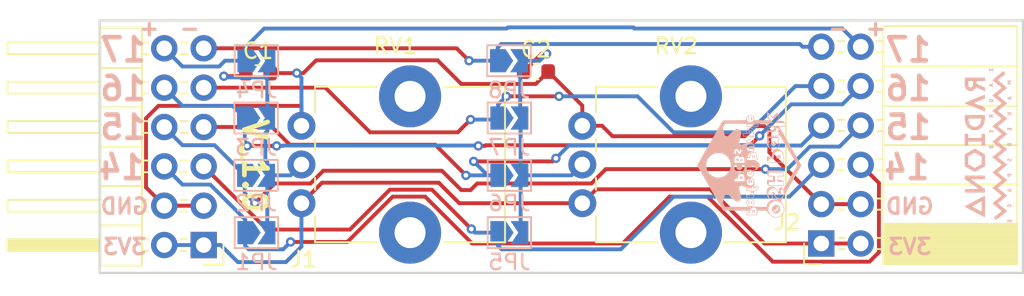
<source format=kicad_pcb>
(kicad_pcb (version 20171130) (host pcbnew 5.0.2+dfsg1-1)

  (general
    (thickness 1.6)
    (drawings 21)
    (tracks 224)
    (zones 0)
    (modules 16)
    (nets 13)
  )

  (page A4)
  (layers
    (0 F.Cu signal)
    (31 B.Cu signal)
    (32 B.Adhes user)
    (33 F.Adhes user)
    (34 B.Paste user)
    (35 F.Paste user)
    (36 B.SilkS user)
    (37 F.SilkS user)
    (38 B.Mask user)
    (39 F.Mask user)
    (40 Dwgs.User user)
    (41 Cmts.User user)
    (42 Eco1.User user)
    (43 Eco2.User user)
    (44 Edge.Cuts user)
    (45 Margin user)
    (46 B.CrtYd user)
    (47 F.CrtYd user)
    (48 B.Fab user)
    (49 F.Fab user)
  )

  (setup
    (last_trace_width 0.25)
    (trace_clearance 0.2)
    (zone_clearance 0.508)
    (zone_45_only no)
    (trace_min 0.2)
    (segment_width 0.2)
    (edge_width 0.15)
    (via_size 0.8)
    (via_drill 0.4)
    (via_min_size 0.4)
    (via_min_drill 0.3)
    (user_via 0.6 0.3)
    (uvia_size 0.3)
    (uvia_drill 0.1)
    (uvias_allowed no)
    (uvia_min_size 0.2)
    (uvia_min_drill 0.1)
    (pcb_text_width 0.3)
    (pcb_text_size 1.5 1.5)
    (mod_edge_width 0.15)
    (mod_text_size 1 1)
    (mod_text_width 0.15)
    (pad_size 1.524 1.524)
    (pad_drill 0.762)
    (pad_to_mask_clearance 0.051)
    (solder_mask_min_width 0.25)
    (aux_axis_origin 0 0)
    (visible_elements FFFFFF7F)
    (pcbplotparams
      (layerselection 0x010fc_ffffffff)
      (usegerberextensions false)
      (usegerberattributes false)
      (usegerberadvancedattributes false)
      (creategerberjobfile false)
      (excludeedgelayer true)
      (linewidth 0.100000)
      (plotframeref false)
      (viasonmask false)
      (mode 1)
      (useauxorigin false)
      (hpglpennumber 1)
      (hpglpenspeed 20)
      (hpglpendiameter 15.000000)
      (psnegative false)
      (psa4output false)
      (plotreference true)
      (plotvalue true)
      (plotinvisibletext false)
      (padsonsilk false)
      (subtractmaskfromsilk false)
      (outputformat 1)
      (mirror false)
      (drillshape 0)
      (scaleselection 1)
      (outputdirectory "Gerbers/"))
  )

  (net 0 "")
  (net 1 GN14)
  (net 2 GND)
  (net 3 GP14)
  (net 4 GN15)
  (net 5 GP15)
  (net 6 GN16)
  (net 7 GP16)
  (net 8 GN17)
  (net 9 GP17)
  (net 10 +3V3)
  (net 11 POT1)
  (net 12 POT2)

  (net_class Default "This is the default net class."
    (clearance 0.2)
    (trace_width 0.25)
    (via_dia 0.8)
    (via_drill 0.4)
    (uvia_dia 0.3)
    (uvia_drill 0.1)
    (add_net +3V3)
    (add_net GN14)
    (add_net GN15)
    (add_net GN16)
    (add_net GN17)
    (add_net GND)
    (add_net GP14)
    (add_net GP15)
    (add_net GP16)
    (add_net GP17)
    (add_net POT1)
    (add_net POT2)
  )

  (module parts:OSH_7x7 (layer B.Cu) (tedit 0) (tstamp 5EAD6B1F)
    (at 157.3 59.9 90)
    (fp_text reference G*** (at 0 0 90) (layer B.SilkS) hide
      (effects (font (size 1.524 1.524) (thickness 0.3)) (justify mirror))
    )
    (fp_text value LOGO (at 0.75 0 90) (layer B.SilkS) hide
      (effects (font (size 1.524 1.524) (thickness 0.3)) (justify mirror))
    )
    (fp_poly (pts (xy -0.029489 3.495966) (xy 0.031114 3.462738) (xy 0.124547 3.410532) (xy 0.246271 3.341946)
      (xy 0.391745 3.259575) (xy 0.556429 3.166018) (xy 0.735783 3.063871) (xy 0.925268 2.95573)
      (xy 1.120344 2.844194) (xy 1.31647 2.731858) (xy 1.509107 2.62132) (xy 1.693714 2.515178)
      (xy 1.865752 2.416026) (xy 2.020681 2.326464) (xy 2.153961 2.249087) (xy 2.261052 2.186493)
      (xy 2.337414 2.141279) (xy 2.363619 2.125407) (xy 2.441238 2.077671) (xy 2.455334 2.479523)
      (xy 2.582334 2.486835) (xy 2.656577 2.489167) (xy 2.694538 2.482441) (xy 2.708044 2.462716)
      (xy 2.709334 2.444502) (xy 2.725801 2.403218) (xy 2.757715 2.394857) (xy 2.78051 2.391284)
      (xy 2.794759 2.374486) (xy 2.802449 2.335344) (xy 2.805563 2.26474) (xy 2.806096 2.172617)
      (xy 2.806096 1.950377) (xy 2.873943 2.015379) (xy 2.914602 2.04956) (xy 2.95721 2.069146)
      (xy 3.016726 2.078096) (xy 3.108109 2.080368) (xy 3.119597 2.080381) (xy 3.210173 2.079857)
      (xy 3.260107 2.076425) (xy 3.277141 2.067289) (xy 3.269013 2.049656) (xy 3.253619 2.032)
      (xy 3.227083 1.99938) (xy 3.233912 1.985935) (xy 3.281087 1.982726) (xy 3.292204 1.982574)
      (xy 3.374572 1.981528) (xy 3.214595 1.830971) (xy 3.054619 1.680413) (xy 3.224319 1.499397)
      (xy 3.39402 1.318381) (xy 3.217147 1.311195) (xy 3.125204 1.308484) (xy 3.065766 1.312836)
      (xy 3.023006 1.329153) (xy 2.981099 1.362335) (xy 2.947376 1.394724) (xy 2.854477 1.485437)
      (xy 2.854477 0.483809) (xy 2.933096 0.483719) (xy 3.032967 0.465485) (xy 3.115168 0.417045)
      (xy 3.17085 0.347427) (xy 3.191165 0.265662) (xy 3.185996 0.225675) (xy 3.177579 0.212759)
      (xy 3.172273 0.244853) (xy 3.171759 0.255486) (xy 3.149834 0.345988) (xy 3.09842 0.40878)
      (xy 3.027165 0.444593) (xy 2.945718 0.454159) (xy 2.863727 0.438209) (xy 2.790842 0.397473)
      (xy 2.736712 0.332684) (xy 2.710984 0.244572) (xy 2.710103 0.220499) (xy 2.73034 0.119397)
      (xy 2.787987 0.0483) (xy 2.881505 0.008518) (xy 2.969622 0) (xy 3.053666 0.012927)
      (xy 3.118178 0.057994) (xy 3.121916 0.061907) (xy 3.180075 0.123814) (xy 3.024166 0.116336)
      (xy 2.939387 0.113737) (xy 2.891641 0.118097) (xy 2.869756 0.132245) (xy 2.862755 0.157238)
      (xy 2.86076 0.186609) (xy 2.867861 0.169402) (xy 2.869827 0.162803) (xy 2.882526 0.139991)
      (xy 2.910905 0.129532) (xy 2.966468 0.129582) (xy 3.037772 0.135905) (xy 3.132418 0.141722)
      (xy 3.182647 0.133267) (xy 3.191015 0.107859) (xy 3.160076 0.062818) (xy 3.133767 0.035186)
      (xy 3.076679 -0.006395) (xy 3.00421 -0.022893) (xy 2.964778 -0.024191) (xy 2.855166 -0.024191)
      (xy 2.848774 -0.779131) (xy 2.842381 -1.534071) (xy 1.407 -2.363607) (xy 1.165217 -2.503089)
      (xy 0.935418 -2.635172) (xy 0.721074 -2.757893) (xy 0.525655 -2.869288) (xy 0.352631 -2.967394)
      (xy 0.205471 -3.050246) (xy 0.087647 -3.115881) (xy 0.002627 -3.162334) (xy -0.046117 -3.187642)
      (xy -0.056524 -3.19186) (xy -0.08168 -3.179812) (xy -0.145208 -3.145416) (xy -0.243651 -3.090638)
      (xy -0.373555 -3.017444) (xy -0.531462 -2.9278) (xy -0.713917 -2.823671) (xy -0.917464 -2.707023)
      (xy -1.138646 -2.579821) (xy -1.374008 -2.444032) (xy -1.530047 -2.353781) (xy -2.404943 -1.847264)
      (xy -0.849067 -1.847264) (xy -0.823205 -2.025806) (xy -0.754558 -2.199017) (xy -0.683323 -2.309426)
      (xy -0.548279 -2.449446) (xy -0.390015 -2.548622) (xy -0.213356 -2.605536) (xy -0.023124 -2.618767)
      (xy 0.175855 -2.586897) (xy 0.217715 -2.574529) (xy 0.379754 -2.49803) (xy 0.519999 -2.381043)
      (xy 0.632537 -2.228781) (xy 0.653143 -2.190767) (xy 0.697025 -2.099473) (xy 0.722506 -2.026181)
      (xy 0.73446 -1.950031) (xy 0.737759 -1.850162) (xy 0.73781 -1.828312) (xy 0.735301 -1.720151)
      (xy 0.724638 -1.639113) (xy 0.701117 -1.564061) (xy 0.660033 -1.47386) (xy 0.657986 -1.469696)
      (xy 0.551226 -1.302691) (xy 0.415411 -1.173876) (xy 0.253213 -1.08491) (xy 0.067299 -1.037454)
      (xy -0.049536 -1.029608) (xy -0.156081 -1.032271) (xy -0.238013 -1.045052) (xy -0.318862 -1.073318)
      (xy -0.392977 -1.107922) (xy -0.556878 -1.213118) (xy -0.686049 -1.346318) (xy -0.778878 -1.500853)
      (xy -0.833754 -1.670058) (xy -0.849067 -1.847264) (xy -2.404943 -1.847264) (xy -2.975428 -1.516985)
      (xy -2.975428 -0.661731) (xy -2.975512 -0.435898) (xy -2.975934 -0.253755) (xy -2.976953 -0.11061)
      (xy -2.978826 -0.001772) (xy -2.981811 0.077451) (xy -2.986165 0.131749) (xy -2.992148 0.165814)
      (xy -3.000015 0.184337) (xy -3.010026 0.19201) (xy -3.022418 0.193523) (xy -3.053564 0.184054)
      (xy -3.070009 0.147747) (xy -3.076847 0.090714) (xy -3.084174 0.025984) (xy -3.102269 -0.004959)
      (xy -3.144074 -0.016662) (xy -3.175 -0.019603) (xy -3.265714 -0.027111) (xy -3.265714 0)
      (xy -3.241523 0) (xy -3.168952 0) (xy -3.123856 0.003311) (xy -3.102819 0.022121)
      (xy -3.096701 0.069741) (xy -3.096381 0.105711) (xy -3.096381 0.211422) (xy -2.984814 0.223997)
      (xy -2.875974 0.251792) (xy -2.806223 0.307257) (xy -2.773811 0.392122) (xy -2.770909 0.435428)
      (xy -2.782138 0.523666) (xy -2.819794 0.585022) (xy -2.889832 0.623896) (xy -2.998205 0.644688)
      (xy -3.060307 0.64928) (xy -3.241523 0.658431) (xy -3.241523 0) (xy -3.265714 0)
      (xy -3.265714 0.677333) (xy -2.975428 0.677333) (xy -2.975428 0.990179) (xy -2.975818 1.118315)
      (xy -2.977866 1.206264) (xy -2.982895 1.26222) (xy -2.98575 1.27206) (xy -2.733523 1.27206)
      (xy -2.732577 0.76303) (xy -2.732005 0.59485) (xy -2.730737 0.470143) (xy -2.728372 0.384001)
      (xy -2.724513 0.331518) (xy -2.718759 0.307786) (xy -2.710711 0.307899) (xy -2.699971 0.326948)
      (xy -2.697546 0.332412) (xy -2.63945 0.411349) (xy -2.555116 0.460391) (xy -2.458037 0.477245)
      (xy -2.361709 0.459618) (xy -2.279627 0.405219) (xy -2.278145 0.403657) (xy -2.245284 0.355741)
      (xy -2.219318 0.296134) (xy -2.204633 0.239771) (xy -2.205613 0.201583) (xy -2.216452 0.193579)
      (xy -2.232057 0.214692) (xy -2.240174 0.265496) (xy -2.240211 0.266475) (xy -2.264325 0.352214)
      (xy -2.322881 0.414984) (xy -2.4054 0.449786) (xy -2.501403 0.451622) (xy -2.577749 0.427507)
      (xy -2.616728 0.405268) (xy -2.648672 0.376182) (xy -2.674269 0.335574) (xy -2.694207 0.278766)
      (xy -2.709173 0.201083) (xy -2.719857 0.097848) (xy -2.726945 -0.035616) (xy -2.731125 -0.203984)
      (xy -2.733087 -0.411934) (xy -2.733523 -0.631347) (xy -2.733523 -1.399054) (xy -2.606523 -1.473757)
      (xy -2.533129 -1.51236) (xy -2.472442 -1.53621) (xy -2.443238 -1.540384) (xy -2.404852 -1.53101)
      (xy -2.332191 -1.51261) (xy -2.237791 -1.488373) (xy -2.185544 -1.474851) (xy -2.082568 -1.44753)
      (xy -2.016507 -1.426281) (xy -1.977436 -1.405064) (xy -1.955429 -1.377837) (xy -1.940563 -1.338558)
      (xy -1.935805 -1.322832) (xy -1.907474 -1.22827) (xy -2.124209 -1.00723) (xy -2.24143 -0.881907)
      (xy -2.305407 -0.801351) (xy -1.088571 -0.801351) (xy -1.009952 -0.793771) (xy -0.960169 -0.785039)
      (xy -0.935975 -0.761934) (xy -0.926024 -0.709904) (xy -0.923894 -0.683381) (xy -0.915581 -0.617973)
      (xy -0.898024 -0.588012) (xy -0.863321 -0.580583) (xy -0.86098 -0.580572) (xy -0.777903 -0.568904)
      (xy -0.698195 -0.539181) (xy -0.640708 -0.499323) (xy -0.628441 -0.482856) (xy -0.61401 -0.429024)
      (xy -0.513861 -0.429024) (xy -0.510471 -0.535238) (xy -0.469596 -0.639112) (xy -0.397963 -0.723505)
      (xy -0.326637 -0.774949) (xy -0.254694 -0.795948) (xy -0.206755 -0.798286) (xy -0.132114 -0.795051)
      (xy -0.074027 -0.786962) (xy -0.062454 -0.783603) (xy -0.032952 -0.749244) (xy -0.02419 -0.700076)
      (xy -0.026555 -0.659226) (xy -0.042022 -0.640802) (xy -0.083145 -0.638897) (xy -0.141112 -0.64508)
      (xy -0.214497 -0.650766) (xy -0.259311 -0.641617) (xy -0.294537 -0.611714) (xy -0.310445 -0.592297)
      (xy -0.346682 -0.531165) (xy -0.362805 -0.474175) (xy -0.362857 -0.471715) (xy -0.348223 -0.415809)
      (xy -0.312771 -0.354143) (xy -0.310445 -0.351132) (xy -0.273992 -0.311322) (xy -0.23577 -0.294376)
      (xy -0.177017 -0.294516) (xy -0.139651 -0.298522) (xy -0.021269 -0.312543) (xy -0.028777 -0.234997)
      (xy -0.04229 -0.178153) (xy -0.078148 -0.151512) (xy -0.104436 -0.145143) (xy 0.096762 -0.145143)
      (xy 0.096762 -0.798286) (xy 0.24033 -0.798286) (xy 0.329938 -0.794404) (xy 0.408361 -0.784411)
      (xy 0.444684 -0.775175) (xy 0.518089 -0.727937) (xy 0.524562 -0.717854) (xy 0.666961 -0.717854)
      (xy 0.668584 -0.761475) (xy 0.682562 -0.777839) (xy 0.741139 -0.794844) (xy 0.822602 -0.796488)
      (xy 0.904447 -0.784156) (xy 0.962237 -0.760629) (xy 1.007847 -0.701163) (xy 1.016 -0.654734)
      (xy 1.002818 -0.587612) (xy 0.957565 -0.54416) (xy 0.887811 -0.519153) (xy 0.839063 -0.49523)
      (xy 0.834203 -0.46773) (xy 0.871584 -0.449419) (xy 0.897064 -0.447524) (xy 0.950517 -0.435145)
      (xy 0.980783 -0.406231) (xy 0.978338 -0.373112) (xy 0.964386 -0.360347) (xy 0.888637 -0.338179)
      (xy 0.805402 -0.351644) (xy 0.732969 -0.395432) (xy 0.700738 -0.436897) (xy 0.684989 -0.506232)
      (xy 0.714518 -0.563971) (xy 0.786645 -0.604911) (xy 0.787347 -0.605144) (xy 0.844034 -0.633387)
      (xy 0.870443 -0.666145) (xy 0.870858 -0.670206) (xy 0.86126 -0.693483) (xy 0.824813 -0.69855)
      (xy 0.776637 -0.692641) (xy 0.71127 -0.687004) (xy 0.677753 -0.699754) (xy 0.666961 -0.717854)
      (xy 0.524562 -0.717854) (xy 0.56073 -0.661522) (xy 0.570555 -0.588391) (xy 0.545512 -0.521001)
      (xy 0.493818 -0.476765) (xy 0.45303 -0.451119) (xy 0.451808 -0.430286) (xy 0.469935 -0.412716)
      (xy 0.501644 -0.358445) (xy 0.504098 -0.286449) (xy 0.478244 -0.216801) (xy 0.459619 -0.193524)
      (xy 0.420289 -0.165367) (xy 0.364533 -0.150406) (xy 0.278088 -0.145283) (xy 0.254 -0.145143)
      (xy 0.096762 -0.145143) (xy -0.104436 -0.145143) (xy -0.108857 -0.144072) (xy -0.232755 -0.141465)
      (xy -0.339214 -0.176691) (xy -0.424224 -0.241716) (xy -0.483775 -0.328506) (xy -0.513861 -0.429024)
      (xy -0.61401 -0.429024) (xy -0.606651 -0.401578) (xy -0.611636 -0.308321) (xy -0.641331 -0.227894)
      (xy -0.650773 -0.214634) (xy -0.680232 -0.185478) (xy -0.719021 -0.167193) (xy -0.779515 -0.156419)
      (xy -0.874088 -0.149792) (xy -0.892678 -0.148916) (xy -1.088571 -0.14002) (xy -1.088571 -0.801351)
      (xy -2.305407 -0.801351) (xy -2.322639 -0.779655) (xy -2.370549 -0.694549) (xy -2.387872 -0.620659)
      (xy -2.377323 -0.552059) (xy -2.354665 -0.503766) (xy -2.282182 -0.42531) (xy -2.208712 -0.388647)
      (xy -2.165216 -0.375168) (xy -2.123914 -0.369027) (xy -2.074728 -0.371358) (xy -2.007579 -0.383296)
      (xy -1.912389 -0.405978) (xy -1.802497 -0.434394) (xy -1.495473 -0.514829) (xy -1.356637 -0.374953)
      (xy -1.418889 -0.157238) (xy -1.449467 -0.04397) (xy -1.476597 0.067753) (xy -1.495716 0.158788)
      (xy -1.499552 0.181428) (xy -1.501585 0.194789) (xy -1.355848 0.194789) (xy -1.327356 0.105106)
      (xy -1.290658 0.059321) (xy -1.208021 0.011303) (xy -1.11068 -0.003814) (xy -1.015667 0.013843)
      (xy -0.942084 0.061907) (xy -0.883925 0.123814) (xy -1.040676 0.116336) (xy -1.125411 0.113545)
      (xy -1.173337 0.117557) (xy -1.195896 0.131638) (xy -1.20453 0.159054) (xy -1.205158 0.163285)
      (xy -1.206097 0.19074) (xy -0.79325 0.19074) (xy -0.754013 0.101849) (xy -0.726092 0.069227)
      (xy -0.667208 0.020691) (xy -0.609204 0.003609) (xy -0.562806 0.004564) (xy -0.500354 0.015361)
      (xy -0.471454 0.040263) (xy -0.463538 0.069928) (xy -0.463904 0.110801) (xy -0.487466 0.115055)
      (xy -0.497184 0.111713) (xy -0.551562 0.112805) (xy -0.607947 0.143147) (xy -0.646596 0.18947)
      (xy -0.653142 0.216544) (xy -0.632322 0.279454) (xy -0.581142 0.322719) (xy -0.516522 0.332062)
      (xy -0.516277 0.332016) (xy -0.473294 0.332362) (xy -0.459965 0.364854) (xy -0.459619 0.377846)
      (xy -0.478759 0.428157) (xy -0.530037 0.451219) (xy -0.604234 0.444895) (xy -0.659836 0.424275)
      (xy -0.74425 0.362193) (xy -0.789358 0.280935) (xy -0.79325 0.19074) (xy -1.206097 0.19074)
      (xy -1.206155 0.19242) (xy -1.191846 0.208731) (xy -1.151954 0.21592) (xy -1.076204 0.217686)
      (xy -1.053968 0.217714) (xy -0.968786 0.21888) (xy -0.92114 0.224936) (xy -0.900194 0.239716)
      (xy -0.895113 0.267057) (xy -0.895047 0.273973) (xy -0.917238 0.346108) (xy -0.97658 0.404112)
      (xy -1.062226 0.439937) (xy -1.1289 0.447523) (xy -1.206799 0.441144) (xy -1.259784 0.415928)
      (xy -1.296285 0.379651) (xy -1.345574 0.291032) (xy -1.355848 0.194789) (xy -1.501585 0.194789)
      (xy -1.517964 0.302381) (xy -1.524 -0.024191) (xy -1.693333 -0.024191) (xy -1.693333 0.133047)
      (xy -1.694927 0.220642) (xy -1.704821 0.269877) (xy -1.730685 0.290771) (xy -1.780188 0.29334)
      (xy -1.814285 0.29103) (xy -1.855519 0.290012) (xy -1.852801 0.302002) (xy -1.829798 0.32019)
      (xy -1.797818 0.362736) (xy -1.797386 0.372364) (xy -1.741714 0.372364) (xy -1.728623 0.325668)
      (xy -1.705428 0.314476) (xy -1.685075 0.303979) (xy -1.673763 0.266469) (xy -1.669408 0.192923)
      (xy -1.669142 0.157238) (xy -1.668082 0.072713) (xy -1.662098 0.025634) (xy -1.646987 0.00507)
      (xy -1.618544 0.00009) (xy -1.608666 0) (xy -1.576157 0.002757) (xy -1.55805 0.018315)
      (xy -1.55014 0.057605) (xy -1.548225 0.131557) (xy -1.54819 0.157238) (xy -1.54713 0.241762)
      (xy -1.541146 0.288841) (xy -1.526034 0.309405) (xy -1.497591 0.314385) (xy -1.487714 0.314476)
      (xy -1.441679 0.324467) (xy -1.427493 0.363807) (xy -1.427238 0.374952) (xy -1.436891 0.420585)
      (xy -1.475357 0.435049) (xy -1.489321 0.435428) (xy -1.533554 0.4424) (xy -1.545753 0.473343)
      (xy -1.543749 0.501952) (xy -1.516418 0.566316) (xy -1.481666 0.592355) (xy -1.438278 0.628104)
      (xy -1.425129 0.673074) (xy -1.441883 0.711005) (xy -1.484452 0.725714) (xy -1.567075 0.703912)
      (xy -1.632265 0.647315) (xy -1.666756 0.569135) (xy -1.669142 0.54177) (xy -1.679668 0.474494)
      (xy -1.705428 0.444176) (xy -1.733624 0.411801) (xy -1.741714 0.372364) (xy -1.797386 0.372364)
      (xy -1.795825 0.407089) (xy -1.820763 0.436449) (xy -1.851448 0.439293) (xy -1.90816 0.416532)
      (xy -1.941285 0.39321) (xy -1.973085 0.368508) (xy -1.983002 0.378625) (xy -1.983619 0.395393)
      (xy -2.000303 0.425829) (xy -2.055069 0.435422) (xy -2.057132 0.435428) (xy -2.130645 0.435428)
      (xy -2.123656 0.223762) (xy -2.119791 0.122394) (xy -2.114194 0.059604) (xy -2.103588 0.025613)
      (xy -2.084695 0.010643) (xy -2.054237 0.004914) (xy -2.050142 0.00444) (xy -2.009691 0.002883)
      (xy -1.990223 0.018528) (xy -1.984086 0.063388) (xy -1.983619 0.10884) (xy -1.975436 0.205058)
      (xy -1.953277 0.27604) (xy -1.920727 0.311978) (xy -1.908468 0.314476) (xy -1.902894 0.30087)
      (xy -1.921415 0.276462) (xy -1.949384 0.217086) (xy -1.959399 0.112941) (xy -1.959428 0.105669)
      (xy -1.959428 -0.027111) (xy -2.050142 -0.019603) (xy -2.140857 -0.012096) (xy -2.140857 0.447523)
      (xy -2.007809 0.452904) (xy -1.912249 0.456226) (xy -1.820179 0.458571) (xy -1.784047 0.459126)
      (xy -1.72465 0.462811) (xy -1.699232 0.481382) (xy -1.693412 0.528366) (xy -1.693333 0.544459)
      (xy -1.671405 0.637098) (xy -1.610464 0.706563) (xy -1.536764 0.739803) (xy -1.461512 0.746735)
      (xy -1.418459 0.718804) (xy -1.403216 0.652805) (xy -1.403047 0.642092) (xy -1.407259 0.58517)
      (xy -1.425783 0.563414) (xy -1.457398 0.562713) (xy -1.501891 0.554529) (xy -1.519956 0.510996)
      (xy -1.521323 0.473323) (xy -1.501704 0.462552) (xy -1.448396 0.47186) (xy -1.447463 0.472074)
      (xy -1.336777 0.487855) (xy -1.215522 0.490029) (xy -1.101464 0.479478) (xy -1.01237 0.457079)
      (xy -0.996077 0.449731) (xy -0.942287 0.414718) (xy -0.90443 0.367257) (xy -0.872142 0.292549)
      (xy -0.859349 0.254472) (xy -0.847124 0.232097) (xy -0.830835 0.243647) (xy -0.804694 0.294316)
      (xy -0.79768 0.309811) (xy -0.734535 0.400736) (xy -0.647104 0.458348) (xy -0.546698 0.476403)
      (xy -0.505494 0.471164) (xy -0.457278 0.453605) (xy -0.43818 0.418591) (xy -0.435428 0.372569)
      (xy -0.438772 0.317485) (xy -0.455853 0.298861) (xy -0.496219 0.304621) (xy -0.565225 0.304984)
      (xy -0.61062 0.274633) (xy -0.624754 0.22533) (xy -0.599974 0.168842) (xy -0.590938 0.158966)
      (xy -0.546001 0.125936) (xy -0.504778 0.13168) (xy -0.459619 0.169333) (xy -0.426071 0.221871)
      (xy -0.412232 0.29992) (xy -0.411238 0.338666) (xy -0.40895 0.374952) (xy -0.387047 0.374952)
      (xy -0.378767 0.329491) (xy -0.362857 0.314476) (xy -0.350216 0.292259) (xy -0.341561 0.233407)
      (xy -0.338666 0.157238) (xy -0.338666 0) (xy -0.193523 0) (xy 0.290286 0)
      (xy 0.362858 0) (xy 0.407953 0.003311) (xy 0.42899 0.022121) (xy 0.435108 0.069741)
      (xy 0.435429 0.105711) (xy 0.435429 0.211422) (xy 0.546996 0.223997) (xy 0.655836 0.251792)
      (xy 0.725587 0.307257) (xy 0.757998 0.392122) (xy 0.760901 0.435428) (xy 0.749672 0.523666)
      (xy 0.712015 0.585022) (xy 0.641978 0.623896) (xy 0.533604 0.644688) (xy 0.471502 0.64928)
      (xy 0.290286 0.658431) (xy 0.290286 0) (xy -0.193523 0) (xy -0.193523 0.154416)
      (xy -0.191586 0.240017) (xy -0.183521 0.288987) (xy -0.165948 0.312999) (xy -0.145142 0.321485)
      (xy -0.10419 0.353905) (xy -0.096762 0.384783) (xy -0.112717 0.426715) (xy -0.145142 0.435428)
      (xy -0.180556 0.446833) (xy -0.193024 0.489266) (xy -0.193523 0.508) (xy -0.199518 0.559402)
      (xy -0.227792 0.578348) (xy -0.266095 0.580571) (xy -0.317497 0.574577) (xy -0.336443 0.546303)
      (xy -0.338666 0.508) (xy -0.345673 0.457045) (xy -0.362556 0.435434) (xy -0.362857 0.435428)
      (xy -0.381041 0.414726) (xy -0.387047 0.374952) (xy -0.40895 0.374952) (xy -0.406886 0.407663)
      (xy -0.395761 0.451456) (xy -0.387047 0.459619) (xy -0.368973 0.480351) (xy -0.362857 0.521116)
      (xy -0.361346 0.556499) (xy -0.352446 0.586814) (xy -0.329603 0.62311) (xy -0.286262 0.676435)
      (xy -0.236577 0.734004) (xy -0.149174 0.806853) (xy -0.057847 0.833755) (xy 0.032128 0.816261)
      (xy 0.115471 0.755921) (xy 0.186906 0.654287) (xy 0.210924 0.602516) (xy 0.264609 0.471714)
      (xy 0.265352 0.574523) (xy 0.266096 0.677333) (xy 0.424111 0.677333) (xy 0.567542 0.668047)
      (xy 0.670848 0.638779) (xy 0.738864 0.587413) (xy 0.772519 0.524872) (xy 0.787307 0.415504)
      (xy 0.758951 0.321383) (xy 0.691948 0.249335) (xy 0.590796 0.206187) (xy 0.558759 0.200451)
      (xy 0.495328 0.188305) (xy 0.46678 0.167543) (xy 0.459671 0.127333) (xy 0.459619 0.120588)
      (xy 0.471452 0.059301) (xy 0.506755 0.040096) (xy 0.565233 0.062913) (xy 0.646593 0.127694)
      (xy 0.687006 0.166885) (xy 0.76035 0.245605) (xy 0.802627 0.304628) (xy 0.82055 0.35448)
      (xy 0.822477 0.379265) (xy 0.826484 0.427179) (xy 0.83355 0.435428) (xy 0.840166 0.435428)
      (xy 0.852618 0.261404) (xy 0.862357 0.163566) (xy 0.877067 0.101093) (xy 0.900716 0.060978)
      (xy 0.919024 0.04369) (xy 0.987909 0.012519) (xy 1.08007 0.000458) (xy 1.174173 0.007894)
      (xy 1.248884 0.035211) (xy 1.252523 0.037657) (xy 1.280585 0.062941) (xy 1.296832 0.098129)
      (xy 1.304364 0.155778) (xy 1.306282 0.248444) (xy 1.306286 0.255371) (xy 1.305518 0.347227)
      (xy 1.300925 0.400932) (xy 1.289071 0.426717) (xy 1.266519 0.434809) (xy 1.24581 0.435428)
      (xy 1.211004 0.431914) (xy 1.192983 0.413429) (xy 1.186261 0.368062) (xy 1.185334 0.304108)
      (xy 1.174904 0.202376) (xy 1.145888 0.131316) (xy 1.101699 0.098239) (xy 1.088572 0.096762)
      (xy 1.041097 0.119111) (xy 1.007935 0.181287) (xy 0.992499 0.275978) (xy 0.99181 0.304108)
      (xy 0.990626 0.379538) (xy 0.982459 0.418576) (xy 0.960387 0.43321) (xy 0.917488 0.435428)
      (xy 0.840166 0.435428) (xy 0.83355 0.435428) (xy 0.847433 0.451634) (xy 0.898717 0.464152)
      (xy 0.925286 0.467716) (xy 1.012572 0.48034) (xy 1.095059 0.49472) (xy 1.107052 0.497137)
      (xy 1.212714 0.49769) (xy 1.301837 0.457363) (xy 1.366838 0.38282) (xy 1.400138 0.280725)
      (xy 1.402906 0.237058) (xy 1.396561 0.181359) (xy 1.379495 0.092451) (xy 1.354479 -0.016409)
      (xy 1.330666 -0.108724) (xy 1.258568 -0.374685) (xy 1.396892 -0.513009) (xy 1.705156 -0.433598)
      (xy 1.832368 -0.401391) (xy 1.922977 -0.380737) (xy 1.987074 -0.370527) (xy 2.034753 -0.369653)
      (xy 2.076105 -0.377005) (xy 2.113424 -0.38876) (xy 2.195696 -0.430792) (xy 2.248689 -0.496057)
      (xy 2.255256 -0.508819) (xy 2.280532 -0.578911) (xy 2.282645 -0.647176) (xy 2.258531 -0.720319)
      (xy 2.205126 -0.805045) (xy 2.119364 -0.908057) (xy 2.028486 -1.004948) (xy 1.811279 -1.229473)
      (xy 1.837111 -1.325405) (xy 1.862943 -1.421336) (xy 2.116832 -1.484955) (xy 2.370722 -1.548574)
      (xy 2.636762 -1.39843) (xy 2.636762 -0.046072) (xy 2.636729 0.24366) (xy 2.636542 0.488746)
      (xy 2.636066 0.692921) (xy 2.635168 0.85992) (xy 2.633714 0.993478) (xy 2.631571 1.097331)
      (xy 2.628606 1.175213) (xy 2.624683 1.230859) (xy 2.619671 1.268004) (xy 2.613435 1.290384)
      (xy 2.605841 1.301732) (xy 2.596757 1.305786) (xy 2.588381 1.306285) (xy 2.547952 1.323391)
      (xy 2.54 1.354666) (xy 2.551405 1.39008) (xy 2.593838 1.402548) (xy 2.612572 1.403047)
      (xy 2.65406 1.405281) (xy 2.675654 1.419923) (xy 2.68385 1.458879) (xy 2.685143 1.53406)
      (xy 2.685143 1.536095) (xy 2.688449 1.608964) (xy 2.696975 1.65729) (xy 2.705245 1.669143)
      (xy 2.730466 1.652799) (xy 2.778827 1.609579) (xy 2.840697 1.548194) (xy 2.852328 1.536095)
      (xy 2.91871 1.468378) (xy 2.966757 1.428698) (xy 3.010982 1.409572) (xy 3.065901 1.403518)
      (xy 3.110416 1.403047) (xy 3.182681 1.406189) (xy 3.230299 1.414282) (xy 3.241524 1.421889)
      (xy 3.225405 1.446149) (xy 3.18222 1.495379) (xy 3.119724 1.560962) (xy 3.084262 1.596595)
      (xy 2.927 1.752459) (xy 3.077516 1.904325) (xy 3.228031 2.05619) (xy 3.084348 2.05619)
      (xy 3.009023 2.054603) (xy 2.956372 2.044954) (xy 2.910622 2.019911) (xy 2.856001 1.972145)
      (xy 2.812904 1.930016) (xy 2.685143 1.803843) (xy 2.685143 2.47021) (xy 2.582334 2.462771)
      (xy 2.479524 2.455333) (xy 2.479524 1.929178) (xy 2.47873 1.775502) (xy 2.476507 1.639522)
      (xy 2.473095 1.528181) (xy 2.468732 1.448423) (xy 2.46366 1.407193) (xy 2.461381 1.403035)
      (xy 2.45274 1.425264) (xy 2.446333 1.484086) (xy 2.443328 1.567726) (xy 2.443238 1.585936)
      (xy 2.443238 1.768825) (xy 2.35308 1.761317) (xy 2.285328 1.744693) (xy 2.239998 1.703658)
      (xy 2.21358 1.631446) (xy 2.202565 1.521296) (xy 2.20169 1.469571) (xy 2.201334 1.306285)
      (xy 2.068286 1.306285) (xy 1.991214 1.308478) (xy 1.951067 1.317724) (xy 1.936489 1.338021)
      (xy 1.935238 1.353134) (xy 1.948808 1.38862) (xy 1.996641 1.405507) (xy 2.013858 1.407562)
      (xy 2.092477 1.415142) (xy 2.104572 1.616732) (xy 2.11707 1.739258) (xy 2.140048 1.820225)
      (xy 2.17791 1.866073) (xy 2.235063 1.883242) (xy 2.286 1.881939) (xy 2.332441 1.880677)
      (xy 2.353119 1.897859) (xy 2.358424 1.946313) (xy 2.358572 1.971523) (xy 2.356103 2.033174)
      (xy 2.341768 2.059208) (xy 2.305178 2.062368) (xy 2.286 2.060515) (xy 2.213772 2.037724)
      (xy 2.159 2.001869) (xy 2.104572 1.950995) (xy 2.104572 2.003592) (xy 2.098552 2.036333)
      (xy 2.07204 2.051786) (xy 2.012359 2.056116) (xy 1.996397 2.05619) (xy 1.888223 2.05619)
      (xy 1.873279 1.390952) (xy 1.867973 1.735666) (xy 1.862667 2.080381) (xy 1.928497 2.080381)
      (xy 1.929327 2.089716) (xy 1.89444 2.118151) (xy 1.8228 2.166328) (xy 1.713368 2.234892)
      (xy 1.565106 2.324485) (xy 1.376979 2.435751) (xy 1.147946 2.569333) (xy 1.027401 2.639127)
      (xy 0.828072 2.754213) (xy 0.639997 2.862612) (xy 0.467653 2.961757) (xy 0.315514 3.049083)
      (xy 0.188055 3.122024) (xy 0.089752 3.178015) (xy 0.025078 3.21449) (xy 0 3.228178)
      (xy -0.019621 3.235422) (xy -0.043351 3.236391) (xy -0.076001 3.228752) (xy -0.122383 3.210175)
      (xy -0.187307 3.17833) (xy -0.275585 3.130884) (xy -0.392028 3.065508) (xy -0.541448 2.97987)
      (xy -0.691434 2.893193) (xy -0.85845 2.796426) (xy -1.019365 2.703054) (xy -1.167307 2.617076)
      (xy -1.2954 2.542492) (xy -1.396769 2.483302) (xy -1.464538 2.443506) (xy -1.473669 2.438099)
      (xy -1.55374 2.391974) (xy -1.608816 2.367416) (xy -1.655122 2.360665) (xy -1.708885 2.367955)
      (xy -1.743192 2.375588) (xy -1.878498 2.387901) (xy -1.995702 2.361951) (xy -2.088614 2.301945)
      (xy -2.151046 2.212088) (xy -2.176809 2.096587) (xy -2.177142 2.080675) (xy -2.172416 2.002973)
      (xy -2.152359 1.951791) (xy -2.108153 1.90571) (xy -2.103481 1.901747) (xy -2.028518 1.85232)
      (xy -1.94341 1.814037) (xy -1.934537 1.811217) (xy -1.839011 1.770972) (xy -1.787309 1.721655)
      (xy -1.781327 1.665407) (xy -1.789018 1.646964) (xy -1.825964 1.608528) (xy -1.85747 1.599377)
      (xy -1.885767 1.60291) (xy -1.867393 1.610386) (xy -1.856619 1.613246) (xy -1.818481 1.636258)
      (xy -1.821925 1.668535) (xy -1.863338 1.702079) (xy -1.904603 1.719388) (xy -1.964002 1.749341)
      (xy -2.034414 1.799322) (xy -2.104325 1.859073) (xy -2.162218 1.918335) (xy -2.196577 1.966849)
      (xy -2.201333 1.983725) (xy -2.218629 2.003342) (xy -2.231571 2.001741) (xy -2.249468 1.975211)
      (xy -2.255572 1.908707) (xy -2.253662 1.844675) (xy -2.266131 1.68584) (xy -2.31869 1.544163)
      (xy -2.406611 1.426553) (xy -2.525164 1.339917) (xy -2.626029 1.300811) (xy -2.733523 1.27206)
      (xy -2.98575 1.27206) (xy -2.992225 1.294374) (xy -3.007177 1.31092) (xy -3.028583 1.319896)
      (xy -3.086255 1.352125) (xy -3.160659 1.412324) (xy -3.240405 1.489093) (xy -3.314104 1.571033)
      (xy -3.370368 1.646744) (xy -3.389589 1.681238) (xy -3.430231 1.822006) (xy -3.430145 1.827138)
      (xy -3.403601 1.827138) (xy -3.368394 1.695331) (xy -3.297987 1.577452) (xy -3.194844 1.481389)
      (xy -3.061428 1.415028) (xy -3.015579 1.402022) (xy -2.939443 1.386538) (xy -2.877836 1.383857)
      (xy -2.806544 1.394246) (xy -2.757714 1.404879) (xy -2.614342 1.459397) (xy -2.499447 1.546455)
      (xy -2.416469 1.658415) (xy -2.36885 1.787639) (xy -2.360031 1.926489) (xy -2.393454 2.067327)
      (xy -2.427754 2.137256) (xy -2.520024 2.250592) (xy -2.638708 2.330956) (xy -2.774255 2.377333)
      (xy -2.917118 2.388706) (xy -3.057749 2.36406) (xy -3.186599 2.302378) (xy -3.273377 2.227244)
      (xy -3.358556 2.100982) (xy -3.401143 1.964984) (xy -3.403601 1.827138) (xy -3.430145 1.827138)
      (xy -3.427886 1.961672) (xy -3.387633 2.093624) (xy -3.314552 2.211254) (xy -3.213721 2.30795)
      (xy -3.090221 2.377103) (xy -2.94913 2.412103) (xy -2.82861 2.411263) (xy -2.682739 2.375465)
      (xy -2.550979 2.308519) (xy -2.469259 2.239973) (xy -2.425568 2.198129) (xy -2.395015 2.177575)
      (xy -2.392485 2.177143) (xy -2.365079 2.188709) (xy -2.306218 2.219803) (xy -2.225904 2.265014)
      (xy -2.17294 2.295865) (xy -2.041688 2.372864) (xy -1.888903 2.46188) (xy -1.719224 2.56026)
      (xy -1.537288 2.665355) (xy -1.347736 2.774512) (xy -1.155205 2.885081) (xy -0.964334 2.99441)
      (xy -0.779763 3.099849) (xy -0.60613 3.198746) (xy -0.448074 3.28845) (xy -0.310233 3.36631)
      (xy -0.197246 3.429675) (xy -0.113752 3.475893) (xy -0.064391 3.502313) (xy -0.052723 3.507619)
      (xy -0.029489 3.495966)) (layer B.SilkS) (width 0.01))
    (fp_poly (pts (xy 3.064127 0.20965) (xy 3.060807 0.195269) (xy 3.048 0.193523) (xy 3.028089 0.202374)
      (xy 3.031873 0.20965) (xy 3.060582 0.212546) (xy 3.064127 0.20965)) (layer B.SilkS) (width 0.01))
    (fp_poly (pts (xy 3.008755 0.340328) (xy 3.024295 0.325986) (xy 3.044692 0.296731) (xy 3.03681 0.28346)
      (xy 2.993044 0.282228) (xy 2.946481 0.285621) (xy 2.886854 0.295972) (xy 2.868044 0.316007)
      (xy 2.869183 0.321667) (xy 2.917961 0.321667) (xy 2.951238 0.318295) (xy 2.98558 0.322097)
      (xy 2.981477 0.330497) (xy 2.93195 0.333692) (xy 2.921 0.330497) (xy 2.917961 0.321667)
      (xy 2.869183 0.321667) (xy 2.87045 0.327954) (xy 2.903325 0.356355) (xy 2.95653 0.360389)
      (xy 3.008755 0.340328)) (layer B.SilkS) (width 0.01))
    (fp_poly (pts (xy 2.210245 0.459007) (xy 2.265264 0.427667) (xy 2.301841 0.390742) (xy 2.360288 0.294799)
      (xy 2.372899 0.194464) (xy 2.339785 0.097666) (xy 2.296941 0.043504) (xy 2.243724 -0.002933)
      (xy 2.194559 -0.021065) (xy 2.125155 -0.019135) (xy 2.115512 -0.018083) (xy 2.00781 -0.005943)
      (xy 2.00781 -0.123924) (xy 2.006313 -0.194374) (xy 1.99606 -0.22909) (xy 1.968407 -0.240722)
      (xy 1.927175 -0.241905) (xy 1.867402 -0.237479) (xy 1.831505 -0.22673) (xy 1.830413 -0.225778)
      (xy 1.824565 -0.196952) (xy 1.819663 -0.129005) (xy 1.816132 -0.031192) (xy 1.814394 0.087229)
      (xy 1.814286 0.12618) (xy 1.814286 0.435428) (xy 1.838477 0.435428) (xy 1.838477 -0.217715)
      (xy 1.911048 -0.217715) (xy 1.952438 -0.215506) (xy 1.974041 -0.200967) (xy 1.98229 -0.162226)
      (xy 1.983619 -0.087413) (xy 1.983619 -0.083816) (xy 1.984938 -0.008333) (xy 1.991575 0.028145)
      (xy 2.007552 0.034977) (xy 2.03041 0.025041) (xy 2.123654 -0.001683) (xy 2.211041 0.013694)
      (xy 2.283383 0.065008) (xy 2.331489 0.146094) (xy 2.346477 0.237052) (xy 2.326607 0.324105)
      (xy 2.274717 0.393563) (xy 2.202387 0.438254) (xy 2.121195 0.451008) (xy 2.043112 0.424913)
      (xy 2.001672 0.404794) (xy 1.983644 0.409976) (xy 1.983619 0.41068) (xy 1.962601 0.428056)
      (xy 1.911958 0.435426) (xy 1.911048 0.435428) (xy 1.838477 0.435428) (xy 1.814286 0.435428)
      (xy 1.814286 0.46201) (xy 1.929191 0.462799) (xy 2.023653 0.463777) (xy 2.11698 0.465238)
      (xy 2.138555 0.46568) (xy 2.210245 0.459007)) (layer B.SilkS) (width 0.01))
    (fp_poly (pts (xy -2.521451 0.175262) (xy -2.521857 0.163285) (xy -2.511674 0.147019) (xy -2.468276 0.139685)
      (xy -2.385005 0.140369) (xy -2.362528 0.141411) (xy -2.27598 0.145041) (xy -2.228863 0.143139)
      (xy -2.212315 0.133081) (xy -2.217471 0.112246) (xy -2.22362 0.100318) (xy -2.288247 0.026304)
      (xy -2.377832 -0.016032) (xy -2.479131 -0.024698) (xy -2.578898 0.002301) (xy -2.634906 0.038436)
      (xy -2.682147 0.087839) (xy -2.706743 0.132505) (xy -2.7078 0.141245) (xy -2.702513 0.16103)
      (xy -2.687899 0.135798) (xy -2.685346 0.129588) (xy -2.63453 0.062685) (xy -2.55406 0.017862)
      (xy -2.459005 -0.001253) (xy -2.364436 0.008967) (xy -2.303477 0.037657) (xy -2.25611 0.079479)
      (xy -2.254112 0.105918) (xy -2.296718 0.116169) (xy -2.372878 0.110847) (xy -2.470763 0.105617)
      (xy -2.527721 0.120941) (xy -2.530116 0.122787) (xy -2.560122 0.16023) (xy -2.558133 0.187743)
      (xy -2.54 0.193523) (xy -2.521451 0.175262)) (layer B.SilkS) (width 0.01))
    (fp_poly (pts (xy 1.57714 0.454827) (xy 1.648497 0.451215) (xy 1.689654 0.445774) (xy 1.692045 0.439905)
      (xy 1.645955 0.415743) (xy 1.614715 0.392237) (xy 1.582823 0.368429) (xy 1.572946 0.37956)
      (xy 1.572381 0.395393) (xy 1.552154 0.42824) (xy 1.511905 0.435428) (xy 1.483277 0.433695)
      (xy 1.465501 0.422287) (xy 1.455993 0.391896) (xy 1.452165 0.33321) (xy 1.451432 0.236921)
      (xy 1.451429 0.217714) (xy 1.45191 0.114652) (xy 1.455079 0.050661) (xy 1.463521 0.01643)
      (xy 1.479823 0.00265) (xy 1.50657 0.00001) (xy 1.511905 0) (xy 1.551102 0.005399)
      (xy 1.56836 0.03072) (xy 1.572372 0.089649) (xy 1.572381 0.095187) (xy 1.581401 0.197323)
      (xy 1.606234 0.271163) (xy 1.643544 0.308689) (xy 1.662497 0.31167) (xy 1.690679 0.307841)
      (xy 1.671616 0.299907) (xy 1.665578 0.298279) (xy 1.62758 0.268139) (xy 1.605124 0.19961)
      (xy 1.596971 0.088731) (xy 1.596902 0.078619) (xy 1.594536 0.014166) (xy 1.580528 -0.015452)
      (xy 1.543681 -0.023779) (xy 1.511905 -0.024191) (xy 1.427238 -0.024191) (xy 1.427238 0.458959)
      (xy 1.57714 0.454827)) (layer B.SilkS) (width 0.01))
    (fp_poly (pts (xy 2.612572 -0.024191) (xy 2.443238 -0.024191) (xy 2.443238 0.725714) (xy 2.467429 0.725714)
      (xy 2.467429 0) (xy 2.588381 0) (xy 2.588381 0.725714) (xy 2.467429 0.725714)
      (xy 2.443238 0.725714) (xy 2.443238 0.749904) (xy 2.612572 0.749904) (xy 2.612572 -0.024191)) (layer B.SilkS) (width 0.01))
    (fp_poly (pts (xy -2.346476 0.205619) (xy -2.358571 0.193523) (xy -2.370666 0.205619) (xy -2.358571 0.217714)
      (xy -2.346476 0.205619)) (layer B.SilkS) (width 0.01))
    (fp_poly (pts (xy -2.402397 0.341261) (xy -2.376714 0.320523) (xy -2.388738 0.298588) (xy -2.445361 0.290381)
      (xy -2.455333 0.290285) (xy -2.51748 0.296877) (xy -2.53481 0.317113) (xy -2.533952 0.320523)
      (xy -2.529989 0.323539) (xy -2.494976 0.323539) (xy -2.462845 0.319351) (xy -2.455333 0.319192)
      (xy -2.41402 0.321806) (xy -2.410383 0.329379) (xy -2.412539 0.330343) (xy -2.460562 0.335129)
      (xy -2.485111 0.33124) (xy -2.494976 0.323539) (xy -2.529989 0.323539) (xy -2.505098 0.34248)
      (xy -2.455333 0.350762) (xy -2.402397 0.341261)) (layer B.SilkS) (width 0.01))
    (fp_poly (pts (xy 1.766269 0.471489) (xy 1.782379 0.439487) (xy 1.790002 0.380961) (xy 1.790096 0.373524)
      (xy 1.783678 0.314556) (xy 1.760766 0.291959) (xy 1.747762 0.290656) (xy 1.720651 0.295201)
      (xy 1.738982 0.312272) (xy 1.739181 0.312398) (xy 1.761765 0.351381) (xy 1.757688 0.409992)
      (xy 1.752717 0.460984) (xy 1.764911 0.472255) (xy 1.766269 0.471489)) (layer B.SilkS) (width 0.01))
    (fp_poly (pts (xy -1.55065 2.327001) (xy -1.54819 2.31182) (xy -1.528072 2.277143) (xy -1.500768 2.262113)
      (xy -1.473737 2.250949) (xy -1.466656 2.232291) (xy -1.480056 2.193328) (xy -1.50589 2.138909)
      (xy -1.544149 2.071657) (xy -1.575712 2.045193) (xy -1.595646 2.047159) (xy -1.660276 2.066778)
      (xy -1.728544 2.074957) (xy -1.781827 2.070536) (xy -1.799905 2.059888) (xy -1.789394 2.036233)
      (xy -1.744287 2.004808) (xy -1.712048 1.988879) (xy -1.633928 1.942605) (xy -1.55254 1.877023)
      (xy -1.517952 1.842282) (xy -1.463219 1.775095) (xy -1.436104 1.718107) (xy -1.427601 1.649899)
      (xy -1.427328 1.626739) (xy -1.446682 1.500777) (xy -1.501327 1.398224) (xy -1.586456 1.327307)
      (xy -1.608419 1.316925) (xy -1.710544 1.291262) (xy -1.832986 1.284527) (xy -1.952286 1.296621)
      (xy -2.027148 1.318663) (xy -2.098799 1.36012) (xy -2.169497 1.41614) (xy -2.177698 1.424072)
      (xy -2.248434 1.494808) (xy -2.194645 1.593871) (xy -2.15335 1.660953) (xy -2.118458 1.687662)
      (xy -2.078763 1.678689) (xy -2.045519 1.656278) (xy -1.987389 1.626546) (xy -1.948757 1.617955)
      (xy -1.918368 1.613827) (xy -1.934558 1.605784) (xy -1.939661 1.604399) (xy -1.988181 1.607549)
      (xy -2.050295 1.629846) (xy -2.053926 1.631686) (xy -2.127482 1.669723) (xy -2.175379 1.575838)
      (xy -2.223275 1.481953) (xy -2.133685 1.443796) (xy -1.987707 1.399405) (xy -1.851395 1.391215)
      (xy -1.73122 1.416771) (xy -1.633652 1.473615) (xy -1.565163 1.55929) (xy -1.532223 1.671338)
      (xy -1.532129 1.672248) (xy -1.535812 1.778911) (xy -1.574283 1.863315) (xy -1.652044 1.931435)
      (xy -1.769813 1.987812) (xy -1.859543 2.026294) (xy -1.910241 2.060133) (xy -1.93015 2.094974)
      (xy -1.930658 2.097965) (xy -1.9198 2.152996) (xy -1.873143 2.184689) (xy -1.798347 2.190973)
      (xy -1.70307 2.169775) (xy -1.686942 2.163889) (xy -1.651737 2.174389) (xy -1.618467 2.23031)
      (xy -1.597707 2.2881) (xy -1.590372 2.325617) (xy -1.590819 2.328333) (xy -1.578576 2.345827)
      (xy -1.572381 2.346476) (xy -1.55065 2.327001)) (layer B.SilkS) (width 0.01))
    (fp_poly (pts (xy 0.526696 2.389531) (xy 0.644513 2.373406) (xy 0.696254 2.357661) (xy 0.782395 2.307093)
      (xy 0.863952 2.234279) (xy 0.927238 2.153498) (xy 0.957375 2.085267) (xy 0.975253 2.010639)
      (xy 0.992398 1.977609) (xy 1.017905 1.9804) (xy 1.060867 2.013239) (xy 1.065143 2.016833)
      (xy 1.170642 2.079057) (xy 1.282786 2.098306) (xy 1.391488 2.072891) (xy 1.393644 2.071874)
      (xy 1.445801 2.052476) (xy 1.473995 2.052645) (xy 1.475619 2.056581) (xy 1.497492 2.069615)
      (xy 1.553914 2.078259) (xy 1.608667 2.080381) (xy 1.685555 2.078281) (xy 1.725609 2.069201)
      (xy 1.740296 2.048973) (xy 1.741715 2.032) (xy 1.75684 1.992598) (xy 1.778 1.983619)
      (xy 1.792605 1.976854) (xy 1.802789 1.951947) (xy 1.809291 1.901981) (xy 1.812848 1.820039)
      (xy 1.814198 1.699204) (xy 1.814286 1.643339) (xy 1.814286 1.30306) (xy 1.651 1.304802)
      (xy 1.549015 1.303975) (xy 1.450922 1.300055) (xy 1.390953 1.295209) (xy 1.319836 1.291377)
      (xy 1.265629 1.296168) (xy 1.257905 1.298529) (xy 1.159925 1.355258) (xy 1.069827 1.437584)
      (xy 0.997516 1.533205) (xy 0.952898 1.629819) (xy 0.943429 1.689084) (xy 0.943429 1.720725)
      (xy 0.96771 1.720725) (xy 0.971116 1.640607) (xy 0.987632 1.585447) (xy 1.026491 1.53322)
      (xy 1.061535 1.496963) (xy 1.124135 1.440276) (xy 1.177185 1.412221) (xy 1.241002 1.403369)
      (xy 1.263892 1.403047) (xy 1.375565 1.42007) (xy 1.436071 1.453184) (xy 1.49981 1.503321)
      (xy 1.49981 1.451793) (xy 1.505495 1.419697) (xy 1.531177 1.406556) (xy 1.589792 1.406822)
      (xy 1.602619 1.407704) (xy 1.705429 1.415142) (xy 1.712179 1.735666) (xy 1.718928 2.05619)
      (xy 1.609369 2.05619) (xy 1.537126 2.051415) (xy 1.504185 2.035277) (xy 1.49981 2.02026)
      (xy 1.492498 2.001089) (xy 1.463938 2.008081) (xy 1.421191 2.032265) (xy 1.33127 2.072171)
      (xy 1.242715 2.074725) (xy 1.148801 2.045551) (xy 1.056258 1.982072) (xy 0.995533 1.884275)
      (xy 0.968818 1.756087) (xy 0.96771 1.720725) (xy 0.943429 1.720725) (xy 0.943429 1.774338)
      (xy 0.889 1.723352) (xy 0.77901 1.652995) (xy 0.642772 1.622162) (xy 0.603187 1.620762)
      (xy 0.508 1.620762) (xy 0.508 1.306285) (xy 0.362858 1.306285) (xy 0.281619 1.308134)
      (xy 0.237719 1.316043) (xy 0.220183 1.333555) (xy 0.217715 1.353134) (xy 0.231284 1.38862)
      (xy 0.279117 1.405507) (xy 0.296334 1.407562) (xy 0.374953 1.415142) (xy 0.382106 1.578428)
      (xy 0.389258 1.741714) (xy 0.527248 1.741804) (xy 0.664535 1.759488) (xy 0.768227 1.810878)
      (xy 0.836317 1.893781) (xy 0.8668 2.006005) (xy 0.863619 2.109269) (xy 0.836961 2.206973)
      (xy 0.783729 2.279462) (xy 0.699319 2.329199) (xy 0.579128 2.358643) (xy 0.418551 2.370258)
      (xy 0.374758 2.370666) (xy 0.143201 2.370666) (xy 0.15022 1.886832) (xy 0.151491 1.7398)
      (xy 0.150959 1.610758) (xy 0.14879 1.506944) (xy 0.145152 1.435595) (xy 0.140209 1.40395)
      (xy 0.139096 1.403022) (xy 0.133645 1.426028) (xy 0.12885 1.490259) (xy 0.124972 1.588564)
      (xy 0.122272 1.713789) (xy 0.121012 1.858781) (xy 0.120953 1.898952) (xy 0.120953 2.394857)
      (xy 0.363634 2.394857) (xy 0.526696 2.389531)) (layer B.SilkS) (width 0.01))
    (fp_poly (pts (xy -1.152649 2.393091) (xy -1.108845 2.385337) (xy -1.091239 2.367905) (xy -1.088571 2.346476)
      (xy -1.07397 2.307255) (xy -1.053493 2.298095) (xy -1.031346 2.283153) (xy -1.017702 2.233471)
      (xy -1.011159 2.159) (xy -1.003904 2.019904) (xy -0.89004 2.012574) (xy -0.776176 2.005243)
      (xy -0.769088 2.194002) (xy -0.762 2.382762) (xy -0.622904 2.390016) (xy -0.544333 2.392485)
      (xy -0.502564 2.387071) (xy -0.486223 2.370313) (xy -0.483809 2.347683) (xy -0.467312 2.306437)
      (xy -0.435428 2.298095) (xy -0.41917 2.296227) (xy -0.407031 2.286518) (xy -0.39841 2.26281)
      (xy -0.392707 2.218944) (xy -0.38932 2.148762) (xy -0.38765 2.046105) (xy -0.387095 1.904816)
      (xy -0.387047 1.80219) (xy -0.387047 1.306285) (xy -0.53219 1.306285) (xy -0.618606 1.309563)
      (xy -0.664486 1.320545) (xy -0.677333 1.33975) (xy -0.6976 1.372242) (xy -0.725714 1.385866)
      (xy -0.7529 1.399488) (xy -0.767587 1.430198) (xy -0.773382 1.489941) (xy -0.774095 1.545925)
      (xy -0.774095 1.693333) (xy -1.016 1.693333) (xy -1.016 1.306285) (xy -1.149047 1.306285)
      (xy -1.231485 1.310112) (xy -1.273211 1.322793) (xy -1.282095 1.33975) (xy -1.302362 1.372242)
      (xy -1.330476 1.385866) (xy -1.346716 1.392215) (xy -1.35885 1.405791) (xy -1.367474 1.432899)
      (xy -1.373185 1.479843) (xy -1.376581 1.552927) (xy -1.378258 1.658455) (xy -1.378813 1.80273)
      (xy -1.378857 1.896687) (xy -1.378857 2.370666) (xy -1.354666 2.370666) (xy -1.354666 1.902984)
      (xy -1.353812 1.757123) (xy -1.351432 1.628034) (xy -1.347802 1.523448) (xy -1.343196 1.451097)
      (xy -1.337892 1.418714) (xy -1.337401 1.418036) (xy -1.304291 1.408742) (xy -1.243071 1.406844)
      (xy -1.222496 1.407957) (xy -1.124857 1.415142) (xy -1.117831 1.614714) (xy -1.110805 1.814285)
      (xy -0.751861 1.814285) (xy -0.744835 1.614714) (xy -0.737809 1.415142) (xy -0.622904 1.407769)
      (xy -0.508 1.400396) (xy -0.508 2.373317) (xy -0.622904 2.365944) (xy -0.737809 2.358571)
      (xy -0.744874 2.171095) (xy -0.75194 1.983619) (xy -1.112762 1.983619) (xy -1.112762 2.370666)
      (xy -1.354666 2.370666) (xy -1.378857 2.370666) (xy -1.378857 2.394857) (xy -1.233714 2.394857)
      (xy -1.152649 2.393091)) (layer B.SilkS) (width 0.01))
    (fp_poly (pts (xy 0.544991 2.160253) (xy 0.597779 2.11744) (xy 0.622733 2.060484) (xy 0.616258 2.001167)
      (xy 0.574762 1.951268) (xy 0.542036 1.934382) (xy 0.46217 1.909826) (xy 0.415187 1.915341)
      (xy 0.392883 1.956734) (xy 0.3893 2.007809) (xy 0.508 2.007809) (xy 0.523126 1.968408)
      (xy 0.544286 1.959428) (xy 0.576559 1.964935) (xy 0.580572 1.969545) (xy 0.588097 1.99798)
      (xy 0.595255 2.017926) (xy 0.593543 2.048506) (xy 0.558969 2.05619) (xy 0.516832 2.040401)
      (xy 0.508 2.007809) (xy 0.3893 2.007809) (xy 0.387054 2.039811) (xy 0.387048 2.044095)
      (xy 0.387048 2.177142) (xy 0.467965 2.177142) (xy 0.544991 2.160253)) (layer B.SilkS) (width 0.01))
    (fp_poly (pts (xy -0.830522 -0.274245) (xy -0.812359 -0.280779) (xy -0.779295 -0.314876) (xy -0.77309 -0.367324)
      (xy -0.791724 -0.417661) (xy -0.828523 -0.444372) (xy -0.884669 -0.45621) (xy -0.911013 -0.444901)
      (xy -0.918795 -0.400346) (xy -0.919238 -0.362858) (xy -0.911888 -0.294204) (xy -0.884825 -0.266592)
      (xy -0.830522 -0.274245)) (layer B.SilkS) (width 0.01))
    (fp_poly (pts (xy 0.317247 -0.520086) (xy 0.349187 -0.531592) (xy 0.401374 -0.56677) (xy 0.412853 -0.609064)
      (xy 0.387993 -0.648017) (xy 0.331163 -0.67317) (xy 0.288308 -0.677334) (xy 0.256138 -0.667037)
      (xy 0.243242 -0.627906) (xy 0.241905 -0.592667) (xy 0.246653 -0.533561) (xy 0.268144 -0.51143)
      (xy 0.317247 -0.520086)) (layer B.SilkS) (width 0.01))
    (fp_poly (pts (xy 0.296334 -0.270461) (xy 0.339499 -0.291381) (xy 0.350762 -0.338667) (xy 0.337452 -0.388519)
      (xy 0.296334 -0.406873) (xy 0.258281 -0.40511) (xy 0.243665 -0.376208) (xy 0.241905 -0.338667)
      (xy 0.247043 -0.286307) (xy 0.269247 -0.269069) (xy 0.296334 -0.270461)) (layer B.SilkS) (width 0.01))
    (fp_poly (pts (xy -2.976863 0.515717) (xy -2.937343 0.47542) (xy -2.927619 0.424985) (xy -2.953125 0.378099)
      (xy -2.973838 0.363708) (xy -3.040488 0.33797) (xy -3.079309 0.350704) (xy -3.095272 0.404821)
      (xy -3.096381 0.435428) (xy -3.07219 0.435428) (xy -3.066191 0.382313) (xy -3.043856 0.366127)
      (xy -3.029857 0.367462) (xy -2.99493 0.396248) (xy -2.987523 0.435428) (xy -3.003136 0.487783)
      (xy -3.029857 0.503394) (xy -3.060039 0.498419) (xy -3.071433 0.460454) (xy -3.07219 0.435428)
      (xy -3.096381 0.435428) (xy -3.092836 0.498024) (xy -3.077076 0.525821) (xy -3.041413 0.532189)
      (xy -3.040742 0.53219) (xy -2.976863 0.515717)) (layer B.SilkS) (width 0.01))
    (fp_poly (pts (xy -1.065065 0.345221) (xy -1.04072 0.32721) (xy -1.019705 0.297461) (xy -1.026576 0.283746)
      (xy -1.068907 0.282121) (xy -1.120308 0.285787) (xy -1.182599 0.297737) (xy -1.203803 0.318498)
      (xy -1.20311 0.322073) (xy -1.172423 0.349301) (xy -1.119072 0.357249) (xy -1.065065 0.345221)) (layer B.SilkS) (width 0.01))
    (fp_poly (pts (xy 0.554947 0.515717) (xy 0.594466 0.47542) (xy 0.60419 0.424985) (xy 0.578684 0.378099)
      (xy 0.557972 0.363708) (xy 0.491321 0.33797) (xy 0.452501 0.350704) (xy 0.436538 0.404821)
      (xy 0.435429 0.435428) (xy 0.459619 0.435428) (xy 0.466702 0.379975) (xy 0.494726 0.364572)
      (xy 0.542308 0.37754) (xy 0.577649 0.408445) (xy 0.577344 0.449544) (xy 0.547774 0.487069)
      (xy 0.495321 0.507253) (xy 0.481831 0.508) (xy 0.466233 0.486971) (xy 0.459621 0.436306)
      (xy 0.459619 0.435428) (xy 0.435429 0.435428) (xy 0.438974 0.498024) (xy 0.454734 0.525821)
      (xy 0.490397 0.532189) (xy 0.491067 0.53219) (xy 0.554947 0.515717)) (layer B.SilkS) (width 0.01))
    (fp_poly (pts (xy -2.776073 2.13482) (xy -2.686157 2.082078) (xy -2.630949 1.997208) (xy -2.613109 1.890485)
      (xy -2.619445 1.815504) (xy -2.646306 1.757895) (xy -2.694819 1.703009) (xy -2.789439 1.638048)
      (xy -2.894067 1.619693) (xy -3.004191 1.648401) (xy -3.040634 1.668076) (xy -3.116506 1.738016)
      (xy -3.14198 1.795245) (xy -3.04853 1.795245) (xy -3.033316 1.707407) (xy -3.00986 1.671592)
      (xy -2.988933 1.67929) (xy -2.984789 1.694908) (xy -2.727592 1.694908) (xy -2.724284 1.693333)
      (xy -2.702208 1.710363) (xy -2.697238 1.717523) (xy -2.691074 1.740139) (xy -2.694382 1.741714)
      (xy -2.716458 1.724684) (xy -2.721428 1.717523) (xy -2.727592 1.694908) (xy -2.984789 1.694908)
      (xy -2.9766 1.725762) (xy -2.975428 1.752625) (xy -2.972239 1.797008) (xy -2.956685 1.830682)
      (xy -2.919788 1.863326) (xy -2.852567 1.904618) (xy -2.814497 1.926106) (xy -2.734524 1.971821)
      (xy -2.691743 2.000635) (xy -2.68069 2.018478) (xy -2.695899 2.031279) (xy -2.711687 2.037657)
      (xy -2.808364 2.05089) (xy -2.898892 2.024532) (xy -2.974765 1.967316) (xy -3.02748 1.887976)
      (xy -3.04853 1.795245) (xy -3.14198 1.795245) (xy -3.155044 1.824592) (xy -3.159224 1.917687)
      (xy -3.132023 2.007182) (xy -3.076418 2.082959) (xy -2.995385 2.134901) (xy -2.898004 2.152952)
      (xy -2.776073 2.13482)) (layer B.SilkS) (width 0.01))
    (fp_poly (pts (xy 2.135925 0.322989) (xy 2.180261 0.281131) (xy 2.192149 0.251017) (xy 2.189259 0.182165)
      (xy 2.148675 0.135029) (xy 2.092477 0.120952) (xy 2.035599 0.136044) (xy 2.008071 0.156924)
      (xy 1.990791 0.206122) (xy 2.01027 0.206122) (xy 2.03622 0.162103) (xy 2.092477 0.145142)
      (xy 2.146054 0.159337) (xy 2.169657 0.184716) (xy 2.169831 0.240737) (xy 2.137279 0.286489)
      (xy 2.092477 0.302381) (xy 2.043875 0.283638) (xy 2.024739 0.263335) (xy 2.01027 0.206122)
      (xy 1.990791 0.206122) (xy 1.990091 0.208113) (xy 1.99307 0.252073) (xy 2.026441 0.308544)
      (xy 2.079356 0.332155) (xy 2.135925 0.322989)) (layer B.SilkS) (width 0.01))
    (fp_poly (pts (xy 1.405122 1.871406) (xy 1.463398 1.829065) (xy 1.493409 1.767183) (xy 1.489979 1.697729)
      (xy 1.447931 1.632672) (xy 1.436071 1.622517) (xy 1.377972 1.584097) (xy 1.32807 1.577274)
      (xy 1.264676 1.597057) (xy 1.210898 1.640001) (xy 1.205211 1.65649) (xy 1.306286 1.65649)
      (xy 1.320098 1.60845) (xy 1.35697 1.599096) (xy 1.41006 1.62908) (xy 1.427238 1.644952)
      (xy 1.46822 1.703293) (xy 1.473656 1.750632) (xy 1.449007 1.777172) (xy 1.399735 1.773116)
      (xy 1.365698 1.755337) (xy 1.31693 1.700907) (xy 1.306286 1.65649) (xy 1.205211 1.65649)
      (xy 1.189239 1.702799) (xy 1.196879 1.771837) (xy 1.230998 1.833505) (xy 1.288775 1.874189)
      (xy 1.323757 1.882235) (xy 1.405122 1.871406)) (layer B.SilkS) (width 0.01))
  )

  (module Capacitor_SMD:C_0603_1608Metric (layer F.Cu) (tedit 5B301BBE) (tstamp 5E9699C5)
    (at 125.8 54)
    (descr "Capacitor SMD 0603 (1608 Metric), square (rectangular) end terminal, IPC_7351 nominal, (Body size source: http://www.tortai-tech.com/upload/download/2011102023233369053.pdf), generated with kicad-footprint-generator")
    (tags capacitor)
    (path /5E8A1F3F)
    (attr smd)
    (fp_text reference C1 (at 0 -1.43) (layer F.SilkS)
      (effects (font (size 1 1) (thickness 0.15)))
    )
    (fp_text value C (at 0.1 0) (layer F.Fab)
      (effects (font (size 1 1) (thickness 0.15)))
    )
    (fp_line (start -0.8 0.4) (end -0.8 -0.4) (layer F.Fab) (width 0.1))
    (fp_line (start -0.8 -0.4) (end 0.8 -0.4) (layer F.Fab) (width 0.1))
    (fp_line (start 0.8 -0.4) (end 0.8 0.4) (layer F.Fab) (width 0.1))
    (fp_line (start 0.8 0.4) (end -0.8 0.4) (layer F.Fab) (width 0.1))
    (fp_line (start -0.162779 -0.51) (end 0.162779 -0.51) (layer F.SilkS) (width 0.12))
    (fp_line (start -0.162779 0.51) (end 0.162779 0.51) (layer F.SilkS) (width 0.12))
    (fp_line (start -1.48 0.73) (end -1.48 -0.73) (layer F.CrtYd) (width 0.05))
    (fp_line (start -1.48 -0.73) (end 1.48 -0.73) (layer F.CrtYd) (width 0.05))
    (fp_line (start 1.48 -0.73) (end 1.48 0.73) (layer F.CrtYd) (width 0.05))
    (fp_line (start 1.48 0.73) (end -1.48 0.73) (layer F.CrtYd) (width 0.05))
    (fp_text user %R (at 0 0) (layer F.Fab)
      (effects (font (size 0.4 0.4) (thickness 0.06)))
    )
    (pad 1 smd roundrect (at -0.7875 0) (size 0.875 0.95) (layers F.Cu F.Paste F.Mask) (roundrect_rratio 0.25)
      (net 11 POT1))
    (pad 2 smd roundrect (at 0.7875 0) (size 0.875 0.95) (layers F.Cu F.Paste F.Mask) (roundrect_rratio 0.25)
      (net 2 GND))
    (model ${KISYS3DMOD}/Capacitor_SMD.3dshapes/C_0603_1608Metric.wrl
      (at (xyz 0 0 0))
      (scale (xyz 1 1 1))
      (rotate (xyz 0 0 0))
    )
  )

  (module Potentiometer_THT:Potentiometer_Alps_RK09K_Single_Vertical (layer F.Cu) (tedit 5A3D4993) (tstamp 5E96AFAC)
    (at 146.7 62.4)
    (descr "Potentiometer, vertical, Alps RK09K Single, http://www.alps.com/prod/info/E/HTML/Potentiometer/RotaryPotentiometers/RK09K/RK09K_list.html")
    (tags "Potentiometer vertical Alps RK09K Single")
    (path /5E8A1F50)
    (fp_text reference RV2 (at 6.05 -10.15) (layer F.SilkS)
      (effects (font (size 1 1) (thickness 0.15)))
    )
    (fp_text value R_POT (at 6.05 5.15) (layer F.Fab)
      (effects (font (size 1 1) (thickness 0.15)))
    )
    (fp_circle (center 7.5 -2.5) (end 10.5 -2.5) (layer F.Fab) (width 0.1))
    (fp_line (start 1 -7.4) (end 1 2.4) (layer F.Fab) (width 0.1))
    (fp_line (start 1 2.4) (end 13 2.4) (layer F.Fab) (width 0.1))
    (fp_line (start 13 2.4) (end 13 -7.4) (layer F.Fab) (width 0.1))
    (fp_line (start 13 -7.4) (end 1 -7.4) (layer F.Fab) (width 0.1))
    (fp_line (start 0.88 -7.521) (end 4.817 -7.521) (layer F.SilkS) (width 0.12))
    (fp_line (start 9.184 -7.521) (end 13.12 -7.521) (layer F.SilkS) (width 0.12))
    (fp_line (start 0.88 2.52) (end 4.817 2.52) (layer F.SilkS) (width 0.12))
    (fp_line (start 9.184 2.52) (end 13.12 2.52) (layer F.SilkS) (width 0.12))
    (fp_line (start 0.88 -7.521) (end 0.88 -5.871) (layer F.SilkS) (width 0.12))
    (fp_line (start 0.88 -4.129) (end 0.88 -3.37) (layer F.SilkS) (width 0.12))
    (fp_line (start 0.88 -1.629) (end 0.88 -0.87) (layer F.SilkS) (width 0.12))
    (fp_line (start 0.88 0.87) (end 0.88 2.52) (layer F.SilkS) (width 0.12))
    (fp_line (start 13.12 -7.521) (end 13.12 2.52) (layer F.SilkS) (width 0.12))
    (fp_line (start -1.15 -9.15) (end -1.15 4.15) (layer F.CrtYd) (width 0.05))
    (fp_line (start -1.15 4.15) (end 13.25 4.15) (layer F.CrtYd) (width 0.05))
    (fp_line (start 13.25 4.15) (end 13.25 -9.15) (layer F.CrtYd) (width 0.05))
    (fp_line (start 13.25 -9.15) (end -1.15 -9.15) (layer F.CrtYd) (width 0.05))
    (fp_text user %R (at 2 -2.5 90) (layer F.Fab)
      (effects (font (size 1 1) (thickness 0.15)))
    )
    (pad 3 thru_hole circle (at 0 -5) (size 1.8 1.8) (drill 1) (layers *.Cu *.Mask)
      (net 2 GND))
    (pad 2 thru_hole circle (at 0 -2.5) (size 1.8 1.8) (drill 1) (layers *.Cu *.Mask)
      (net 12 POT2))
    (pad 1 thru_hole circle (at 0 0) (size 1.8 1.8) (drill 1) (layers *.Cu *.Mask)
      (net 10 +3V3))
    (pad "" np_thru_hole circle (at 7 -6.9) (size 4 4) (drill 2) (layers *.Cu *.Mask))
    (pad "" np_thru_hole circle (at 7 1.9) (size 4 4) (drill 2) (layers *.Cu *.Mask))
    (model /media/internal/FPGA/ulx3s-PMOD/parts/RK09K1130/RK09K1130-15.STEP
      (offset (xyz 7 2.5 5))
      (scale (xyz 1 1 1))
      (rotate (xyz 180 0 -90))
    )
  )

  (module Connector_PinHeader_2.54mm:PinHeader_2x06_P2.54mm_Horizontal (layer F.Cu) (tedit 59FED5CB) (tstamp 5E96B2F6)
    (at 122.3 65.1 180)
    (descr "Through hole angled pin header, 2x06, 2.54mm pitch, 6mm pin length, double rows")
    (tags "Through hole angled pin header THT 2x06 2.54mm double row")
    (path /5E89EAC3)
    (fp_text reference J1 (at -6.44 -0.92 180) (layer F.SilkS)
      (effects (font (size 1 1) (thickness 0.15)))
    )
    (fp_text value POT_PMOD (at 5.655 14.97 180) (layer F.Fab)
      (effects (font (size 1 1) (thickness 0.15)))
    )
    (fp_line (start 4.675 -1.27) (end 6.58 -1.27) (layer F.Fab) (width 0.1))
    (fp_line (start 6.58 -1.27) (end 6.58 13.97) (layer F.Fab) (width 0.1))
    (fp_line (start 6.58 13.97) (end 4.04 13.97) (layer F.Fab) (width 0.1))
    (fp_line (start 4.04 13.97) (end 4.04 -0.635) (layer F.Fab) (width 0.1))
    (fp_line (start 4.04 -0.635) (end 4.675 -1.27) (layer F.Fab) (width 0.1))
    (fp_line (start -0.32 -0.32) (end 4.04 -0.32) (layer F.Fab) (width 0.1))
    (fp_line (start -0.32 -0.32) (end -0.32 0.32) (layer F.Fab) (width 0.1))
    (fp_line (start -0.32 0.32) (end 4.04 0.32) (layer F.Fab) (width 0.1))
    (fp_line (start 6.58 -0.32) (end 12.58 -0.32) (layer F.Fab) (width 0.1))
    (fp_line (start 12.58 -0.32) (end 12.58 0.32) (layer F.Fab) (width 0.1))
    (fp_line (start 6.58 0.32) (end 12.58 0.32) (layer F.Fab) (width 0.1))
    (fp_line (start -0.32 2.22) (end 4.04 2.22) (layer F.Fab) (width 0.1))
    (fp_line (start -0.32 2.22) (end -0.32 2.86) (layer F.Fab) (width 0.1))
    (fp_line (start -0.32 2.86) (end 4.04 2.86) (layer F.Fab) (width 0.1))
    (fp_line (start 6.58 2.22) (end 12.58 2.22) (layer F.Fab) (width 0.1))
    (fp_line (start 12.58 2.22) (end 12.58 2.86) (layer F.Fab) (width 0.1))
    (fp_line (start 6.58 2.86) (end 12.58 2.86) (layer F.Fab) (width 0.1))
    (fp_line (start -0.32 4.76) (end 4.04 4.76) (layer F.Fab) (width 0.1))
    (fp_line (start -0.32 4.76) (end -0.32 5.4) (layer F.Fab) (width 0.1))
    (fp_line (start -0.32 5.4) (end 4.04 5.4) (layer F.Fab) (width 0.1))
    (fp_line (start 6.58 4.76) (end 12.58 4.76) (layer F.Fab) (width 0.1))
    (fp_line (start 12.58 4.76) (end 12.58 5.4) (layer F.Fab) (width 0.1))
    (fp_line (start 6.58 5.4) (end 12.58 5.4) (layer F.Fab) (width 0.1))
    (fp_line (start -0.32 7.3) (end 4.04 7.3) (layer F.Fab) (width 0.1))
    (fp_line (start -0.32 7.3) (end -0.32 7.94) (layer F.Fab) (width 0.1))
    (fp_line (start -0.32 7.94) (end 4.04 7.94) (layer F.Fab) (width 0.1))
    (fp_line (start 6.58 7.3) (end 12.58 7.3) (layer F.Fab) (width 0.1))
    (fp_line (start 12.58 7.3) (end 12.58 7.94) (layer F.Fab) (width 0.1))
    (fp_line (start 6.58 7.94) (end 12.58 7.94) (layer F.Fab) (width 0.1))
    (fp_line (start -0.32 9.84) (end 4.04 9.84) (layer F.Fab) (width 0.1))
    (fp_line (start -0.32 9.84) (end -0.32 10.48) (layer F.Fab) (width 0.1))
    (fp_line (start -0.32 10.48) (end 4.04 10.48) (layer F.Fab) (width 0.1))
    (fp_line (start 6.58 9.84) (end 12.58 9.84) (layer F.Fab) (width 0.1))
    (fp_line (start 12.58 9.84) (end 12.58 10.48) (layer F.Fab) (width 0.1))
    (fp_line (start 6.58 10.48) (end 12.58 10.48) (layer F.Fab) (width 0.1))
    (fp_line (start -0.32 12.38) (end 4.04 12.38) (layer F.Fab) (width 0.1))
    (fp_line (start -0.32 12.38) (end -0.32 13.02) (layer F.Fab) (width 0.1))
    (fp_line (start -0.32 13.02) (end 4.04 13.02) (layer F.Fab) (width 0.1))
    (fp_line (start 6.58 12.38) (end 12.58 12.38) (layer F.Fab) (width 0.1))
    (fp_line (start 12.58 12.38) (end 12.58 13.02) (layer F.Fab) (width 0.1))
    (fp_line (start 6.58 13.02) (end 12.58 13.02) (layer F.Fab) (width 0.1))
    (fp_line (start 3.98 -1.33) (end 3.98 14.03) (layer F.SilkS) (width 0.12))
    (fp_line (start 3.98 14.03) (end 6.64 14.03) (layer F.SilkS) (width 0.12))
    (fp_line (start 6.64 14.03) (end 6.64 -1.33) (layer F.SilkS) (width 0.12))
    (fp_line (start 6.64 -1.33) (end 3.98 -1.33) (layer F.SilkS) (width 0.12))
    (fp_line (start 6.64 -0.38) (end 12.64 -0.38) (layer F.SilkS) (width 0.12))
    (fp_line (start 12.64 -0.38) (end 12.64 0.38) (layer F.SilkS) (width 0.12))
    (fp_line (start 12.64 0.38) (end 6.64 0.38) (layer F.SilkS) (width 0.12))
    (fp_line (start 6.64 -0.32) (end 12.64 -0.32) (layer F.SilkS) (width 0.12))
    (fp_line (start 6.64 -0.2) (end 12.64 -0.2) (layer F.SilkS) (width 0.12))
    (fp_line (start 6.64 -0.08) (end 12.64 -0.08) (layer F.SilkS) (width 0.12))
    (fp_line (start 6.64 0.04) (end 12.64 0.04) (layer F.SilkS) (width 0.12))
    (fp_line (start 6.64 0.16) (end 12.64 0.16) (layer F.SilkS) (width 0.12))
    (fp_line (start 6.64 0.28) (end 12.64 0.28) (layer F.SilkS) (width 0.12))
    (fp_line (start 3.582929 -0.38) (end 3.98 -0.38) (layer F.SilkS) (width 0.12))
    (fp_line (start 3.582929 0.38) (end 3.98 0.38) (layer F.SilkS) (width 0.12))
    (fp_line (start 1.11 -0.38) (end 1.497071 -0.38) (layer F.SilkS) (width 0.12))
    (fp_line (start 1.11 0.38) (end 1.497071 0.38) (layer F.SilkS) (width 0.12))
    (fp_line (start 3.98 1.27) (end 6.64 1.27) (layer F.SilkS) (width 0.12))
    (fp_line (start 6.64 2.16) (end 12.64 2.16) (layer F.SilkS) (width 0.12))
    (fp_line (start 12.64 2.16) (end 12.64 2.92) (layer F.SilkS) (width 0.12))
    (fp_line (start 12.64 2.92) (end 6.64 2.92) (layer F.SilkS) (width 0.12))
    (fp_line (start 3.582929 2.16) (end 3.98 2.16) (layer F.SilkS) (width 0.12))
    (fp_line (start 3.582929 2.92) (end 3.98 2.92) (layer F.SilkS) (width 0.12))
    (fp_line (start 1.042929 2.16) (end 1.497071 2.16) (layer F.SilkS) (width 0.12))
    (fp_line (start 1.042929 2.92) (end 1.497071 2.92) (layer F.SilkS) (width 0.12))
    (fp_line (start 3.98 3.81) (end 6.64 3.81) (layer F.SilkS) (width 0.12))
    (fp_line (start 6.64 4.7) (end 12.64 4.7) (layer F.SilkS) (width 0.12))
    (fp_line (start 12.64 4.7) (end 12.64 5.46) (layer F.SilkS) (width 0.12))
    (fp_line (start 12.64 5.46) (end 6.64 5.46) (layer F.SilkS) (width 0.12))
    (fp_line (start 3.582929 4.7) (end 3.98 4.7) (layer F.SilkS) (width 0.12))
    (fp_line (start 3.582929 5.46) (end 3.98 5.46) (layer F.SilkS) (width 0.12))
    (fp_line (start 1.042929 4.7) (end 1.497071 4.7) (layer F.SilkS) (width 0.12))
    (fp_line (start 1.042929 5.46) (end 1.497071 5.46) (layer F.SilkS) (width 0.12))
    (fp_line (start 3.98 6.35) (end 6.64 6.35) (layer F.SilkS) (width 0.12))
    (fp_line (start 6.64 7.24) (end 12.64 7.24) (layer F.SilkS) (width 0.12))
    (fp_line (start 12.64 7.24) (end 12.64 8) (layer F.SilkS) (width 0.12))
    (fp_line (start 12.64 8) (end 6.64 8) (layer F.SilkS) (width 0.12))
    (fp_line (start 3.582929 7.24) (end 3.98 7.24) (layer F.SilkS) (width 0.12))
    (fp_line (start 3.582929 8) (end 3.98 8) (layer F.SilkS) (width 0.12))
    (fp_line (start 1.042929 7.24) (end 1.497071 7.24) (layer F.SilkS) (width 0.12))
    (fp_line (start 1.042929 8) (end 1.497071 8) (layer F.SilkS) (width 0.12))
    (fp_line (start 3.98 8.89) (end 6.64 8.89) (layer F.SilkS) (width 0.12))
    (fp_line (start 6.64 9.78) (end 12.64 9.78) (layer F.SilkS) (width 0.12))
    (fp_line (start 12.64 9.78) (end 12.64 10.54) (layer F.SilkS) (width 0.12))
    (fp_line (start 12.64 10.54) (end 6.64 10.54) (layer F.SilkS) (width 0.12))
    (fp_line (start 3.582929 9.78) (end 3.98 9.78) (layer F.SilkS) (width 0.12))
    (fp_line (start 3.582929 10.54) (end 3.98 10.54) (layer F.SilkS) (width 0.12))
    (fp_line (start 1.042929 9.78) (end 1.497071 9.78) (layer F.SilkS) (width 0.12))
    (fp_line (start 1.042929 10.54) (end 1.497071 10.54) (layer F.SilkS) (width 0.12))
    (fp_line (start 3.98 11.43) (end 6.64 11.43) (layer F.SilkS) (width 0.12))
    (fp_line (start 6.64 12.32) (end 12.64 12.32) (layer F.SilkS) (width 0.12))
    (fp_line (start 12.64 12.32) (end 12.64 13.08) (layer F.SilkS) (width 0.12))
    (fp_line (start 12.64 13.08) (end 6.64 13.08) (layer F.SilkS) (width 0.12))
    (fp_line (start 3.582929 12.32) (end 3.98 12.32) (layer F.SilkS) (width 0.12))
    (fp_line (start 3.582929 13.08) (end 3.98 13.08) (layer F.SilkS) (width 0.12))
    (fp_line (start 1.042929 12.32) (end 1.497071 12.32) (layer F.SilkS) (width 0.12))
    (fp_line (start 1.042929 13.08) (end 1.497071 13.08) (layer F.SilkS) (width 0.12))
    (fp_line (start -1.27 0) (end -1.27 -1.27) (layer F.SilkS) (width 0.12))
    (fp_line (start -1.27 -1.27) (end 0 -1.27) (layer F.SilkS) (width 0.12))
    (fp_line (start -1.8 -1.8) (end -1.8 14.5) (layer F.CrtYd) (width 0.05))
    (fp_line (start -1.8 14.5) (end 13.1 14.5) (layer F.CrtYd) (width 0.05))
    (fp_line (start 13.1 14.5) (end 13.1 -1.8) (layer F.CrtYd) (width 0.05))
    (fp_line (start 13.1 -1.8) (end -1.8 -1.8) (layer F.CrtYd) (width 0.05))
    (fp_text user %R (at 5.31 6.35 270) (layer F.Fab)
      (effects (font (size 1 1) (thickness 0.15)))
    )
    (pad 1 thru_hole rect (at 0 0 180) (size 1.7 1.7) (drill 1) (layers *.Cu *.Mask)
      (net 10 +3V3))
    (pad 2 thru_hole oval (at 2.54 0 180) (size 1.7 1.7) (drill 1) (layers *.Cu *.Mask)
      (net 10 +3V3))
    (pad 3 thru_hole oval (at 0 2.54 180) (size 1.7 1.7) (drill 1) (layers *.Cu *.Mask)
      (net 2 GND))
    (pad 4 thru_hole oval (at 2.54 2.54 180) (size 1.7 1.7) (drill 1) (layers *.Cu *.Mask)
      (net 2 GND))
    (pad 5 thru_hole oval (at 0 5.08 180) (size 1.7 1.7) (drill 1) (layers *.Cu *.Mask)
      (net 1 GN14))
    (pad 6 thru_hole oval (at 2.54 5.08 180) (size 1.7 1.7) (drill 1) (layers *.Cu *.Mask)
      (net 3 GP14))
    (pad 7 thru_hole oval (at 0 7.62 180) (size 1.7 1.7) (drill 1) (layers *.Cu *.Mask)
      (net 4 GN15))
    (pad 8 thru_hole oval (at 2.54 7.62 180) (size 1.7 1.7) (drill 1) (layers *.Cu *.Mask)
      (net 5 GP15))
    (pad 9 thru_hole oval (at 0 10.16 180) (size 1.7 1.7) (drill 1) (layers *.Cu *.Mask)
      (net 6 GN16))
    (pad 10 thru_hole oval (at 2.54 10.16 180) (size 1.7 1.7) (drill 1) (layers *.Cu *.Mask)
      (net 7 GP16))
    (pad 11 thru_hole oval (at 0 12.7 180) (size 1.7 1.7) (drill 1) (layers *.Cu *.Mask)
      (net 8 GN17))
    (pad 12 thru_hole oval (at 2.54 12.7 180) (size 1.7 1.7) (drill 1) (layers *.Cu *.Mask)
      (net 9 GP17))
    (model ${KISYS3DMOD}/Connector_PinHeader_2.54mm.3dshapes/PinHeader_2x06_P2.54mm_Horizontal.wrl
      (at (xyz 0 0 0))
      (scale (xyz 1 1 1))
      (rotate (xyz 0 0 0))
    )
  )

  (module Connector_PinSocket_2.54mm:PinSocket_2x06_P2.54mm_Horizontal (layer F.Cu) (tedit 5A19A42C) (tstamp 5E967809)
    (at 162.1 65 180)
    (descr "Through hole angled socket strip, 2x06, 2.54mm pitch, 8.51mm socket length, double cols (from Kicad 4.0.7), script generated")
    (tags "Through hole angled socket strip THT 2x06 2.54mm double row")
    (path /5E89FAED)
    (fp_text reference J2 (at 2.2 1.37 180) (layer F.SilkS)
      (effects (font (size 1 1) (thickness 0.15)))
    )
    (fp_text value EXT_PMOD (at -12.1 7 270) (layer F.Fab)
      (effects (font (size 1 1) (thickness 0.15)))
    )
    (fp_line (start -12.57 -1.27) (end -5.03 -1.27) (layer F.Fab) (width 0.1))
    (fp_line (start -5.03 -1.27) (end -4.06 -0.3) (layer F.Fab) (width 0.1))
    (fp_line (start -4.06 -0.3) (end -4.06 13.97) (layer F.Fab) (width 0.1))
    (fp_line (start -4.06 13.97) (end -12.57 13.97) (layer F.Fab) (width 0.1))
    (fp_line (start -12.57 13.97) (end -12.57 -1.27) (layer F.Fab) (width 0.1))
    (fp_line (start 0 -0.3) (end -4.06 -0.3) (layer F.Fab) (width 0.1))
    (fp_line (start -4.06 0.3) (end 0 0.3) (layer F.Fab) (width 0.1))
    (fp_line (start 0 0.3) (end 0 -0.3) (layer F.Fab) (width 0.1))
    (fp_line (start 0 2.24) (end -4.06 2.24) (layer F.Fab) (width 0.1))
    (fp_line (start -4.06 2.84) (end 0 2.84) (layer F.Fab) (width 0.1))
    (fp_line (start 0 2.84) (end 0 2.24) (layer F.Fab) (width 0.1))
    (fp_line (start 0 4.78) (end -4.06 4.78) (layer F.Fab) (width 0.1))
    (fp_line (start -4.06 5.38) (end 0 5.38) (layer F.Fab) (width 0.1))
    (fp_line (start 0 5.38) (end 0 4.78) (layer F.Fab) (width 0.1))
    (fp_line (start 0 7.32) (end -4.06 7.32) (layer F.Fab) (width 0.1))
    (fp_line (start -4.06 7.92) (end 0 7.92) (layer F.Fab) (width 0.1))
    (fp_line (start 0 7.92) (end 0 7.32) (layer F.Fab) (width 0.1))
    (fp_line (start 0 9.86) (end -4.06 9.86) (layer F.Fab) (width 0.1))
    (fp_line (start -4.06 10.46) (end 0 10.46) (layer F.Fab) (width 0.1))
    (fp_line (start 0 10.46) (end 0 9.86) (layer F.Fab) (width 0.1))
    (fp_line (start 0 12.4) (end -4.06 12.4) (layer F.Fab) (width 0.1))
    (fp_line (start -4.06 13) (end 0 13) (layer F.Fab) (width 0.1))
    (fp_line (start 0 13) (end 0 12.4) (layer F.Fab) (width 0.1))
    (fp_line (start -12.63 -1.21) (end -4 -1.21) (layer F.SilkS) (width 0.12))
    (fp_line (start -12.63 -1.091905) (end -4 -1.091905) (layer F.SilkS) (width 0.12))
    (fp_line (start -12.63 -0.97381) (end -4 -0.97381) (layer F.SilkS) (width 0.12))
    (fp_line (start -12.63 -0.855715) (end -4 -0.855715) (layer F.SilkS) (width 0.12))
    (fp_line (start -12.63 -0.73762) (end -4 -0.73762) (layer F.SilkS) (width 0.12))
    (fp_line (start -12.63 -0.619525) (end -4 -0.619525) (layer F.SilkS) (width 0.12))
    (fp_line (start -12.63 -0.50143) (end -4 -0.50143) (layer F.SilkS) (width 0.12))
    (fp_line (start -12.63 -0.383335) (end -4 -0.383335) (layer F.SilkS) (width 0.12))
    (fp_line (start -12.63 -0.26524) (end -4 -0.26524) (layer F.SilkS) (width 0.12))
    (fp_line (start -12.63 -0.147145) (end -4 -0.147145) (layer F.SilkS) (width 0.12))
    (fp_line (start -12.63 -0.02905) (end -4 -0.02905) (layer F.SilkS) (width 0.12))
    (fp_line (start -12.63 0.089045) (end -4 0.089045) (layer F.SilkS) (width 0.12))
    (fp_line (start -12.63 0.20714) (end -4 0.20714) (layer F.SilkS) (width 0.12))
    (fp_line (start -12.63 0.325235) (end -4 0.325235) (layer F.SilkS) (width 0.12))
    (fp_line (start -12.63 0.44333) (end -4 0.44333) (layer F.SilkS) (width 0.12))
    (fp_line (start -12.63 0.561425) (end -4 0.561425) (layer F.SilkS) (width 0.12))
    (fp_line (start -12.63 0.67952) (end -4 0.67952) (layer F.SilkS) (width 0.12))
    (fp_line (start -12.63 0.797615) (end -4 0.797615) (layer F.SilkS) (width 0.12))
    (fp_line (start -12.63 0.91571) (end -4 0.91571) (layer F.SilkS) (width 0.12))
    (fp_line (start -12.63 1.033805) (end -4 1.033805) (layer F.SilkS) (width 0.12))
    (fp_line (start -12.63 1.1519) (end -4 1.1519) (layer F.SilkS) (width 0.12))
    (fp_line (start -4 -0.36) (end -3.59 -0.36) (layer F.SilkS) (width 0.12))
    (fp_line (start -1.49 -0.36) (end -1.11 -0.36) (layer F.SilkS) (width 0.12))
    (fp_line (start -4 0.36) (end -3.59 0.36) (layer F.SilkS) (width 0.12))
    (fp_line (start -1.49 0.36) (end -1.11 0.36) (layer F.SilkS) (width 0.12))
    (fp_line (start -4 2.18) (end -3.59 2.18) (layer F.SilkS) (width 0.12))
    (fp_line (start -1.49 2.18) (end -1.05 2.18) (layer F.SilkS) (width 0.12))
    (fp_line (start -4 2.9) (end -3.59 2.9) (layer F.SilkS) (width 0.12))
    (fp_line (start -1.49 2.9) (end -1.05 2.9) (layer F.SilkS) (width 0.12))
    (fp_line (start -4 4.72) (end -3.59 4.72) (layer F.SilkS) (width 0.12))
    (fp_line (start -1.49 4.72) (end -1.05 4.72) (layer F.SilkS) (width 0.12))
    (fp_line (start -4 5.44) (end -3.59 5.44) (layer F.SilkS) (width 0.12))
    (fp_line (start -1.49 5.44) (end -1.05 5.44) (layer F.SilkS) (width 0.12))
    (fp_line (start -4 7.26) (end -3.59 7.26) (layer F.SilkS) (width 0.12))
    (fp_line (start -1.49 7.26) (end -1.05 7.26) (layer F.SilkS) (width 0.12))
    (fp_line (start -4 7.98) (end -3.59 7.98) (layer F.SilkS) (width 0.12))
    (fp_line (start -1.49 7.98) (end -1.05 7.98) (layer F.SilkS) (width 0.12))
    (fp_line (start -4 9.8) (end -3.59 9.8) (layer F.SilkS) (width 0.12))
    (fp_line (start -1.49 9.8) (end -1.05 9.8) (layer F.SilkS) (width 0.12))
    (fp_line (start -4 10.52) (end -3.59 10.52) (layer F.SilkS) (width 0.12))
    (fp_line (start -1.49 10.52) (end -1.05 10.52) (layer F.SilkS) (width 0.12))
    (fp_line (start -4 12.34) (end -3.59 12.34) (layer F.SilkS) (width 0.12))
    (fp_line (start -1.49 12.34) (end -1.05 12.34) (layer F.SilkS) (width 0.12))
    (fp_line (start -4 13.06) (end -3.59 13.06) (layer F.SilkS) (width 0.12))
    (fp_line (start -1.49 13.06) (end -1.05 13.06) (layer F.SilkS) (width 0.12))
    (fp_line (start -12.63 1.27) (end -4 1.27) (layer F.SilkS) (width 0.12))
    (fp_line (start -12.63 3.81) (end -4 3.81) (layer F.SilkS) (width 0.12))
    (fp_line (start -12.63 6.35) (end -4 6.35) (layer F.SilkS) (width 0.12))
    (fp_line (start -12.63 8.89) (end -4 8.89) (layer F.SilkS) (width 0.12))
    (fp_line (start -12.63 11.43) (end -4 11.43) (layer F.SilkS) (width 0.12))
    (fp_line (start -12.63 -1.33) (end -4 -1.33) (layer F.SilkS) (width 0.12))
    (fp_line (start -4 -1.33) (end -4 14.03) (layer F.SilkS) (width 0.12))
    (fp_line (start -12.63 14.03) (end -4 14.03) (layer F.SilkS) (width 0.12))
    (fp_line (start -12.63 -1.33) (end -12.63 14.03) (layer F.SilkS) (width 0.12))
    (fp_line (start 1.11 -1.33) (end 1.11 0) (layer F.SilkS) (width 0.12))
    (fp_line (start 0 -1.33) (end 1.11 -1.33) (layer F.SilkS) (width 0.12))
    (fp_line (start 1.8 -1.8) (end -13.05 -1.8) (layer F.CrtYd) (width 0.05))
    (fp_line (start -13.05 -1.8) (end -13.05 14.45) (layer F.CrtYd) (width 0.05))
    (fp_line (start -13.05 14.45) (end 1.8 14.45) (layer F.CrtYd) (width 0.05))
    (fp_line (start 1.8 14.45) (end 1.8 -1.8) (layer F.CrtYd) (width 0.05))
    (fp_text user %R (at -8.315 6.35 270) (layer F.Fab)
      (effects (font (size 1 1) (thickness 0.15)))
    )
    (pad 1 thru_hole rect (at 0 0 180) (size 1.7 1.7) (drill 1) (layers *.Cu *.Mask)
      (net 10 +3V3))
    (pad 2 thru_hole oval (at -2.54 0 180) (size 1.7 1.7) (drill 1) (layers *.Cu *.Mask)
      (net 10 +3V3))
    (pad 3 thru_hole oval (at 0 2.54 180) (size 1.7 1.7) (drill 1) (layers *.Cu *.Mask)
      (net 2 GND))
    (pad 4 thru_hole oval (at -2.54 2.54 180) (size 1.7 1.7) (drill 1) (layers *.Cu *.Mask)
      (net 2 GND))
    (pad 5 thru_hole oval (at 0 5.08 180) (size 1.7 1.7) (drill 1) (layers *.Cu *.Mask)
      (net 1 GN14))
    (pad 6 thru_hole oval (at -2.54 5.08 180) (size 1.7 1.7) (drill 1) (layers *.Cu *.Mask)
      (net 3 GP14))
    (pad 7 thru_hole oval (at 0 7.62 180) (size 1.7 1.7) (drill 1) (layers *.Cu *.Mask)
      (net 4 GN15))
    (pad 8 thru_hole oval (at -2.54 7.62 180) (size 1.7 1.7) (drill 1) (layers *.Cu *.Mask)
      (net 5 GP15))
    (pad 9 thru_hole oval (at 0 10.16 180) (size 1.7 1.7) (drill 1) (layers *.Cu *.Mask)
      (net 6 GN16))
    (pad 10 thru_hole oval (at -2.54 10.16 180) (size 1.7 1.7) (drill 1) (layers *.Cu *.Mask)
      (net 7 GP16))
    (pad 11 thru_hole oval (at 0 12.7 180) (size 1.7 1.7) (drill 1) (layers *.Cu *.Mask)
      (net 8 GN17))
    (pad 12 thru_hole oval (at -2.54 12.7 180) (size 1.7 1.7) (drill 1) (layers *.Cu *.Mask)
      (net 9 GP17))
    (model ${KISYS3DMOD}/Connector_PinSocket_2.54mm.3dshapes/PinSocket_2x06_P2.54mm_Horizontal.wrl
      (at (xyz 0 0 0))
      (scale (xyz 1 1 1))
      (rotate (xyz 0 0 0))
    )
  )

  (module Jumper:SolderJumper-2_P1.3mm_Open_TrianglePad1.0x1.5mm (layer B.Cu) (tedit 5A64794F) (tstamp 5E967817)
    (at 125.7 64.3)
    (descr "SMD Solder Jumper, 1x1.5mm Triangular Pads, 0.3mm gap, open")
    (tags "solder jumper open")
    (path /5E8A5DA7)
    (attr virtual)
    (fp_text reference JP1 (at 0 1.9) (layer B.SilkS)
      (effects (font (size 1 1) (thickness 0.15)) (justify mirror))
    )
    (fp_text value GP14 (at 0 0.1 180) (layer B.Fab)
      (effects (font (size 1 1) (thickness 0.15)) (justify mirror))
    )
    (fp_line (start -1.4 -1) (end -1.4 1) (layer B.SilkS) (width 0.12))
    (fp_line (start 1.4 -1) (end -1.4 -1) (layer B.SilkS) (width 0.12))
    (fp_line (start 1.4 1) (end 1.4 -1) (layer B.SilkS) (width 0.12))
    (fp_line (start -1.4 1) (end 1.4 1) (layer B.SilkS) (width 0.12))
    (fp_line (start -1.65 1.25) (end 1.65 1.25) (layer B.CrtYd) (width 0.05))
    (fp_line (start -1.65 1.25) (end -1.65 -1.25) (layer B.CrtYd) (width 0.05))
    (fp_line (start 1.65 -1.25) (end 1.65 1.25) (layer B.CrtYd) (width 0.05))
    (fp_line (start 1.65 -1.25) (end -1.65 -1.25) (layer B.CrtYd) (width 0.05))
    (pad 2 smd custom (at 0.725 0) (size 0.3 0.3) (layers B.Cu B.Mask)
      (net 11 POT1) (zone_connect 0)
      (options (clearance outline) (anchor rect))
      (primitives
        (gr_poly (pts
           (xy -0.65 0.75) (xy 0.5 0.75) (xy 0.5 -0.75) (xy -0.65 -0.75) (xy -0.15 0)
) (width 0))
      ))
    (pad 1 smd custom (at -0.725 0) (size 0.3 0.3) (layers B.Cu B.Mask)
      (net 3 GP14) (zone_connect 0)
      (options (clearance outline) (anchor rect))
      (primitives
        (gr_poly (pts
           (xy -0.5 0.75) (xy 0.5 0.75) (xy 1 0) (xy 0.5 -0.75) (xy -0.5 -0.75)
) (width 0))
      ))
  )

  (module Jumper:SolderJumper-2_P1.3mm_Open_TrianglePad1.0x1.5mm (layer B.Cu) (tedit 5A64794F) (tstamp 5E967825)
    (at 125.675 60.6)
    (descr "SMD Solder Jumper, 1x1.5mm Triangular Pads, 0.3mm gap, open")
    (tags "solder jumper open")
    (path /5E8A617E)
    (attr virtual)
    (fp_text reference JP2 (at 0 1.8) (layer B.SilkS)
      (effects (font (size 1 1) (thickness 0.15)) (justify mirror))
    )
    (fp_text value GP15 (at 0.125 0.1 180) (layer B.Fab)
      (effects (font (size 1 1) (thickness 0.15)) (justify mirror))
    )
    (fp_line (start 1.65 -1.25) (end -1.65 -1.25) (layer B.CrtYd) (width 0.05))
    (fp_line (start 1.65 -1.25) (end 1.65 1.25) (layer B.CrtYd) (width 0.05))
    (fp_line (start -1.65 1.25) (end -1.65 -1.25) (layer B.CrtYd) (width 0.05))
    (fp_line (start -1.65 1.25) (end 1.65 1.25) (layer B.CrtYd) (width 0.05))
    (fp_line (start -1.4 1) (end 1.4 1) (layer B.SilkS) (width 0.12))
    (fp_line (start 1.4 1) (end 1.4 -1) (layer B.SilkS) (width 0.12))
    (fp_line (start 1.4 -1) (end -1.4 -1) (layer B.SilkS) (width 0.12))
    (fp_line (start -1.4 -1) (end -1.4 1) (layer B.SilkS) (width 0.12))
    (pad 1 smd custom (at -0.725 0) (size 0.3 0.3) (layers B.Cu B.Mask)
      (net 5 GP15) (zone_connect 0)
      (options (clearance outline) (anchor rect))
      (primitives
        (gr_poly (pts
           (xy -0.5 0.75) (xy 0.5 0.75) (xy 1 0) (xy 0.5 -0.75) (xy -0.5 -0.75)
) (width 0))
      ))
    (pad 2 smd custom (at 0.725 0) (size 0.3 0.3) (layers B.Cu B.Mask)
      (net 11 POT1) (zone_connect 0)
      (options (clearance outline) (anchor rect))
      (primitives
        (gr_poly (pts
           (xy -0.65 0.75) (xy 0.5 0.75) (xy 0.5 -0.75) (xy -0.65 -0.75) (xy -0.15 0)
) (width 0))
      ))
  )

  (module Jumper:SolderJumper-2_P1.3mm_Open_TrianglePad1.0x1.5mm (layer B.Cu) (tedit 5A64794F) (tstamp 5E967833)
    (at 125.675 56.9)
    (descr "SMD Solder Jumper, 1x1.5mm Triangular Pads, 0.3mm gap, open")
    (tags "solder jumper open")
    (path /5E8A61A8)
    (attr virtual)
    (fp_text reference JP3 (at 0 1.9) (layer B.SilkS)
      (effects (font (size 1 1) (thickness 0.15)) (justify mirror))
    )
    (fp_text value GP16 (at -0.075 0 180) (layer B.Fab)
      (effects (font (size 1 1) (thickness 0.15)) (justify mirror))
    )
    (fp_line (start -1.4 -1) (end -1.4 1) (layer B.SilkS) (width 0.12))
    (fp_line (start 1.4 -1) (end -1.4 -1) (layer B.SilkS) (width 0.12))
    (fp_line (start 1.4 1) (end 1.4 -1) (layer B.SilkS) (width 0.12))
    (fp_line (start -1.4 1) (end 1.4 1) (layer B.SilkS) (width 0.12))
    (fp_line (start -1.65 1.25) (end 1.65 1.25) (layer B.CrtYd) (width 0.05))
    (fp_line (start -1.65 1.25) (end -1.65 -1.25) (layer B.CrtYd) (width 0.05))
    (fp_line (start 1.65 -1.25) (end 1.65 1.25) (layer B.CrtYd) (width 0.05))
    (fp_line (start 1.65 -1.25) (end -1.65 -1.25) (layer B.CrtYd) (width 0.05))
    (pad 2 smd custom (at 0.725 0) (size 0.3 0.3) (layers B.Cu B.Mask)
      (net 11 POT1) (zone_connect 0)
      (options (clearance outline) (anchor rect))
      (primitives
        (gr_poly (pts
           (xy -0.65 0.75) (xy 0.5 0.75) (xy 0.5 -0.75) (xy -0.65 -0.75) (xy -0.15 0)
) (width 0))
      ))
    (pad 1 smd custom (at -0.725 0) (size 0.3 0.3) (layers B.Cu B.Mask)
      (net 7 GP16) (zone_connect 0)
      (options (clearance outline) (anchor rect))
      (primitives
        (gr_poly (pts
           (xy -0.5 0.75) (xy 0.5 0.75) (xy 1 0) (xy 0.5 -0.75) (xy -0.5 -0.75)
) (width 0))
      ))
  )

  (module Jumper:SolderJumper-2_P1.3mm_Open_TrianglePad1.0x1.5mm (layer B.Cu) (tedit 5A64794F) (tstamp 5E967841)
    (at 125.7 53.2)
    (descr "SMD Solder Jumper, 1x1.5mm Triangular Pads, 0.3mm gap, open")
    (tags "solder jumper open")
    (path /5E8A61D0)
    (attr virtual)
    (fp_text reference JP4 (at 0 1.9) (layer B.SilkS)
      (effects (font (size 1 1) (thickness 0.15)) (justify mirror))
    )
    (fp_text value GP17 (at 0 0 180) (layer B.Fab)
      (effects (font (size 1 1) (thickness 0.15)) (justify mirror))
    )
    (fp_line (start 1.65 -1.25) (end -1.65 -1.25) (layer B.CrtYd) (width 0.05))
    (fp_line (start 1.65 -1.25) (end 1.65 1.25) (layer B.CrtYd) (width 0.05))
    (fp_line (start -1.65 1.25) (end -1.65 -1.25) (layer B.CrtYd) (width 0.05))
    (fp_line (start -1.65 1.25) (end 1.65 1.25) (layer B.CrtYd) (width 0.05))
    (fp_line (start -1.4 1) (end 1.4 1) (layer B.SilkS) (width 0.12))
    (fp_line (start 1.4 1) (end 1.4 -1) (layer B.SilkS) (width 0.12))
    (fp_line (start 1.4 -1) (end -1.4 -1) (layer B.SilkS) (width 0.12))
    (fp_line (start -1.4 -1) (end -1.4 1) (layer B.SilkS) (width 0.12))
    (pad 1 smd custom (at -0.725 0) (size 0.3 0.3) (layers B.Cu B.Mask)
      (net 9 GP17) (zone_connect 0)
      (options (clearance outline) (anchor rect))
      (primitives
        (gr_poly (pts
           (xy -0.5 0.75) (xy 0.5 0.75) (xy 1 0) (xy 0.5 -0.75) (xy -0.5 -0.75)
) (width 0))
      ))
    (pad 2 smd custom (at 0.725 0) (size 0.3 0.3) (layers B.Cu B.Mask)
      (net 11 POT1) (zone_connect 0)
      (options (clearance outline) (anchor rect))
      (primitives
        (gr_poly (pts
           (xy -0.65 0.75) (xy 0.5 0.75) (xy 0.5 -0.75) (xy -0.65 -0.75) (xy -0.15 0)
) (width 0))
      ))
  )

  (module Jumper:SolderJumper-2_P1.3mm_Open_TrianglePad1.0x1.5mm (layer B.Cu) (tedit 5A64794F) (tstamp 5E968C4E)
    (at 142 64.3)
    (descr "SMD Solder Jumper, 1x1.5mm Triangular Pads, 0.3mm gap, open")
    (tags "solder jumper open")
    (path /5E8A8F58)
    (attr virtual)
    (fp_text reference JP5 (at 0 1.9) (layer B.SilkS)
      (effects (font (size 1 1) (thickness 0.15)) (justify mirror))
    )
    (fp_text value GN14 (at 0.1 0.1) (layer B.Fab)
      (effects (font (size 1 1) (thickness 0.15)) (justify mirror))
    )
    (fp_line (start -1.4 -1) (end -1.4 1) (layer B.SilkS) (width 0.12))
    (fp_line (start 1.4 -1) (end -1.4 -1) (layer B.SilkS) (width 0.12))
    (fp_line (start 1.4 1) (end 1.4 -1) (layer B.SilkS) (width 0.12))
    (fp_line (start -1.4 1) (end 1.4 1) (layer B.SilkS) (width 0.12))
    (fp_line (start -1.65 1.25) (end 1.65 1.25) (layer B.CrtYd) (width 0.05))
    (fp_line (start -1.65 1.25) (end -1.65 -1.25) (layer B.CrtYd) (width 0.05))
    (fp_line (start 1.65 -1.25) (end 1.65 1.25) (layer B.CrtYd) (width 0.05))
    (fp_line (start 1.65 -1.25) (end -1.65 -1.25) (layer B.CrtYd) (width 0.05))
    (pad 2 smd custom (at 0.725 0) (size 0.3 0.3) (layers B.Cu B.Mask)
      (net 12 POT2) (zone_connect 0)
      (options (clearance outline) (anchor rect))
      (primitives
        (gr_poly (pts
           (xy -0.65 0.75) (xy 0.5 0.75) (xy 0.5 -0.75) (xy -0.65 -0.75) (xy -0.15 0)
) (width 0))
      ))
    (pad 1 smd custom (at -0.725 0) (size 0.3 0.3) (layers B.Cu B.Mask)
      (net 1 GN14) (zone_connect 0)
      (options (clearance outline) (anchor rect))
      (primitives
        (gr_poly (pts
           (xy -0.5 0.75) (xy 0.5 0.75) (xy 1 0) (xy 0.5 -0.75) (xy -0.5 -0.75)
) (width 0))
      ))
  )

  (module Jumper:SolderJumper-2_P1.3mm_Open_TrianglePad1.0x1.5mm (layer B.Cu) (tedit 5A64794F) (tstamp 5E968C9C)
    (at 142 60.6)
    (descr "SMD Solder Jumper, 1x1.5mm Triangular Pads, 0.3mm gap, open")
    (tags "solder jumper open")
    (path /5E8A8F5F)
    (attr virtual)
    (fp_text reference JP6 (at 0 1.8) (layer B.SilkS)
      (effects (font (size 1 1) (thickness 0.15)) (justify mirror))
    )
    (fp_text value GN15 (at 0.1 0) (layer B.Fab)
      (effects (font (size 1 1) (thickness 0.15)) (justify mirror))
    )
    (fp_line (start 1.65 -1.25) (end -1.65 -1.25) (layer B.CrtYd) (width 0.05))
    (fp_line (start 1.65 -1.25) (end 1.65 1.25) (layer B.CrtYd) (width 0.05))
    (fp_line (start -1.65 1.25) (end -1.65 -1.25) (layer B.CrtYd) (width 0.05))
    (fp_line (start -1.65 1.25) (end 1.65 1.25) (layer B.CrtYd) (width 0.05))
    (fp_line (start -1.4 1) (end 1.4 1) (layer B.SilkS) (width 0.12))
    (fp_line (start 1.4 1) (end 1.4 -1) (layer B.SilkS) (width 0.12))
    (fp_line (start 1.4 -1) (end -1.4 -1) (layer B.SilkS) (width 0.12))
    (fp_line (start -1.4 -1) (end -1.4 1) (layer B.SilkS) (width 0.12))
    (pad 1 smd custom (at -0.725 0) (size 0.3 0.3) (layers B.Cu B.Mask)
      (net 4 GN15) (zone_connect 0)
      (options (clearance outline) (anchor rect))
      (primitives
        (gr_poly (pts
           (xy -0.5 0.75) (xy 0.5 0.75) (xy 1 0) (xy 0.5 -0.75) (xy -0.5 -0.75)
) (width 0))
      ))
    (pad 2 smd custom (at 0.725 0) (size 0.3 0.3) (layers B.Cu B.Mask)
      (net 12 POT2) (zone_connect 0)
      (options (clearance outline) (anchor rect))
      (primitives
        (gr_poly (pts
           (xy -0.65 0.75) (xy 0.5 0.75) (xy 0.5 -0.75) (xy -0.65 -0.75) (xy -0.15 0)
) (width 0))
      ))
  )

  (module Jumper:SolderJumper-2_P1.3mm_Open_TrianglePad1.0x1.5mm (layer B.Cu) (tedit 5A64794F) (tstamp 5E968C75)
    (at 142 56.9)
    (descr "SMD Solder Jumper, 1x1.5mm Triangular Pads, 0.3mm gap, open")
    (tags "solder jumper open")
    (path /5E8A8F65)
    (attr virtual)
    (fp_text reference JP7 (at 0 1.9) (layer B.SilkS)
      (effects (font (size 1 1) (thickness 0.15)) (justify mirror))
    )
    (fp_text value GN16 (at 0.1 0) (layer B.Fab)
      (effects (font (size 1 1) (thickness 0.15)) (justify mirror))
    )
    (fp_line (start -1.4 -1) (end -1.4 1) (layer B.SilkS) (width 0.12))
    (fp_line (start 1.4 -1) (end -1.4 -1) (layer B.SilkS) (width 0.12))
    (fp_line (start 1.4 1) (end 1.4 -1) (layer B.SilkS) (width 0.12))
    (fp_line (start -1.4 1) (end 1.4 1) (layer B.SilkS) (width 0.12))
    (fp_line (start -1.65 1.25) (end 1.65 1.25) (layer B.CrtYd) (width 0.05))
    (fp_line (start -1.65 1.25) (end -1.65 -1.25) (layer B.CrtYd) (width 0.05))
    (fp_line (start 1.65 -1.25) (end 1.65 1.25) (layer B.CrtYd) (width 0.05))
    (fp_line (start 1.65 -1.25) (end -1.65 -1.25) (layer B.CrtYd) (width 0.05))
    (pad 2 smd custom (at 0.725 0) (size 0.3 0.3) (layers B.Cu B.Mask)
      (net 12 POT2) (zone_connect 0)
      (options (clearance outline) (anchor rect))
      (primitives
        (gr_poly (pts
           (xy -0.65 0.75) (xy 0.5 0.75) (xy 0.5 -0.75) (xy -0.65 -0.75) (xy -0.15 0)
) (width 0))
      ))
    (pad 1 smd custom (at -0.725 0) (size 0.3 0.3) (layers B.Cu B.Mask)
      (net 6 GN16) (zone_connect 0)
      (options (clearance outline) (anchor rect))
      (primitives
        (gr_poly (pts
           (xy -0.5 0.75) (xy 0.5 0.75) (xy 1 0) (xy 0.5 -0.75) (xy -0.5 -0.75)
) (width 0))
      ))
  )

  (module Jumper:SolderJumper-2_P1.3mm_Open_TrianglePad1.0x1.5mm (layer B.Cu) (tedit 5A64794F) (tstamp 5E968C27)
    (at 141.975 53.2)
    (descr "SMD Solder Jumper, 1x1.5mm Triangular Pads, 0.3mm gap, open")
    (tags "solder jumper open")
    (path /5E8A8F6B)
    (attr virtual)
    (fp_text reference JP8 (at 0 1.9) (layer B.SilkS)
      (effects (font (size 1 1) (thickness 0.15)) (justify mirror))
    )
    (fp_text value GN17 (at 0.125 0) (layer B.Fab)
      (effects (font (size 1 1) (thickness 0.15)) (justify mirror))
    )
    (fp_line (start 1.65 -1.25) (end -1.65 -1.25) (layer B.CrtYd) (width 0.05))
    (fp_line (start 1.65 -1.25) (end 1.65 1.25) (layer B.CrtYd) (width 0.05))
    (fp_line (start -1.65 1.25) (end -1.65 -1.25) (layer B.CrtYd) (width 0.05))
    (fp_line (start -1.65 1.25) (end 1.65 1.25) (layer B.CrtYd) (width 0.05))
    (fp_line (start -1.4 1) (end 1.4 1) (layer B.SilkS) (width 0.12))
    (fp_line (start 1.4 1) (end 1.4 -1) (layer B.SilkS) (width 0.12))
    (fp_line (start 1.4 -1) (end -1.4 -1) (layer B.SilkS) (width 0.12))
    (fp_line (start -1.4 -1) (end -1.4 1) (layer B.SilkS) (width 0.12))
    (pad 1 smd custom (at -0.725 0) (size 0.3 0.3) (layers B.Cu B.Mask)
      (net 8 GN17) (zone_connect 0)
      (options (clearance outline) (anchor rect))
      (primitives
        (gr_poly (pts
           (xy -0.5 0.75) (xy 0.5 0.75) (xy 1 0) (xy 0.5 -0.75) (xy -0.5 -0.75)
) (width 0))
      ))
    (pad 2 smd custom (at 0.725 0) (size 0.3 0.3) (layers B.Cu B.Mask)
      (net 12 POT2) (zone_connect 0)
      (options (clearance outline) (anchor rect))
      (primitives
        (gr_poly (pts
           (xy -0.65 0.75) (xy 0.5 0.75) (xy 0.5 -0.75) (xy -0.65 -0.75) (xy -0.15 0)
) (width 0))
      ))
  )

  (module Potentiometer_THT:Potentiometer_Alps_RK09K_Single_Vertical (layer F.Cu) (tedit 5A3D4993) (tstamp 5E967AF2)
    (at 128.6 62.4)
    (descr "Potentiometer, vertical, Alps RK09K Single, http://www.alps.com/prod/info/E/HTML/Potentiometer/RotaryPotentiometers/RK09K/RK09K_list.html")
    (tags "Potentiometer vertical Alps RK09K Single")
    (path /5E8A1F2F)
    (fp_text reference RV1 (at 6.05 -10.15) (layer F.SilkS)
      (effects (font (size 1 1) (thickness 0.15)))
    )
    (fp_text value R_POT (at 6.05 5.15) (layer F.Fab)
      (effects (font (size 1 1) (thickness 0.15)))
    )
    (fp_circle (center 7.5 -2.5) (end 10.5 -2.5) (layer F.Fab) (width 0.1))
    (fp_line (start 1 -7.4) (end 1 2.4) (layer F.Fab) (width 0.1))
    (fp_line (start 1 2.4) (end 13 2.4) (layer F.Fab) (width 0.1))
    (fp_line (start 13 2.4) (end 13 -7.4) (layer F.Fab) (width 0.1))
    (fp_line (start 13 -7.4) (end 1 -7.4) (layer F.Fab) (width 0.1))
    (fp_line (start 0.88 -7.521) (end 4.817 -7.521) (layer F.SilkS) (width 0.12))
    (fp_line (start 9.184 -7.521) (end 13.12 -7.521) (layer F.SilkS) (width 0.12))
    (fp_line (start 0.88 2.52) (end 4.817 2.52) (layer F.SilkS) (width 0.12))
    (fp_line (start 9.184 2.52) (end 13.12 2.52) (layer F.SilkS) (width 0.12))
    (fp_line (start 0.88 -7.521) (end 0.88 -5.871) (layer F.SilkS) (width 0.12))
    (fp_line (start 0.88 -4.129) (end 0.88 -3.37) (layer F.SilkS) (width 0.12))
    (fp_line (start 0.88 -1.629) (end 0.88 -0.87) (layer F.SilkS) (width 0.12))
    (fp_line (start 0.88 0.87) (end 0.88 2.52) (layer F.SilkS) (width 0.12))
    (fp_line (start 13.12 -7.521) (end 13.12 2.52) (layer F.SilkS) (width 0.12))
    (fp_line (start -1.15 -9.15) (end -1.15 4.15) (layer F.CrtYd) (width 0.05))
    (fp_line (start -1.15 4.15) (end 13.25 4.15) (layer F.CrtYd) (width 0.05))
    (fp_line (start 13.25 4.15) (end 13.25 -9.15) (layer F.CrtYd) (width 0.05))
    (fp_line (start 13.25 -9.15) (end -1.15 -9.15) (layer F.CrtYd) (width 0.05))
    (fp_text user %R (at 2 -2.5 90) (layer F.Fab)
      (effects (font (size 1 1) (thickness 0.15)))
    )
    (pad 3 thru_hole circle (at 0 -5) (size 1.8 1.8) (drill 1) (layers *.Cu *.Mask)
      (net 2 GND))
    (pad 2 thru_hole circle (at 0 -2.5) (size 1.8 1.8) (drill 1) (layers *.Cu *.Mask)
      (net 11 POT1))
    (pad 1 thru_hole circle (at 0 0) (size 1.8 1.8) (drill 1) (layers *.Cu *.Mask)
      (net 10 +3V3))
    (pad "" np_thru_hole circle (at 7 -6.9) (size 4 4) (drill 2) (layers *.Cu *.Mask))
    (pad "" np_thru_hole circle (at 7 1.9) (size 4 4) (drill 2) (layers *.Cu *.Mask))
    (model /media/internal/FPGA/ulx3s-PMOD/parts/RK09K1130/RK09K1130-15.STEP
      (offset (xyz 7 2.5 5.5))
      (scale (xyz 1 1 1))
      (rotate (xyz 180 0 -90))
    )
  )

  (module Capacitor_SMD:C_0603_1608Metric (layer F.Cu) (tedit 5B301BBE) (tstamp 5E967B49)
    (at 143.7125 53.9)
    (descr "Capacitor SMD 0603 (1608 Metric), square (rectangular) end terminal, IPC_7351 nominal, (Body size source: http://www.tortai-tech.com/upload/download/2011102023233369053.pdf), generated with kicad-footprint-generator")
    (tags capacitor)
    (path /5E8A1F60)
    (attr smd)
    (fp_text reference C2 (at 0 -1.43) (layer F.SilkS)
      (effects (font (size 1 1) (thickness 0.15)))
    )
    (fp_text value C (at -0.1 0) (layer F.Fab)
      (effects (font (size 1 1) (thickness 0.15)))
    )
    (fp_line (start -0.8 0.4) (end -0.8 -0.4) (layer F.Fab) (width 0.1))
    (fp_line (start -0.8 -0.4) (end 0.8 -0.4) (layer F.Fab) (width 0.1))
    (fp_line (start 0.8 -0.4) (end 0.8 0.4) (layer F.Fab) (width 0.1))
    (fp_line (start 0.8 0.4) (end -0.8 0.4) (layer F.Fab) (width 0.1))
    (fp_line (start -0.162779 -0.51) (end 0.162779 -0.51) (layer F.SilkS) (width 0.12))
    (fp_line (start -0.162779 0.51) (end 0.162779 0.51) (layer F.SilkS) (width 0.12))
    (fp_line (start -1.48 0.73) (end -1.48 -0.73) (layer F.CrtYd) (width 0.05))
    (fp_line (start -1.48 -0.73) (end 1.48 -0.73) (layer F.CrtYd) (width 0.05))
    (fp_line (start 1.48 -0.73) (end 1.48 0.73) (layer F.CrtYd) (width 0.05))
    (fp_line (start 1.48 0.73) (end -1.48 0.73) (layer F.CrtYd) (width 0.05))
    (fp_text user %R (at 0 0) (layer F.Fab)
      (effects (font (size 0.4 0.4) (thickness 0.06)))
    )
    (pad 1 smd roundrect (at -0.7875 0) (size 0.875 0.95) (layers F.Cu F.Paste F.Mask) (roundrect_rratio 0.25)
      (net 12 POT2))
    (pad 2 smd roundrect (at 0.7875 0) (size 0.875 0.95) (layers F.Cu F.Paste F.Mask) (roundrect_rratio 0.25)
      (net 2 GND))
    (model ${KISYS3DMOD}/Capacitor_SMD.3dshapes/C_0603_1608Metric.wrl
      (at (xyz 0 0 0))
      (scale (xyz 1 1 1))
      (rotate (xyz 0 0 0))
    )
  )

  (module parts:radiona-10mm (layer B.Cu) (tedit 0) (tstamp 5EAD6177)
    (at 172.84 58.67 270)
    (fp_text reference G*** (at 0 0 270) (layer B.SilkS) hide
      (effects (font (size 1.524 1.524) (thickness 0.3)) (justify mirror))
    )
    (fp_text value LOGO (at 0.75 0 270) (layer B.SilkS) hide
      (effects (font (size 1.524 1.524) (thickness 0.3)) (justify mirror))
    )
    (fp_poly (pts (xy 3.947065 1.505125) (xy 3.961098 1.480128) (xy 3.982724 1.440577) (xy 4.01103 1.388198)
      (xy 4.045104 1.324718) (xy 4.084036 1.251862) (xy 4.126913 1.171356) (xy 4.172823 1.084928)
      (xy 4.220856 0.994304) (xy 4.270098 0.901209) (xy 4.31964 0.807371) (xy 4.368568 0.714515)
      (xy 4.415972 0.624368) (xy 4.460939 0.538656) (xy 4.502558 0.459106) (xy 4.539917 0.387443)
      (xy 4.572105 0.325395) (xy 4.59821 0.274687) (xy 4.61732 0.237046) (xy 4.628524 0.214198)
      (xy 4.631164 0.207977) (xy 4.629844 0.205024) (xy 4.623586 0.20248) (xy 4.611034 0.200315)
      (xy 4.590832 0.1985) (xy 4.561623 0.197005) (xy 4.522052 0.195802) (xy 4.470761 0.19486)
      (xy 4.406396 0.19415) (xy 4.327598 0.193643) (xy 4.233013 0.19331) (xy 4.121285 0.19312)
      (xy 3.991055 0.193045) (xy 3.94208 0.19304) (xy 3.803238 0.1931) (xy 3.683448 0.193294)
      (xy 3.58144 0.193647) (xy 3.495945 0.194185) (xy 3.425695 0.194931) (xy 3.369421 0.195911)
      (xy 3.325854 0.19715) (xy 3.293726 0.198671) (xy 3.271767 0.200499) (xy 3.258709 0.202659)
      (xy 3.253284 0.205177) (xy 3.252995 0.206434) (xy 3.258329 0.21818) (xy 3.272166 0.245907)
      (xy 3.293597 0.287888) (xy 3.321712 0.342397) (xy 3.355602 0.407708) (xy 3.35889 0.41402)
      (xy 3.614225 0.41402) (xy 3.624968 0.412164) (xy 3.653582 0.410471) (xy 3.697619 0.408999)
      (xy 3.754632 0.407803) (xy 3.822172 0.406942) (xy 3.897791 0.406472) (xy 3.94208 0.4064)
      (xy 4.021127 0.406631) (xy 4.093461 0.407283) (xy 4.156633 0.408302) (xy 4.208189 0.409629)
      (xy 4.245679 0.411207) (xy 4.266651 0.412981) (xy 4.270258 0.41402) (xy 4.266346 0.42384)
      (xy 4.254025 0.448943) (xy 4.234654 0.486793) (xy 4.209592 0.534856) (xy 4.180198 0.590596)
      (xy 4.147829 0.651477) (xy 4.113846 0.714963) (xy 4.079606 0.778521) (xy 4.046469 0.839613)
      (xy 4.015793 0.895705) (xy 3.988936 0.94426) (xy 3.967257 0.982745) (xy 3.952116 1.008622)
      (xy 3.948661 1.014156) (xy 3.941894 1.010605) (xy 3.927185 0.990806) (xy 3.904311 0.954387)
      (xy 3.873049 0.900976) (xy 3.833177 0.830202) (xy 3.784471 0.741692) (xy 3.775156 0.724596)
      (xy 3.736293 0.652758) (xy 3.700921 0.58656) (xy 3.670135 0.528115) (xy 3.64503 0.479533)
      (xy 3.6267 0.442928) (xy 3.61624 0.420411) (xy 3.614225 0.41402) (xy 3.35889 0.41402)
      (xy 3.394358 0.482095) (xy 3.437071 0.56383) (xy 3.482831 0.651187) (xy 3.53073 0.742441)
      (xy 3.579858 0.835865) (xy 3.629306 0.929732) (xy 3.678165 1.022315) (xy 3.725525 1.111889)
      (xy 3.770478 1.196728) (xy 3.812113 1.275104) (xy 3.849523 1.345291) (xy 3.881798 1.405564)
      (xy 3.908028 1.454195) (xy 3.927304 1.489458) (xy 3.938718 1.509627) (xy 3.941535 1.513841)
      (xy 3.947065 1.505125)) (layer B.SilkS) (width 0.01))
    (fp_poly (pts (xy 2.064214 1.491313) (xy 2.177709 1.48844) (xy 2.498554 1.03124) (xy 2.8194 0.57404)
      (xy 2.822043 1.03378) (xy 2.824687 1.49352) (xy 3.03784 1.49352) (xy 3.03784 0.19304)
      (xy 2.819062 0.19304) (xy 2.499191 0.650487) (xy 2.17932 1.107933) (xy 2.176676 0.650487)
      (xy 2.174032 0.19304) (xy 1.95072 0.19304) (xy 1.95072 1.494186) (xy 2.064214 1.491313)) (layer B.SilkS) (width 0.01))
    (fp_poly (pts (xy 1.520221 1.1811) (xy 1.562255 1.108025) (xy 1.60085 1.03988) (xy 1.634841 0.978803)
      (xy 1.663065 0.926933) (xy 1.684356 0.886405) (xy 1.697549 0.859358) (xy 1.701537 0.84836)
      (xy 1.69667 0.835108) (xy 1.682706 0.806428) (xy 1.660793 0.764444) (xy 1.632076 0.71128)
      (xy 1.597701 0.649059) (xy 1.558814 0.579903) (xy 1.519209 0.51054) (xy 1.336618 0.19304)
      (xy 0.960409 0.193198) (xy 0.5842 0.193355) (xy 0.39878 0.51669) (xy 0.356538 0.590543)
      (xy 0.317675 0.658862) (xy 0.283314 0.719643) (xy 0.254579 0.770882) (xy 0.232593 0.810575)
      (xy 0.218479 0.836718) (xy 0.21354 0.846941) (xy 0.458879 0.846941) (xy 0.505201 0.766371)
      (xy 0.527399 0.727794) (xy 0.556461 0.677337) (xy 0.589092 0.620719) (xy 0.621997 0.563658)
      (xy 0.632227 0.545925) (xy 0.712932 0.406049) (xy 0.963194 0.408765) (xy 1.213456 0.41148)
      (xy 1.337959 0.629571) (xy 1.462461 0.847662) (xy 1.444557 0.878491) (xy 1.434158 0.896507)
      (xy 1.415478 0.928975) (xy 1.390343 0.972718) (xy 1.360578 1.02456) (xy 1.328007 1.081325)
      (xy 1.320386 1.094612) (xy 1.21412 1.279903) (xy 0.96012 1.279723) (xy 0.70612 1.279544)
      (xy 0.6096 1.110352) (xy 0.577325 1.053798) (xy 0.546592 0.999983) (xy 0.519571 0.952706)
      (xy 0.498432 0.915762) (xy 0.485979 0.894051) (xy 0.458879 0.846941) (xy 0.21354 0.846941)
      (xy 0.213362 0.847309) (xy 0.21336 0.847355) (xy 0.218269 0.85754) (xy 0.23224 0.883288)
      (xy 0.254137 0.92259) (xy 0.282826 0.973433) (xy 0.317171 1.033805) (xy 0.356038 1.101695)
      (xy 0.397721 1.174104) (xy 0.582082 1.49352) (xy 1.339168 1.49352) (xy 1.520221 1.1811)) (layer B.SilkS) (width 0.01))
    (fp_poly (pts (xy 0.01016 1.28016) (xy -0.254 1.28016) (xy -0.254 0.41656) (xy 0.01016 0.41656)
      (xy 0.01016 0.19304) (xy -0.742368 0.19304) (xy -0.7366 0.41148) (xy -0.47752 0.417168)
      (xy -0.47752 1.28016) (xy -0.74168 1.28016) (xy -0.74168 1.49352) (xy 0.01016 1.49352)
      (xy 0.01016 1.28016)) (layer B.SilkS) (width 0.01))
    (fp_poly (pts (xy -1.77546 1.490686) (xy -1.693856 1.487321) (xy -1.628261 1.482538) (xy -1.574389 1.475897)
      (xy -1.527954 1.46696) (xy -1.516517 1.464193) (xy -1.393033 1.425187) (xy -1.285015 1.374492)
      (xy -1.192953 1.312459) (xy -1.117335 1.239438) (xy -1.058652 1.155782) (xy -1.04207 1.123771)
      (xy -1.01691 1.064591) (xy -1.000035 1.008046) (xy -0.990139 0.947577) (xy -0.985917 0.876629)
      (xy -0.98552 0.839835) (xy -0.993595 0.724712) (xy -1.018011 0.621476) (xy -1.059056 0.529555)
      (xy -1.117017 0.448377) (xy -1.192185 0.37737) (xy -1.233754 0.347204) (xy -1.316732 0.297976)
      (xy -1.403733 0.259495) (xy -1.498154 0.230831) (xy -1.603389 0.211055) (xy -1.722836 0.199236)
      (xy -1.78562 0.196138) (xy -1.95072 0.190194) (xy -1.95072 0.846902) (xy -1.73736 0.846902)
      (xy -1.73736 0.413643) (xy -1.666665 0.420213) (xy -1.620399 0.426929) (xy -1.566594 0.438271)
      (xy -1.516769 0.451804) (xy -1.516009 0.452043) (xy -1.420193 0.490395) (xy -1.341614 0.539457)
      (xy -1.280295 0.5992) (xy -1.236261 0.669598) (xy -1.209535 0.750622) (xy -1.200838 0.818809)
      (xy -1.204715 0.912152) (xy -1.22639 0.996055) (xy -1.265437 1.070066) (xy -1.321429 1.13373)
      (xy -1.393939 1.186595) (xy -1.482541 1.228207) (xy -1.586808 1.258112) (xy -1.620421 1.264619)
      (xy -1.66197 1.271604) (xy -1.696684 1.276962) (xy -1.719098 1.279869) (xy -1.723451 1.28016)
      (xy -1.726902 1.277287) (xy -1.729753 1.267569) (xy -1.732058 1.249365) (xy -1.733868 1.221031)
      (xy -1.735238 1.180922) (xy -1.736218 1.127395) (xy -1.736863 1.058807) (xy -1.737225 0.973515)
      (xy -1.737357 0.869874) (xy -1.73736 0.846902) (xy -1.95072 0.846902) (xy -1.95072 1.49608)
      (xy -1.77546 1.490686)) (layer B.SilkS) (width 0.01))
    (fp_poly (pts (xy -2.729383 1.504883) (xy -2.724578 1.49352) (xy -2.719055 1.4798) (xy -2.706529 1.448964)
      (xy -2.687688 1.402704) (xy -2.663224 1.342709) (xy -2.633826 1.270673) (xy -2.600185 1.188285)
      (xy -2.56299 1.097237) (xy -2.522933 0.99922) (xy -2.480703 0.895925) (xy -2.475794 0.88392)
      (xy -2.432955 0.779128) (xy -2.391898 0.678638) (xy -2.353358 0.584248) (xy -2.318068 0.497757)
      (xy -2.28676 0.420963) (xy -2.260167 0.355665) (xy -2.239025 0.303662) (xy -2.224064 0.266753)
      (xy -2.216019 0.246735) (xy -2.215756 0.246068) (xy -2.194611 0.192415) (xy -2.317513 0.195268)
      (xy -2.440416 0.19812) (xy -2.584347 0.550493) (xy -2.616977 0.630149) (xy -2.647336 0.703825)
      (xy -2.674542 0.769413) (xy -2.697713 0.824805) (xy -2.715966 0.867893) (xy -2.728421 0.896572)
      (xy -2.734195 0.908732) (xy -2.734365 0.908951) (xy -2.73992 0.902006) (xy -2.751662 0.879008)
      (xy -2.768288 0.842793) (xy -2.788495 0.796197) (xy -2.809965 0.744539) (xy -2.83801 0.675781)
      (xy -2.870675 0.595743) (xy -2.904887 0.511953) (xy -2.937571 0.431938) (xy -2.956312 0.38608)
      (xy -3.033146 0.19812) (xy -3.152333 0.195258) (xy -3.200079 0.194852) (xy -3.238306 0.195966)
      (xy -3.263329 0.198402) (xy -3.27152 0.201658) (xy -3.2678 0.212289) (xy -3.257145 0.239858)
      (xy -3.240314 0.282496) (xy -3.218064 0.338335) (xy -3.191154 0.405506) (xy -3.160343 0.48214)
      (xy -3.126388 0.566368) (xy -3.090048 0.656321) (xy -3.052081 0.75013) (xy -3.013245 0.845926)
      (xy -2.974298 0.94184) (xy -2.936 1.036004) (xy -2.899108 1.126548) (xy -2.86438 1.211604)
      (xy -2.832574 1.289302) (xy -2.80445 1.357775) (xy -2.780765 1.415152) (xy -2.762277 1.459564)
      (xy -2.749745 1.489144) (xy -2.743945 1.50199) (xy -2.736158 1.511728) (xy -2.729383 1.504883)) (layer B.SilkS) (width 0.01))
    (fp_poly (pts (xy -4.042323 1.49314) (xy -3.96954 1.491713) (xy -3.910587 1.488812) (xy -3.862222 1.48401)
      (xy -3.821206 1.476877) (xy -3.784297 1.466986) (xy -3.748255 1.45391) (xy -3.711484 1.437973)
      (xy -3.651997 1.401441) (xy -3.597659 1.350696) (xy -3.554659 1.29182) (xy -3.545678 1.27508)
      (xy -3.533972 1.248772) (xy -3.526538 1.223299) (xy -3.522445 1.192832) (xy -3.520762 1.151543)
      (xy -3.52052 1.1176) (xy -3.52101 1.067406) (xy -3.523256 1.031479) (xy -3.528297 1.003781)
      (xy -3.537167 0.978273) (xy -3.548683 0.953409) (xy -3.592829 0.886314) (xy -3.653545 0.83075)
      (xy -3.708036 0.797745) (xy -3.735869 0.782719) (xy -3.754451 0.770919) (xy -3.7592 0.766124)
      (xy -3.755102 0.75581) (xy -3.743505 0.729383) (xy -3.725459 0.689163) (xy -3.702015 0.637473)
      (xy -3.674221 0.576633) (xy -3.643129 0.508966) (xy -3.6322 0.485268) (xy -3.600208 0.415665)
      (xy -3.571172 0.351944) (xy -3.546145 0.29646) (xy -3.526181 0.251568) (xy -3.512332 0.219622)
      (xy -3.505652 0.202977) (xy -3.5052 0.201251) (xy -3.514685 0.198002) (xy -3.540472 0.195795)
      (xy -3.578561 0.194834) (xy -3.622362 0.195258) (xy -3.739523 0.19812) (xy -3.863806 0.46736)
      (xy -3.988088 0.7366) (xy -4.16052 0.7366) (xy -4.165932 0.19304) (xy -4.37896 0.19304)
      (xy -4.37896 0.95504) (xy -4.1656 0.95504) (xy -4.035365 0.95504) (xy -3.953136 0.956968)
      (xy -3.890408 0.962734) (xy -3.853441 0.97039) (xy -3.803864 0.993506) (xy -3.766181 1.027681)
      (xy -3.74159 1.069267) (xy -3.731291 1.114614) (xy -3.736482 1.160074) (xy -3.758361 1.201997)
      (xy -3.772334 1.217222) (xy -3.79866 1.238223) (xy -3.828896 1.253772) (xy -3.866647 1.264751)
      (xy -3.915516 1.272041) (xy -3.979104 1.276527) (xy -4.02082 1.278093) (xy -4.1656 1.28242)
      (xy -4.1656 0.95504) (xy -4.37896 0.95504) (xy -4.37896 1.49352) (xy -4.132175 1.49352)
      (xy -4.042323 1.49314)) (layer B.SilkS) (width 0.01))
    (fp_poly (pts (xy 0.122229 -0.074697) (xy 0.157997 -0.085955) (xy 0.177673 -0.105679) (xy 0.18288 -0.130395)
      (xy 0.177241 -0.159975) (xy 0.167826 -0.17953) (xy 0.15817 -0.196856) (xy 0.161982 -0.208161)
      (xy 0.167826 -0.213514) (xy 0.178011 -0.231874) (xy 0.182802 -0.260663) (xy 0.18288 -0.264827)
      (xy 0.178276 -0.296552) (xy 0.162726 -0.317744) (xy 0.133623 -0.330013) (xy 0.088356 -0.334972)
      (xy 0.068859 -0.33528) (xy 0 -0.33528) (xy 0 -0.258929) (xy 0.06096 -0.258929)
      (xy 0.06096 -0.259754) (xy 0.062447 -0.283715) (xy 0.06989 -0.292897) (xy 0.087761 -0.292788)
      (xy 0.087875 -0.292774) (xy 0.111988 -0.284534) (xy 0.125052 -0.27316) (xy 0.13149 -0.249154)
      (xy 0.120436 -0.231272) (xy 0.094611 -0.223574) (xy 0.091758 -0.22352) (xy 0.071205 -0.225413)
      (xy 0.062673 -0.235176) (xy 0.06096 -0.258929) (xy 0 -0.258929) (xy 0 -0.146492)
      (xy 0.06096 -0.146492) (xy 0.06096 -0.146645) (xy 0.062842 -0.171051) (xy 0.071097 -0.181154)
      (xy 0.085115 -0.18288) (xy 0.109759 -0.176438) (xy 0.122626 -0.166788) (xy 0.129741 -0.146072)
      (xy 0.119899 -0.127244) (xy 0.096252 -0.115125) (xy 0.087875 -0.113625) (xy 0.069945 -0.113485)
      (xy 0.062464 -0.122612) (xy 0.06096 -0.146492) (xy 0 -0.146492) (xy 0 -0.07112)
      (xy 0.068859 -0.07112) (xy 0.122229 -0.074697)) (layer B.SilkS) (width 0.01))
    (fp_poly (pts (xy -0.853583 -0.071544) (xy -0.829312 -0.073498) (xy -0.81718 -0.078003) (xy -0.8131 -0.086082)
      (xy -0.8128 -0.09144) (xy -0.815198 -0.10313) (xy -0.825587 -0.10925) (xy -0.84876 -0.111524)
      (xy -0.869324 -0.11176) (xy -0.925848 -0.11176) (xy -0.922664 -0.14478) (xy -0.918997 -0.165688)
      (xy -0.909293 -0.17585) (xy -0.88744 -0.180029) (xy -0.8763 -0.180924) (xy -0.84831 -0.184767)
      (xy -0.835612 -0.192655) (xy -0.83312 -0.203784) (xy -0.836307 -0.216152) (xy -0.849269 -0.221995)
      (xy -0.87711 -0.223517) (xy -0.87884 -0.22352) (xy -0.906933 -0.224279) (xy -0.920235 -0.229423)
      (xy -0.924278 -0.243255) (xy -0.92456 -0.25908) (xy -0.92456 -0.29464) (xy -0.86868 -0.29464)
      (xy -0.836388 -0.295521) (xy -0.819565 -0.299335) (xy -0.813396 -0.307831) (xy -0.8128 -0.31496)
      (xy -0.814497 -0.325084) (xy -0.822313 -0.331152) (xy -0.840335 -0.334185) (xy -0.87265 -0.335205)
      (xy -0.89408 -0.33528) (xy -0.97536 -0.33528) (xy -0.97536 -0.07112) (xy -0.89408 -0.07112)
      (xy -0.853583 -0.071544)) (layer B.SilkS) (width 0.01))
    (fp_poly (pts (xy -1.87477 -0.073007) (xy -1.846292 -0.079709) (xy -1.825091 -0.092177) (xy -1.803698 -0.120673)
      (xy -1.79858 -0.156133) (xy -1.810032 -0.192966) (xy -1.819034 -0.206472) (xy -1.839747 -0.232804)
      (xy -1.813782 -0.284042) (xy -1.787818 -0.33528) (xy -1.818187 -0.33528) (xy -1.836991 -0.332996)
      (xy -1.850387 -0.323027) (xy -1.863184 -0.300693) (xy -1.870409 -0.28448) (xy -1.888156 -0.250519)
      (xy -1.904635 -0.235056) (xy -1.911332 -0.23368) (xy -1.922836 -0.23677) (xy -1.928568 -0.249287)
      (xy -1.930355 -0.276102) (xy -1.9304 -0.28448) (xy -1.931224 -0.314629) (xy -1.935427 -0.32967)
      (xy -1.945607 -0.334798) (xy -1.9558 -0.33528) (xy -1.9812 -0.33528) (xy -1.9812 -0.1524)
      (xy -1.9304 -0.1524) (xy -1.929475 -0.178849) (xy -1.923773 -0.190297) (xy -1.908906 -0.192059)
      (xy -1.898405 -0.191143) (xy -1.872312 -0.183562) (xy -1.855277 -0.17018) (xy -1.850132 -0.146985)
      (xy -1.862251 -0.127323) (xy -1.888581 -0.115191) (xy -1.898405 -0.113656) (xy -1.918659 -0.112853)
      (xy -1.927829 -0.119412) (xy -1.930302 -0.138649) (xy -1.9304 -0.1524) (xy -1.9812 -0.1524)
      (xy -1.9812 -0.07112) (xy -1.916531 -0.07112) (xy -1.87477 -0.073007)) (layer B.SilkS) (width 0.01))
    (fp_poly (pts (xy -2.862738 -0.073204) (xy -2.831794 -0.085129) (xy -2.810609 -0.105094) (xy -2.80416 -0.127576)
      (xy -2.8106 -0.147158) (xy -2.825961 -0.152326) (xy -2.844309 -0.142527) (xy -2.852603 -0.13208)
      (xy -2.872465 -0.115751) (xy -2.897657 -0.11281) (xy -2.91967 -0.123333) (xy -2.925723 -0.131412)
      (xy -2.932763 -0.156804) (xy -2.935787 -0.193275) (xy -2.934794 -0.231981) (xy -2.929785 -0.264081)
      (xy -2.925723 -0.274987) (xy -2.907977 -0.291388) (xy -2.884993 -0.293213) (xy -2.862915 -0.282724)
      (xy -2.847886 -0.26218) (xy -2.8448 -0.245214) (xy -2.853438 -0.236058) (xy -2.867557 -0.231846)
      (xy -2.886912 -0.222312) (xy -2.893702 -0.21082) (xy -2.892755 -0.200316) (xy -2.881797 -0.194945)
      (xy -2.856426 -0.193128) (xy -2.84413 -0.19304) (xy -2.79117 -0.19304) (xy -2.797392 -0.24638)
      (xy -2.807559 -0.290831) (xy -2.827361 -0.318717) (xy -2.859498 -0.332571) (xy -2.892108 -0.33528)
      (xy -2.927988 -0.331465) (xy -2.953904 -0.317818) (xy -2.962102 -0.310341) (xy -2.974703 -0.295657)
      (xy -2.982188 -0.279071) (xy -2.985853 -0.255014) (xy -2.986996 -0.217918) (xy -2.98704 -0.2032)
      (xy -2.986408 -0.161032) (xy -2.983647 -0.133599) (xy -2.977461 -0.11533) (xy -2.966554 -0.100656)
      (xy -2.962102 -0.096058) (xy -2.933094 -0.077631) (xy -2.898239 -0.070359) (xy -2.862738 -0.073204)) (layer B.SilkS) (width 0.01))
    (fp_poly (pts (xy -3.87777 -0.076344) (xy -3.867899 -0.078501) (xy -3.859534 -0.085253) (xy -3.851443 -0.099185)
      (xy -3.84239 -0.122879) (xy -3.831145 -0.158919) (xy -3.816472 -0.20989) (xy -3.80187 -0.26162)
      (xy -3.781086 -0.33528) (xy -3.809513 -0.33528) (xy -3.830648 -0.331631) (xy -3.841077 -0.316605)
      (xy -3.844155 -0.304209) (xy -3.849615 -0.284754) (xy -3.859843 -0.276417) (xy -3.881359 -0.275491)
      (xy -3.89328 -0.276269) (xy -3.921535 -0.280244) (xy -3.93584 -0.289189) (xy -3.942077 -0.3048)
      (xy -3.95463 -0.326387) (xy -3.974474 -0.333315) (xy -4.000984 -0.336431) (xy -3.966386 -0.219161)
      (xy -3.918363 -0.219161) (xy -3.916472 -0.230151) (xy -3.897562 -0.233672) (xy -3.896149 -0.23368)
      (xy -3.879014 -0.232454) (xy -3.872161 -0.225077) (xy -3.872906 -0.205998) (xy -3.875262 -0.1905)
      (xy -3.882739 -0.156146) (xy -3.890792 -0.140395) (xy -3.898692 -0.143793) (xy -3.905708 -0.166888)
      (xy -3.905843 -0.167602) (xy -3.911957 -0.196241) (xy -3.917754 -0.217473) (xy -3.918363 -0.219161)
      (xy -3.966386 -0.219161) (xy -3.962595 -0.206315) (xy -3.924205 -0.0762) (xy -3.89038 -0.0762)
      (xy -3.87777 -0.076344)) (layer B.SilkS) (width 0.01))
    (fp_poly (pts (xy -4.839255 -0.071672) (xy -4.813174 -0.073811) (xy -4.799881 -0.078257) (xy -4.79562 -0.085732)
      (xy -4.79552 -0.087694) (xy -4.800357 -0.103182) (xy -4.813376 -0.131488) (xy -4.832347 -0.16798)
      (xy -4.84632 -0.19304) (xy -4.8677 -0.230998) (xy -4.88464 -0.262216) (xy -4.894973 -0.282631)
      (xy -4.897121 -0.288225) (xy -4.887978 -0.291885) (xy -4.864603 -0.294207) (xy -4.84632 -0.29464)
      (xy -4.81585 -0.295709) (xy -4.800654 -0.30025) (xy -4.795738 -0.31026) (xy -4.79552 -0.31496)
      (xy -4.797128 -0.32484) (xy -4.804598 -0.330875) (xy -4.821904 -0.333999) (xy -4.85302 -0.335149)
      (xy -4.88188 -0.33528) (xy -4.924506 -0.334727) (xy -4.950587 -0.332588) (xy -4.96388 -0.328142)
      (xy -4.968141 -0.320667) (xy -4.96824 -0.318705) (xy -4.963404 -0.303217) (xy -4.950385 -0.274911)
      (xy -4.931414 -0.238419) (xy -4.917441 -0.21336) (xy -4.896061 -0.175401) (xy -4.879121 -0.144183)
      (xy -4.868788 -0.123768) (xy -4.866641 -0.118174) (xy -4.875783 -0.114514) (xy -4.899158 -0.112192)
      (xy -4.91744 -0.11176) (xy -4.947911 -0.11069) (xy -4.963107 -0.106149) (xy -4.968023 -0.096139)
      (xy -4.96824 -0.09144) (xy -4.966633 -0.081559) (xy -4.959163 -0.075524) (xy -4.941857 -0.0724)
      (xy -4.910741 -0.07125) (xy -4.88188 -0.07112) (xy -4.839255 -0.071672)) (layer B.SilkS) (width 0.01))
    (fp_poly (pts (xy -2.211225 -0.30651) (xy -2.200416 -0.31983) (xy -2.178471 -0.346972) (xy -2.147007 -0.385936)
      (xy -2.107637 -0.434722) (xy -2.061975 -0.49133) (xy -2.011636 -0.553759) (xy -1.968645 -0.607092)
      (xy -1.91636 -0.67182) (xy -1.867956 -0.731468) (xy -1.824943 -0.784198) (xy -1.78883 -0.828169)
      (xy -1.761127 -0.861544) (xy -1.743344 -0.882481) (xy -1.737146 -0.889132) (xy -1.729146 -0.882644)
      (xy -1.709905 -0.861943) (xy -1.680848 -0.828707) (xy -1.643396 -0.784617) (xy -1.598973 -0.73135)
      (xy -1.549001 -0.670586) (xy -1.494903 -0.604003) (xy -1.483105 -0.58938) (xy -1.428484 -0.521657)
      (xy -1.377992 -0.45916) (xy -1.333015 -0.403597) (xy -1.29494 -0.356674) (xy -1.265151 -0.3201)
      (xy -1.245036 -0.295583) (xy -1.23598 -0.284829) (xy -1.235613 -0.28448) (xy -1.229092 -0.29213)
      (xy -1.21127 -0.313939) (xy -1.18353 -0.348189) (xy -1.147256 -0.393164) (xy -1.103832 -0.447148)
      (xy -1.054641 -0.508424) (xy -1.001068 -0.575277) (xy -0.990297 -0.588731) (xy -0.935872 -0.656541)
      (xy -0.88536 -0.71912) (xy -0.840174 -0.774747) (xy -0.801728 -0.821695) (xy -0.771434 -0.858241)
      (xy -0.750707 -0.882661) (xy -0.740958 -0.893231) (xy -0.740467 -0.893531) (xy -0.732914 -0.886009)
      (xy -0.714074 -0.86433) (xy -0.685359 -0.8302) (xy -0.648181 -0.785326) (xy -0.603952 -0.731413)
      (xy -0.554084 -0.670168) (xy -0.499988 -0.603297) (xy -0.487925 -0.58833) (xy -0.433154 -0.520772)
      (xy -0.382231 -0.458824) (xy -0.336571 -0.40414) (xy -0.297585 -0.358373) (xy -0.266686 -0.323176)
      (xy -0.245287 -0.300205) (xy -0.234799 -0.291111) (xy -0.234085 -0.29115) (xy -0.226199 -0.300778)
      (xy -0.207057 -0.324451) (xy -0.178116 -0.36036) (xy -0.140831 -0.406697) (xy -0.096658 -0.461652)
      (xy -0.047051 -0.523417) (xy 0.006533 -0.590182) (xy 0.009885 -0.59436) (xy 0.063564 -0.661118)
      (xy 0.113327 -0.72272) (xy 0.157732 -0.777399) (xy 0.195335 -0.823389) (xy 0.22469 -0.858925)
      (xy 0.244355 -0.882242) (xy 0.252885 -0.891574) (xy 0.25303 -0.891659) (xy 0.260663 -0.884595)
      (xy 0.279515 -0.863317) (xy 0.308174 -0.829529) (xy 0.345226 -0.784933) (xy 0.389258 -0.731233)
      (xy 0.438859 -0.670131) (xy 0.492614 -0.60333) (xy 0.503278 -0.590013) (xy 0.557644 -0.522223)
      (xy 0.608043 -0.459679) (xy 0.653073 -0.4041) (xy 0.691327 -0.357208) (xy 0.721402 -0.320724)
      (xy 0.741892 -0.296367) (xy 0.751393 -0.285858) (xy 0.75184 -0.285568) (xy 0.759105 -0.293194)
      (xy 0.777635 -0.314989) (xy 0.806023 -0.349237) (xy 0.842865 -0.394221) (xy 0.886756 -0.448223)
      (xy 0.93629 -0.509526) (xy 0.990062 -0.576414) (xy 1.000755 -0.589754) (xy 1.05518 -0.657516)
      (xy 1.105637 -0.720022) (xy 1.15072 -0.775555) (xy 1.189025 -0.822398) (xy 1.219147 -0.858834)
      (xy 1.23968 -0.883147) (xy 1.249219 -0.893618) (xy 1.249675 -0.893902) (xy 1.256952 -0.886212)
      (xy 1.275511 -0.86437) (xy 1.303941 -0.830096) (xy 1.340836 -0.785107) (xy 1.384785 -0.731124)
      (xy 1.434381 -0.669865) (xy 1.488216 -0.603048) (xy 1.4986 -0.590125) (xy 1.567131 -0.505243)
      (xy 1.62398 -0.435837) (xy 1.669758 -0.381202) (xy 1.705079 -0.340635) (xy 1.730554 -0.313433)
      (xy 1.746796 -0.298892) (xy 1.754357 -0.296258) (xy 1.763248 -0.306165) (xy 1.783347 -0.330115)
      (xy 1.813165 -0.366285) (xy 1.851215 -0.412854) (xy 1.896008 -0.467999) (xy 1.946054 -0.529899)
      (xy 1.999867 -0.596731) (xy 2.002521 -0.600035) (xy 2.05614 -0.666576) (xy 2.105802 -0.727833)
      (xy 2.150071 -0.782061) (xy 2.18751 -0.827516) (xy 2.216681 -0.862454) (xy 2.236147 -0.88513)
      (xy 2.244472 -0.893801) (xy 2.244603 -0.893838) (xy 2.252044 -0.886127) (xy 2.270743 -0.864251)
      (xy 2.299289 -0.829933) (xy 2.33627 -0.784893) (xy 2.380274 -0.730854) (xy 2.429889 -0.669535)
      (xy 2.483702 -0.602659) (xy 2.493992 -0.589831) (xy 2.548407 -0.522281) (xy 2.598935 -0.460168)
      (xy 2.644164 -0.405182) (xy 2.682679 -0.359017) (xy 2.713067 -0.323363) (xy 2.733913 -0.299914)
      (xy 2.743803 -0.290361) (xy 2.744328 -0.290257) (xy 2.752014 -0.298859) (xy 2.770978 -0.321557)
      (xy 2.799788 -0.356591) (xy 2.837008 -0.402205) (xy 2.881207 -0.45664) (xy 2.930949 -0.518139)
      (xy 2.984801 -0.584944) (xy 2.9923 -0.594264) (xy 3.046524 -0.661453) (xy 3.096819 -0.723362)
      (xy 3.141761 -0.778267) (xy 3.179922 -0.824444) (xy 3.209878 -0.860169) (xy 3.230201 -0.883716)
      (xy 3.239466 -0.893364) (xy 3.239804 -0.893507) (xy 3.246967 -0.885832) (xy 3.265165 -0.864388)
      (xy 3.292711 -0.831251) (xy 3.32792 -0.788496) (xy 3.369104 -0.738201) (xy 3.414577 -0.682441)
      (xy 3.462654 -0.623291) (xy 3.511647 -0.562829) (xy 3.55987 -0.50313) (xy 3.605637 -0.446269)
      (xy 3.647262 -0.394324) (xy 3.683057 -0.34937) (xy 3.711336 -0.313483) (xy 3.719602 -0.30286)
      (xy 3.724142 -0.29804) (xy 3.729528 -0.296206) (xy 3.737018 -0.298725) (xy 3.747869 -0.306962)
      (xy 3.763338 -0.322283) (xy 3.784683 -0.346053) (xy 3.813163 -0.379638) (xy 3.850034 -0.424404)
      (xy 3.896553 -0.481715) (xy 3.95398 -0.552937) (xy 3.98217 -0.587969) (xy 4.037009 -0.655721)
      (xy 4.088054 -0.717992) (xy 4.133883 -0.773107) (xy 4.173074 -0.819389) (xy 4.204206 -0.855164)
      (xy 4.225855 -0.878756) (xy 4.236599 -0.88849) (xy 4.237364 -0.888601) (xy 4.245715 -0.879594)
      (xy 4.265158 -0.856681) (xy 4.294085 -0.821817) (xy 4.330889 -0.776958) (xy 4.37396 -0.724058)
      (xy 4.421691 -0.665074) (xy 4.44584 -0.635107) (xy 4.645407 -0.387118) (xy 4.723413 -0.450099)
      (xy 4.756852 -0.477893) (xy 4.783621 -0.50165) (xy 4.800157 -0.518123) (xy 4.803704 -0.52324)
      (xy 4.798019 -0.532831) (xy 4.781087 -0.556243) (xy 4.754468 -0.591518) (xy 4.719717 -0.636696)
      (xy 4.678393 -0.68982) (xy 4.632053 -0.748931) (xy 4.582254 -0.81207) (xy 4.530555 -0.877279)
      (xy 4.478511 -0.9426) (xy 4.427681 -1.006075) (xy 4.379622 -1.065743) (xy 4.335892 -1.119649)
      (xy 4.298047 -1.165832) (xy 4.267646 -1.202334) (xy 4.246246 -1.227198) (xy 4.235403 -1.238464)
      (xy 4.234567 -1.238926) (xy 4.226811 -1.231405) (xy 4.207796 -1.209711) (xy 4.178939 -1.175551)
      (xy 4.141655 -1.130634) (xy 4.097361 -1.076668) (xy 4.047473 -1.015362) (xy 3.993407 -0.948425)
      (xy 3.981469 -0.933581) (xy 3.919068 -0.856005) (xy 3.868103 -0.792932) (xy 3.827317 -0.742994)
      (xy 3.795453 -0.704825) (xy 3.771254 -0.677059) (xy 3.753464 -0.658328) (xy 3.740826 -0.647268)
      (xy 3.732084 -0.642511) (xy 3.725981 -0.64269) (xy 3.72126 -0.646439) (xy 3.719462 -0.648653)
      (xy 3.696961 -0.677501) (xy 3.665872 -0.716732) (xy 3.627893 -0.764259) (xy 3.584719 -0.817993)
      (xy 3.538047 -0.875847) (xy 3.489573 -0.935733) (xy 3.440995 -0.995564) (xy 3.394007 -1.053252)
      (xy 3.350308 -1.10671) (xy 3.311592 -1.15385) (xy 3.279557 -1.192585) (xy 3.2559 -1.220826)
      (xy 3.242315 -1.236487) (xy 3.239738 -1.238984) (xy 3.232164 -1.231459) (xy 3.213306 -1.209777)
      (xy 3.184576 -1.175645) (xy 3.147387 -1.13077) (xy 3.103153 -1.07686) (xy 3.053285 -1.015622)
      (xy 2.999198 -0.948761) (xy 2.987302 -0.934001) (xy 2.932648 -0.866313) (xy 2.882058 -0.803996)
      (xy 2.836922 -0.748734) (xy 2.798627 -0.702214) (xy 2.768564 -0.666121) (xy 2.748122 -0.642141)
      (xy 2.73869 -0.631961) (xy 2.73823 -0.631741) (xy 2.731402 -0.640123) (xy 2.713254 -0.662595)
      (xy 2.685194 -0.697409) (xy 2.648629 -0.742816) (xy 2.604967 -0.797069) (xy 2.555617 -0.858418)
      (xy 2.501986 -0.925114) (xy 2.494264 -0.93472) (xy 2.440015 -1.002047) (xy 2.389667 -1.064237)
      (xy 2.344652 -1.119541) (xy 2.306406 -1.16621) (xy 2.276362 -1.202496) (xy 2.255954 -1.226651)
      (xy 2.246615 -1.236924) (xy 2.246281 -1.237152) (xy 2.23855 -1.230128) (xy 2.219557 -1.208941)
      (xy 2.190731 -1.175299) (xy 2.153502 -1.130908) (xy 2.109299 -1.077474) (xy 2.059552 -1.016704)
      (xy 2.005691 -0.950305) (xy 1.997211 -0.939799) (xy 1.942795 -0.872443) (xy 1.89232 -0.810171)
      (xy 1.847217 -0.754733) (xy 1.808916 -0.70788) (xy 1.778851 -0.671362) (xy 1.758451 -0.646928)
      (xy 1.749148 -0.63633) (xy 1.748809 -0.636047) (xy 1.741253 -0.642867) (xy 1.722452 -0.663887)
      (xy 1.693819 -0.697416) (xy 1.656766 -0.741758) (xy 1.612708 -0.79522) (xy 1.563057 -0.856107)
      (xy 1.509226 -0.922727) (xy 1.498604 -0.93594) (xy 1.444127 -1.003596) (xy 1.393612 -1.066006)
      (xy 1.348469 -1.121453) (xy 1.310109 -1.168219) (xy 1.279942 -1.204585) (xy 1.259378 -1.228833)
      (xy 1.249828 -1.239247) (xy 1.24938 -1.23952) (xy 1.242038 -1.231867) (xy 1.223426 -1.210054)
      (xy 1.194956 -1.175802) (xy 1.158036 -1.130828) (xy 1.114077 -1.076852) (xy 1.064489 -1.015593)
      (xy 1.010683 -0.948771) (xy 1.000456 -0.936032) (xy 0.946011 -0.868519) (xy 0.89543 -0.806441)
      (xy 0.850133 -0.751491) (xy 0.811538 -0.705361) (xy 0.781063 -0.669744) (xy 0.760126 -0.646333)
      (xy 0.750146 -0.636819) (xy 0.74961 -0.63672) (xy 0.741803 -0.64532) (xy 0.722725 -0.668016)
      (xy 0.693813 -0.703049) (xy 0.656505 -0.74866) (xy 0.61224 -0.80309) (xy 0.562455 -0.86458)
      (xy 0.508588 -0.931372) (xy 0.501311 -0.940415) (xy 0.447101 -1.007491) (xy 0.396774 -1.069188)
      (xy 0.351761 -1.123795) (xy 0.313491 -1.169603) (xy 0.283396 -1.204899) (xy 0.262907 -1.227974)
      (xy 0.253453 -1.237117) (xy 0.253088 -1.237187) (xy 0.245308 -1.228909) (xy 0.226269 -1.206513)
      (xy 0.197406 -1.171749) (xy 0.160155 -1.126365) (xy 0.11595 -1.072111) (xy 0.066226 -1.010736)
      (xy 0.012419 -0.943989) (xy 0.004966 -0.93472) (xy -0.049137 -0.867415) (xy -0.099154 -0.805215)
      (xy -0.143678 -0.749869) (xy -0.181301 -0.703125) (xy -0.210616 -0.666733) (xy -0.230214 -0.642441)
      (xy -0.238688 -0.631998) (xy -0.238906 -0.631741) (xy -0.24571 -0.638644) (xy -0.263831 -0.659719)
      (xy -0.29188 -0.693279) (xy -0.328469 -0.73764) (xy -0.372208 -0.791114) (xy -0.421709 -0.852017)
      (xy -0.475583 -0.918662) (xy -0.487943 -0.934001) (xy -0.542746 -1.001839) (xy -0.593629 -1.064423)
      (xy -0.639179 -1.120044) (xy -0.677982 -1.166994) (xy -0.708626 -1.203567) (xy -0.729698 -1.228054)
      (xy -0.739785 -1.238747) (xy -0.740379 -1.239081) (xy -0.747993 -1.231329) (xy -0.766787 -1.209484)
      (xy -0.795281 -1.175345) (xy -0.831992 -1.130712) (xy -0.87544 -1.077385) (xy -0.924144 -1.017162)
      (xy -0.97028 -0.959759) (xy -1.023272 -0.893653) (xy -1.07299 -0.831648) (xy -1.117814 -0.775765)
      (xy -1.156122 -0.728024) (xy -1.186295 -0.690446) (xy -1.206709 -0.665051) (xy -1.215025 -0.654743)
      (xy -1.236249 -0.628608) (xy -1.482586 -0.934593) (xy -1.547618 -1.015094) (xy -1.601213 -1.080756)
      (xy -1.644424 -1.132772) (xy -1.678301 -1.172334) (xy -1.703896 -1.200634) (xy -1.72226 -1.218863)
      (xy -1.734445 -1.228215) (xy -1.741502 -1.22988) (xy -1.74252 -1.229294) (xy -1.7518 -1.219023)
      (xy -1.772274 -1.19472) (xy -1.802439 -1.158218) (xy -1.840795 -1.111351) (xy -1.88584 -1.055954)
      (xy -1.936074 -0.993862) (xy -1.989996 -0.926909) (xy -1.992537 -0.923746) (xy -2.05617 -0.844841)
      (xy -2.108396 -0.780804) (xy -2.150262 -0.730448) (xy -2.182815 -0.692587) (xy -2.207105 -0.666034)
      (xy -2.224177 -0.649603) (xy -2.23508 -0.642105) (xy -2.240862 -0.642356) (xy -2.240905 -0.642401)
      (xy -2.249847 -0.653077) (xy -2.269995 -0.677729) (xy -2.299836 -0.714486) (xy -2.337856 -0.761479)
      (xy -2.382543 -0.816835) (xy -2.432382 -0.878686) (xy -2.48343 -0.942138) (xy -2.536578 -1.008099)
      (xy -2.585891 -1.069015) (xy -2.629885 -1.123073) (xy -2.667076 -1.168463) (xy -2.695981 -1.203373)
      (xy -2.715114 -1.225991) (xy -2.722937 -1.234475) (xy -2.731066 -1.228064) (xy -2.750423 -1.207429)
      (xy -2.779585 -1.174242) (xy -2.817128 -1.13018) (xy -2.861629 -1.076918) (xy -2.911663 -1.016131)
      (xy -2.965807 -0.949493) (xy -2.978181 -0.934149) (xy -3.040702 -0.856597) (xy -3.091778 -0.793541)
      (xy -3.132664 -0.743615) (xy -3.164615 -0.705454) (xy -3.188887 -0.677693) (xy -3.206733 -0.658964)
      (xy -3.219409 -0.647903) (xy -3.228171 -0.643143) (xy -3.234273 -0.643319) (xy -3.23897 -0.647065)
      (xy -3.240388 -0.648803) (xy -3.266159 -0.68168) (xy -3.299942 -0.724236) (xy -3.340053 -0.774396)
      (xy -3.38481 -0.830089) (xy -3.432528 -0.889241) (xy -3.481523 -0.949779) (xy -3.530112 -1.009631)
      (xy -3.57661 -1.066722) (xy -3.619335 -1.118981) (xy -3.656603 -1.164334) (xy -3.686729 -1.200707)
      (xy -3.70803 -1.226029) (xy -3.718822 -1.238226) (xy -3.719774 -1.239018) (xy -3.727329 -1.231486)
      (xy -3.746168 -1.2098) (xy -3.774878 -1.17567) (xy -3.812044 -1.130803) (xy -3.856252 -1.076911)
      (xy -3.906087 -1.015701) (xy -3.960136 -0.948884) (xy -3.971548 -0.934723) (xy -4.217028 -0.629927)
      (xy -4.245289 -0.662943) (xy -4.259171 -0.679669) (xy -4.28372 -0.709777) (xy -4.316919 -0.750771)
      (xy -4.356752 -0.800157) (xy -4.401203 -0.855441) (xy -4.444405 -0.90932) (xy -4.490015 -0.96623)
      (xy -4.531652 -1.018097) (xy -4.567572 -1.062755) (xy -4.59603 -1.098035) (xy -4.61528 -1.121773)
      (xy -4.62357 -1.13179) (xy -4.634329 -1.12978) (xy -4.656041 -1.117234) (xy -4.684665 -1.097337)
      (xy -4.716162 -1.073271) (xy -4.746494 -1.04822) (xy -4.771621 -1.025365) (xy -4.787505 -1.007892)
      (xy -4.790854 -0.999962) (xy -4.783764 -0.989464) (xy -4.765499 -0.965359) (xy -4.737636 -0.929599)
      (xy -4.701754 -0.884138) (xy -4.659428 -0.830927) (xy -4.612236 -0.77192) (xy -4.561755 -0.709068)
      (xy -4.509562 -0.644325) (xy -4.457234 -0.579642) (xy -4.406348 -0.516973) (xy -4.358482 -0.458269)
      (xy -4.315213 -0.405484) (xy -4.278117 -0.36057) (xy -4.248772 -0.325479) (xy -4.228755 -0.302164)
      (xy -4.219642 -0.292577) (xy -4.219372 -0.292444) (xy -4.211412 -0.299751) (xy -4.192216 -0.321219)
      (xy -4.163225 -0.355126) (xy -4.125877 -0.39975) (xy -4.081613 -0.45337) (xy -4.031872 -0.514262)
      (xy -3.978094 -0.580706) (xy -3.970856 -0.589693) (xy -3.916599 -0.65689) (xy -3.86618 -0.718925)
      (xy -3.821046 -0.77405) (xy -3.782643 -0.820516) (xy -3.752416 -0.856577) (xy -3.731812 -0.880482)
      (xy -3.722276 -0.890485) (xy -3.721936 -0.89067) (xy -3.71392 -0.883506) (xy -3.694701 -0.862128)
      (xy -3.665705 -0.828243) (xy -3.628356 -0.78356) (xy -3.584079 -0.729784) (xy -3.534298 -0.668623)
      (xy -3.480438 -0.601785) (xy -3.469944 -0.588689) (xy -3.415672 -0.520958) (xy -3.365505 -0.458472)
      (xy -3.320829 -0.402945) (xy -3.283029 -0.356096) (xy -3.25349 -0.31964) (xy -3.233598 -0.295294)
      (xy -3.224738 -0.284774) (xy -3.224415 -0.28448) (xy -3.217826 -0.292114) (xy -3.199895 -0.31388)
      (xy -3.17201 -0.348068) (xy -3.135557 -0.392969) (xy -3.091922 -0.446874) (xy -3.042494 -0.508074)
      (xy -2.988658 -0.574861) (xy -2.976953 -0.589398) (xy -2.922212 -0.657009) (xy -2.871295 -0.719153)
      (xy -2.825623 -0.77415) (xy -2.786619 -0.820321) (xy -2.755705 -0.855985) (xy -2.734304 -0.879462)
      (xy -2.723836 -0.889073) (xy -2.723162 -0.889173) (xy -2.715121 -0.880354) (xy -2.695809 -0.857447)
      (xy -2.666667 -0.822215) (xy -2.62914 -0.77642) (xy -2.58467 -0.721824) (xy -2.5347 -0.66019)
      (xy -2.480675 -0.593279) (xy -2.472737 -0.583425) (xy -2.230635 -0.282821) (xy -2.211225 -0.30651)) (layer B.SilkS) (width 0.01))
    (fp_poly (pts (xy 4.937617 -1.260264) (xy 4.961888 -1.262218) (xy 4.97402 -1.266723) (xy 4.9781 -1.274802)
      (xy 4.9784 -1.28016) (xy 4.975974 -1.291902) (xy 4.965487 -1.29802) (xy 4.942124 -1.300263)
      (xy 4.92252 -1.30048) (xy 4.890574 -1.300991) (xy 4.873946 -1.304345) (xy 4.867635 -1.31327)
      (xy 4.86664 -1.330493) (xy 4.86664 -1.33096) (xy 4.867965 -1.349702) (xy 4.875617 -1.358579)
      (xy 4.895111 -1.361267) (xy 4.91236 -1.36144) (xy 4.941012 -1.362815) (xy 4.954549 -1.36841)
      (xy 4.958074 -1.380428) (xy 4.95808 -1.381175) (xy 4.954103 -1.394257) (xy 4.938853 -1.401163)
      (xy 4.9149 -1.404035) (xy 4.887592 -1.407274) (xy 4.874487 -1.414894) (xy 4.869473 -1.431659)
      (xy 4.868536 -1.44018) (xy 4.865352 -1.4732) (xy 4.922582 -1.4732) (xy 4.954961 -1.473823)
      (xy 4.971623 -1.47699) (xy 4.977161 -1.484646) (xy 4.976566 -1.49606) (xy 4.973336 -1.507657)
      (xy 4.964797 -1.514775) (xy 4.946585 -1.51879) (xy 4.914338 -1.521075) (xy 4.89458 -1.521887)
      (xy 4.81584 -1.524854) (xy 4.81584 -1.25984) (xy 4.89712 -1.25984) (xy 4.937617 -1.260264)) (layer B.SilkS) (width 0.01))
    (fp_poly (pts (xy 3.956004 -1.263675) (xy 3.966109 -1.270737) (xy 3.98505 -1.292211) (xy 3.993071 -1.314802)
      (xy 3.989662 -1.332944) (xy 3.974314 -1.341069) (xy 3.97256 -1.34112) (xy 3.956045 -1.337166)
      (xy 3.95224 -1.331685) (xy 3.944921 -1.316431) (xy 3.928836 -1.299775) (xy 3.912789 -1.290524)
      (xy 3.910874 -1.29032) (xy 3.897424 -1.296854) (xy 3.88112 -1.31064) (xy 3.867842 -1.335462)
      (xy 3.860949 -1.372787) (xy 3.861145 -1.415609) (xy 3.867115 -1.450003) (xy 3.881323 -1.471917)
      (xy 3.903875 -1.480654) (xy 3.927542 -1.476038) (xy 3.945093 -1.457897) (xy 3.947457 -1.451941)
      (xy 3.95994 -1.435169) (xy 3.976731 -1.432754) (xy 3.989944 -1.44378) (xy 3.99288 -1.457222)
      (xy 3.983842 -1.485416) (xy 3.960154 -1.506948) (xy 3.926951 -1.519782) (xy 3.889368 -1.521886)
      (xy 3.854339 -1.512116) (xy 3.832288 -1.494245) (xy 3.818232 -1.464285) (xy 3.811225 -1.419421)
      (xy 3.81 -1.3805) (xy 3.810769 -1.341698) (xy 3.814365 -1.316619) (xy 3.822719 -1.298687)
      (xy 3.837762 -1.281326) (xy 3.839698 -1.279378) (xy 3.876251 -1.255338) (xy 3.916453 -1.250006)
      (xy 3.956004 -1.263675)) (layer B.SilkS) (width 0.01))
    (fp_poly (pts (xy 2.978682 -1.387132) (xy 2.993613 -1.441259) (xy 3.002761 -1.478884) (xy 3.006601 -1.502838)
      (xy 3.005606 -1.515953) (xy 3.001073 -1.520788) (xy 2.976778 -1.521763) (xy 2.959674 -1.504293)
      (xy 2.953178 -1.484233) (xy 2.947059 -1.463876) (xy 2.935182 -1.454974) (xy 2.910689 -1.452891)
      (xy 2.906801 -1.45288) (xy 2.880073 -1.454676) (xy 2.865766 -1.463641) (xy 2.856062 -1.485138)
      (xy 2.85496 -1.48844) (xy 2.842725 -1.510869) (xy 2.826993 -1.523555) (xy 2.812777 -1.52472)
      (xy 2.805093 -1.512585) (xy 2.804806 -1.50622) (xy 2.807861 -1.489711) (xy 2.815659 -1.458469)
      (xy 2.82697 -1.417181) (xy 2.829142 -1.4097) (xy 2.875434 -1.4097) (xy 2.884147 -1.411503)
      (xy 2.904941 -1.41224) (xy 2.923809 -1.411183) (xy 2.930283 -1.404202) (xy 2.92725 -1.385576)
      (xy 2.924173 -1.37414) (xy 2.914249 -1.341544) (xy 2.906528 -1.328268) (xy 2.899218 -1.333706)
      (xy 2.89053 -1.357255) (xy 2.889012 -1.362262) (xy 2.881015 -1.389406) (xy 2.876127 -1.406761)
      (xy 2.875434 -1.4097) (xy 2.829142 -1.4097) (xy 2.838732 -1.37668) (xy 2.872011 -1.26492)
      (xy 2.942259 -1.25886) (xy 2.978682 -1.387132)) (layer B.SilkS) (width 0.01))
    (fp_poly (pts (xy 1.90754 -1.259995) (xy 1.949645 -1.260996) (xy 1.976633 -1.265019) (xy 1.993674 -1.273941)
      (xy 2.005939 -1.28964) (xy 2.010159 -1.297272) (xy 2.020873 -1.335996) (xy 2.014368 -1.372281)
      (xy 1.993333 -1.401556) (xy 1.960462 -1.419247) (xy 1.936498 -1.4224) (xy 1.915067 -1.423401)
      (xy 1.90424 -1.429983) (xy 1.899729 -1.447517) (xy 1.897936 -1.47066) (xy 1.894408 -1.501007)
      (xy 1.887274 -1.51633) (xy 1.874101 -1.521888) (xy 1.853913 -1.521208) (xy 1.846161 -1.517655)
      (xy 1.8434 -1.505261) (xy 1.841128 -1.476723) (xy 1.839573 -1.436217) (xy 1.838961 -1.387919)
      (xy 1.83896 -1.385146) (xy 1.83896 -1.34112) (xy 1.89992 -1.34112) (xy 1.90097 -1.367581)
      (xy 1.90655 -1.378986) (xy 1.920299 -1.380579) (xy 1.926835 -1.379894) (xy 1.951339 -1.371115)
      (xy 1.964883 -1.3589) (xy 1.969809 -1.335628) (xy 1.957919 -1.315403) (xy 1.932619 -1.303283)
      (xy 1.926835 -1.302345) (xy 1.909792 -1.301949) (xy 1.902055 -1.309729) (xy 1.899981 -1.33093)
      (xy 1.89992 -1.34112) (xy 1.83896 -1.34112) (xy 1.83896 -1.25984) (xy 1.90754 -1.259995)) (layer B.SilkS) (width 0.01))
    (fp_poly (pts (xy 0.96828 -1.25462) (xy 0.985689 -1.25991) (xy 1.009409 -1.27245) (xy 1.014447 -1.28451)
      (xy 1.002091 -1.299371) (xy 1.001409 -1.299941) (xy 0.983654 -1.306868) (xy 0.965465 -1.300622)
      (xy 0.940274 -1.294016) (xy 0.924176 -1.295521) (xy 0.906886 -1.307994) (xy 0.906132 -1.32563)
      (xy 0.920858 -1.343422) (xy 0.936069 -1.351839) (xy 0.9843 -1.378398) (xy 1.014353 -1.41007)
      (xy 1.025508 -1.445771) (xy 1.019848 -1.477824) (xy 1.001959 -1.499111) (xy 0.970866 -1.514562)
      (xy 0.933305 -1.522246) (xy 0.896015 -1.520235) (xy 0.88392 -1.516753) (xy 0.857214 -1.502285)
      (xy 0.849657 -1.484931) (xy 0.853606 -1.472888) (xy 0.861986 -1.461258) (xy 0.873528 -1.460591)
      (xy 0.894962 -1.470082) (xy 0.922678 -1.479919) (xy 0.946007 -1.476686) (xy 0.950888 -1.474625)
      (xy 0.971329 -1.459212) (xy 0.972155 -1.441722) (xy 0.953735 -1.423765) (xy 0.93726 -1.41504)
      (xy 0.88952 -1.387531) (xy 0.861393 -1.357134) (xy 0.85308 -1.324239) (xy 0.864782 -1.289237)
      (xy 0.868972 -1.282826) (xy 0.893936 -1.262995) (xy 0.929631 -1.253084) (xy 0.96828 -1.25462)) (layer B.SilkS) (width 0.01))
    (fp_poly (pts (xy -0.032941 -1.260966) (xy -0.007684 -1.265247) (xy 0.008821 -1.274036) (xy 0.015697 -1.280665)
      (xy 0.031441 -1.310626) (xy 0.034192 -1.345722) (xy 0.024239 -1.37781) (xy 0.011743 -1.392681)
      (xy -0.011058 -1.411144) (xy 0.014791 -1.462154) (xy 0.028926 -1.490936) (xy 0.038315 -1.511755)
      (xy 0.04064 -1.518582) (xy 0.031927 -1.522669) (xy 0.015411 -1.524) (xy -0.001875 -1.519978)
      (xy -0.017106 -1.505168) (xy -0.034416 -1.475446) (xy -0.03556 -1.4732) (xy -0.056033 -1.438707)
      (xy -0.072372 -1.423884) (xy -0.084337 -1.428742) (xy -0.09169 -1.45329) (xy -0.093424 -1.47066)
      (xy -0.096754 -1.500622) (xy -0.103572 -1.515802) (xy -0.116663 -1.521728) (xy -0.11938 -1.522166)
      (xy -0.128676 -1.522876) (xy -0.135033 -1.519787) (xy -0.139009 -1.509732) (xy -0.141163 -1.489548)
      (xy -0.142054 -1.456069) (xy -0.142239 -1.406131) (xy -0.14224 -1.392626) (xy -0.14224 -1.340476)
      (xy -0.09144 -1.340476) (xy -0.089986 -1.36704) (xy -0.083571 -1.378906) (xy -0.06912 -1.381606)
      (xy -0.06858 -1.381604) (xy -0.044059 -1.377806) (xy -0.032207 -1.372881) (xy -0.023204 -1.357039)
      (xy -0.022047 -1.334937) (xy -0.027736 -1.313937) (xy -0.042782 -1.304731) (xy -0.05842 -1.302376)
      (xy -0.079435 -1.301528) (xy -0.088866 -1.308022) (xy -0.091351 -1.327211) (xy -0.09144 -1.340476)
      (xy -0.14224 -1.340476) (xy -0.14224 -1.25984) (xy -0.072695 -1.25984) (xy -0.032941 -1.260966)) (layer B.SilkS) (width 0.01))
    (fp_poly (pts (xy -1.005983 -1.260264) (xy -0.981712 -1.262218) (xy -0.96958 -1.266723) (xy -0.9655 -1.274802)
      (xy -0.9652 -1.28016) (xy -0.967626 -1.291902) (xy -0.978113 -1.29802) (xy -1.001476 -1.300263)
      (xy -1.02108 -1.30048) (xy -1.053026 -1.300991) (xy -1.069654 -1.304345) (xy -1.075965 -1.31327)
      (xy -1.07696 -1.330493) (xy -1.07696 -1.33096) (xy -1.075635 -1.349702) (xy -1.067983 -1.358579)
      (xy -1.048489 -1.361267) (xy -1.03124 -1.36144) (xy -1.002588 -1.362815) (xy -0.989051 -1.36841)
      (xy -0.985526 -1.380428) (xy -0.98552 -1.381175) (xy -0.989497 -1.394257) (xy -1.004747 -1.401163)
      (xy -1.0287 -1.404035) (xy -1.056008 -1.407274) (xy -1.069113 -1.414894) (xy -1.074127 -1.431659)
      (xy -1.075064 -1.44018) (xy -1.078248 -1.4732) (xy -1.021724 -1.4732) (xy -0.989491 -1.473841)
      (xy -0.972625 -1.477249) (xy -0.96618 -1.485644) (xy -0.9652 -1.4986) (xy -0.966181 -1.511632)
      (xy -0.972006 -1.519214) (xy -0.987005 -1.522819) (xy -1.015506 -1.523923) (xy -1.039707 -1.524)
      (xy -1.076873 -1.523135) (xy -1.105667 -1.520857) (xy -1.120443 -1.517635) (xy -1.120987 -1.517226)
      (xy -1.123584 -1.505004) (xy -1.12572 -1.476621) (xy -1.127183 -1.436232) (xy -1.127759 -1.387996)
      (xy -1.12776 -1.385146) (xy -1.12776 -1.25984) (xy -1.04648 -1.25984) (xy -1.005983 -1.260264)) (layer B.SilkS) (width 0.01))
    (fp_poly (pts (xy -2.085978 -1.260709) (xy -2.076874 -1.266579) (xy -2.073248 -1.282342) (xy -2.072538 -1.312889)
      (xy -2.072526 -1.31826) (xy -2.072411 -1.37668) (xy -2.034426 -1.318395) (xy -2.011851 -1.286089)
      (xy -1.994389 -1.268129) (xy -1.977824 -1.260809) (xy -1.968012 -1.259975) (xy -1.939584 -1.25984)
      (xy -1.970552 -1.30485) (xy -1.987977 -1.332218) (xy -1.99921 -1.353784) (xy -2.00152 -1.361567)
      (xy -1.997655 -1.376062) (xy -1.987458 -1.403459) (xy -1.973027 -1.438168) (xy -1.97104 -1.44272)
      (xy -1.956334 -1.476965) (xy -1.945522 -1.503553) (xy -1.940652 -1.517416) (xy -1.94056 -1.518082)
      (xy -1.949298 -1.522487) (xy -1.966721 -1.524) (xy -1.982311 -1.521289) (xy -1.994983 -1.510398)
      (xy -2.008295 -1.487183) (xy -2.019296 -1.462782) (xy -2.036562 -1.427785) (xy -2.050021 -1.412703)
      (xy -2.060312 -1.417632) (xy -2.068076 -1.44267) (xy -2.072179 -1.470706) (xy -2.077507 -1.501395)
      (xy -2.086034 -1.516844) (xy -2.098459 -1.521888) (xy -2.118647 -1.521208) (xy -2.126399 -1.517655)
      (xy -2.12916 -1.505261) (xy -2.131432 -1.476723) (xy -2.132987 -1.436217) (xy -2.133599 -1.387919)
      (xy -2.1336 -1.385146) (xy -2.1336 -1.25984) (xy -2.10312 -1.25984) (xy -2.085978 -1.260709)) (layer B.SilkS) (width 0.01))
    (fp_poly (pts (xy -2.976803 -1.37922) (xy -2.961443 -1.434102) (xy -2.951158 -1.472359) (xy -2.945717 -1.496982)
      (xy -2.94489 -1.510959) (xy -2.948449 -1.517283) (xy -2.956164 -1.518942) (xy -2.966075 -1.51892)
      (xy -2.985102 -1.514157) (xy -2.996299 -1.496306) (xy -2.999385 -1.4859) (xy -3.007005 -1.464414)
      (xy -3.019577 -1.455055) (xy -3.044364 -1.45289) (xy -3.048 -1.45288) (xy -3.074499 -1.454568)
      (xy -3.088007 -1.462922) (xy -3.095777 -1.482873) (xy -3.096571 -1.4859) (xy -3.109221 -1.512696)
      (xy -3.127341 -1.522166) (xy -3.145666 -1.519521) (xy -3.1496 -1.510982) (xy -3.146606 -1.491217)
      (xy -3.140091 -1.467096) (xy -3.1329 -1.444035) (xy -3.121922 -1.407933) (xy -3.117849 -1.394355)
      (xy -3.071011 -1.394355) (xy -3.070247 -1.407711) (xy -3.060906 -1.411906) (xy -3.048 -1.41224)
      (xy -3.031371 -1.411317) (xy -3.024736 -1.405002) (xy -3.026093 -1.387978) (xy -3.030802 -1.36652)
      (xy -3.038311 -1.339455) (xy -3.0454 -1.323054) (xy -3.048 -1.3208) (xy -3.054032 -1.329731)
      (xy -3.061629 -1.352369) (xy -3.065199 -1.36652) (xy -3.071011 -1.394355) (xy -3.117849 -1.394355)
      (xy -3.109113 -1.365242) (xy -3.104204 -1.34874) (xy -3.09154 -1.306886) (xy -3.082116 -1.280795)
      (xy -3.073412 -1.266741) (xy -3.062906 -1.261) (xy -3.048077 -1.259847) (xy -3.044027 -1.25984)
      (xy -3.010228 -1.25984) (xy -2.976803 -1.37922)) (layer B.SilkS) (width 0.01))
    (fp_poly (pts (xy -4.130649 -1.261396) (xy -4.117533 -1.269308) (xy -4.106978 -1.288436) (xy -4.098574 -1.31064)
      (xy -4.087151 -1.339002) (xy -4.077377 -1.357442) (xy -4.073174 -1.36144) (xy -4.066058 -1.352726)
      (xy -4.055419 -1.330339) (xy -4.047774 -1.31064) (xy -4.03601 -1.280943) (xy -4.02516 -1.265829)
      (xy -4.010235 -1.260435) (xy -3.99565 -1.25984) (xy -3.961793 -1.25984) (xy -3.964637 -1.38938)
      (xy -3.966001 -1.442725) (xy -3.967719 -1.479015) (xy -3.970373 -1.501514) (xy -3.974547 -1.513485)
      (xy -3.980826 -1.518191) (xy -3.9878 -1.51892) (xy -3.997608 -1.517338) (xy -4.003632 -1.509968)
      (xy -4.006783 -1.492871) (xy -4.00797 -1.462106) (xy -4.00812 -1.430968) (xy -4.008844 -1.392187)
      (xy -4.010777 -1.363174) (xy -4.013566 -1.348256) (xy -4.014964 -1.347268) (xy -4.021791 -1.358588)
      (xy -4.031864 -1.382984) (xy -4.03864 -1.402199) (xy -4.054035 -1.437648) (xy -4.069865 -1.452788)
      (xy -4.086035 -1.447617) (xy -4.102451 -1.42213) (xy -4.109676 -1.40462) (xy -4.123868 -1.369196)
      (xy -4.13386 -1.35199) (xy -4.140311 -1.353479) (xy -4.143877 -1.374142) (xy -4.145215 -1.414455)
      (xy -4.14528 -1.430528) (xy -4.145606 -1.474542) (xy -4.147138 -1.502068) (xy -4.150709 -1.516932)
      (xy -4.15715 -1.522962) (xy -4.1656 -1.524) (xy -4.173896 -1.522879) (xy -4.179564 -1.51736)
      (xy -4.183102 -1.504202) (xy -4.185008 -1.480169) (xy -4.185782 -1.442022) (xy -4.18592 -1.39192)
      (xy -4.18592 -1.25984) (xy -4.151381 -1.25984) (xy -4.130649 -1.261396)) (layer B.SilkS) (width 0.01))
  )

  (gr_text V_1.0 (at 125.6 60.01 270) (layer F.SilkS)
    (effects (font (size 1.5 1.5) (thickness 0.3)))
  )
  (gr_text GND (at 167.8 62.6) (layer B.SilkS) (tstamp 5E96BD51)
    (effects (font (size 1 1) (thickness 0.2)) (justify mirror))
  )
  (gr_text + (at 165.6 51.1) (layer B.SilkS) (tstamp 5E96BD50)
    (effects (font (size 1 1) (thickness 0.2)) (justify mirror))
  )
  (gr_text 14 (at 167.6 60.1) (layer B.SilkS) (tstamp 5E96BD4F)
    (effects (font (size 1.5 1.5) (thickness 0.3)) (justify mirror))
  )
  (gr_text 17 (at 167.7 52.5) (layer B.SilkS) (tstamp 5E96BD4E)
    (effects (font (size 1.5 1.5) (thickness 0.3)) (justify mirror))
  )
  (gr_text 15 (at 167.7 57.5) (layer B.SilkS) (tstamp 5E96BD4D)
    (effects (font (size 1.5 1.5) (thickness 0.3)) (justify mirror))
  )
  (gr_text 3V3 (at 167.8 65.2) (layer B.SilkS) (tstamp 5E96BD4C)
    (effects (font (size 1 1) (thickness 0.2)) (justify mirror))
  )
  (gr_text - (at 163.2 51.1) (layer B.SilkS) (tstamp 5E96BD4B)
    (effects (font (size 1 1) (thickness 0.2)) (justify mirror))
  )
  (gr_text 16 (at 167.7 55) (layer B.SilkS) (tstamp 5E96BD4A)
    (effects (font (size 1.5 1.5) (thickness 0.3)) (justify mirror))
  )
  (gr_text - (at 121.4 51.1) (layer B.SilkS) (tstamp 5E96B87A)
    (effects (font (size 1 1) (thickness 0.2)) (justify mirror))
  )
  (gr_text + (at 118.8 51.1) (layer B.SilkS)
    (effects (font (size 1 1) (thickness 0.2)) (justify mirror))
  )
  (gr_text 3V3 (at 117.2 65.2) (layer B.SilkS) (tstamp 5E96B587)
    (effects (font (size 1 1) (thickness 0.2)) (justify mirror))
  )
  (gr_text GND (at 117.2 62.6) (layer B.SilkS) (tstamp 5E96B38B)
    (effects (font (size 1 1) (thickness 0.2)) (justify mirror))
  )
  (gr_text 14 (at 117 60.1) (layer B.SilkS) (tstamp 5E96AFEB)
    (effects (font (size 1.5 1.5) (thickness 0.3)) (justify mirror))
  )
  (gr_text 15 (at 117.1 57.5) (layer B.SilkS) (tstamp 5E96AF5D)
    (effects (font (size 1.5 1.5) (thickness 0.3)) (justify mirror))
  )
  (gr_text 16 (at 117.1 55) (layer B.SilkS) (tstamp 5E96AC36)
    (effects (font (size 1.5 1.5) (thickness 0.3)) (justify mirror))
  )
  (gr_text 17 (at 117.1 52.5) (layer B.SilkS)
    (effects (font (size 1.5 1.5) (thickness 0.3)) (justify mirror))
  )
  (gr_line (start 175.1 50.6) (end 175.1 66.9) (layer Edge.Cuts) (width 0.15))
  (gr_line (start 115.6 50.6) (end 175.1 50.6) (layer Edge.Cuts) (width 0.15))
  (gr_line (start 115.6 66.9) (end 115.6 50.6) (layer Edge.Cuts) (width 0.15))
  (gr_line (start 115.6 66.9) (end 175.1 66.9) (layer Edge.Cuts) (width 0.15))

  (segment (start 139.783898 64.3) (end 139.548654 64.064756) (width 0.25) (layer B.Cu) (net 1))
  (segment (start 122.3 60.02) (end 126.38 64.1) (width 0.25) (layer F.Cu) (net 1))
  (via (at 139.548654 64.064756) (size 0.6) (drill 0.3) (layers F.Cu B.Cu) (net 1))
  (segment (start 134.297599 61.524988) (end 137.008886 61.524988) (width 0.25) (layer F.Cu) (net 1))
  (segment (start 137.008886 61.524988) (end 139.248655 63.764757) (width 0.25) (layer F.Cu) (net 1))
  (segment (start 131.722587 64.1) (end 134.297599 61.524988) (width 0.25) (layer F.Cu) (net 1))
  (segment (start 126.38 64.1) (end 131.722587 64.1) (width 0.25) (layer F.Cu) (net 1))
  (segment (start 139.248655 63.764757) (end 139.548654 64.064756) (width 0.25) (layer F.Cu) (net 1))
  (segment (start 141.275 64.3) (end 139.783898 64.3) (width 0.25) (layer B.Cu) (net 1))
  (segment (start 160.045001 61.974999) (end 161.250001 60.769999) (width 0.25) (layer B.Cu) (net 1))
  (segment (start 152.583999 61.974999) (end 160.045001 61.974999) (width 0.25) (layer B.Cu) (net 1))
  (segment (start 149.183988 65.37501) (end 152.583999 61.974999) (width 0.25) (layer B.Cu) (net 1))
  (segment (start 141.50001 65.37501) (end 149.183988 65.37501) (width 0.25) (layer B.Cu) (net 1))
  (segment (start 141.275 65.15) (end 141.50001 65.37501) (width 0.25) (layer B.Cu) (net 1))
  (segment (start 161.250001 60.769999) (end 162.1 59.92) (width 0.25) (layer B.Cu) (net 1))
  (segment (start 141.275 64.3) (end 141.275 65.15) (width 0.25) (layer B.Cu) (net 1))
  (segment (start 122.3 62.56) (end 119.76 62.56) (width 0.25) (layer F.Cu) (net 2))
  (segment (start 128.6 56.127208) (end 128.6 57.4) (width 0.25) (layer F.Cu) (net 2))
  (segment (start 118.584999 56.915999) (end 119.385997 56.115001) (width 0.25) (layer F.Cu) (net 2))
  (segment (start 118.584999 61.384999) (end 118.584999 56.915999) (width 0.25) (layer F.Cu) (net 2))
  (segment (start 128.587793 56.115001) (end 128.6 56.127208) (width 0.25) (layer F.Cu) (net 2))
  (segment (start 119.385997 56.115001) (end 128.587793 56.115001) (width 0.25) (layer F.Cu) (net 2))
  (segment (start 119.76 62.56) (end 118.584999 61.384999) (width 0.25) (layer F.Cu) (net 2))
  (via (at 128.3 54) (size 0.6) (drill 0.3) (layers F.Cu B.Cu) (net 2))
  (segment (start 128.6 57.4) (end 128.6 54.3) (width 0.25) (layer B.Cu) (net 2))
  (segment (start 128.6 54.3) (end 128.3 54) (width 0.25) (layer B.Cu) (net 2))
  (segment (start 128.3 54) (end 126.5875 54) (width 0.25) (layer F.Cu) (net 2))
  (segment (start 129.549265 53.174999) (end 137.374999 53.174999) (width 0.25) (layer F.Cu) (net 2))
  (segment (start 128.3 54) (end 128.724264 54) (width 0.25) (layer F.Cu) (net 2))
  (segment (start 128.724264 54) (end 129.549265 53.174999) (width 0.25) (layer F.Cu) (net 2))
  (segment (start 144.038388 54.361612) (end 144.5 53.9) (width 0.25) (layer F.Cu) (net 2))
  (segment (start 143.69999 54.70001) (end 144.038388 54.361612) (width 0.25) (layer F.Cu) (net 2))
  (segment (start 138.90001 54.70001) (end 143.69999 54.70001) (width 0.25) (layer F.Cu) (net 2))
  (segment (start 137.374999 53.174999) (end 138.90001 54.70001) (width 0.25) (layer F.Cu) (net 2))
  (segment (start 146.7 56.1) (end 144.5 53.9) (width 0.25) (layer F.Cu) (net 2))
  (segment (start 146.7 57.4) (end 146.7 56.1) (width 0.25) (layer F.Cu) (net 2))
  (segment (start 163.437919 62.46) (end 162.1 62.46) (width 0.25) (layer F.Cu) (net 2))
  (segment (start 164.64 62.46) (end 163.437919 62.46) (width 0.25) (layer F.Cu) (net 2))
  (segment (start 157.178893 58.074998) (end 157.828904 57.424987) (width 0.25) (layer F.Cu) (net 2))
  (segment (start 161.250001 61.610001) (end 162.1 62.46) (width 0.25) (layer F.Cu) (net 2))
  (segment (start 158.753908 59.113908) (end 161.250001 61.610001) (width 0.25) (layer F.Cu) (net 2))
  (segment (start 147.972792 57.4) (end 148.64779 58.074998) (width 0.25) (layer F.Cu) (net 2))
  (segment (start 158.428908 57.424987) (end 158.753908 57.749987) (width 0.25) (layer F.Cu) (net 2))
  (segment (start 148.64779 58.074998) (end 157.178893 58.074998) (width 0.25) (layer F.Cu) (net 2))
  (segment (start 158.753908 57.749987) (end 158.753908 59.113908) (width 0.25) (layer F.Cu) (net 2))
  (segment (start 157.828904 57.424987) (end 158.428908 57.424987) (width 0.25) (layer F.Cu) (net 2))
  (segment (start 146.7 57.4) (end 147.972792 57.4) (width 0.25) (layer F.Cu) (net 2))
  (segment (start 124.975 63.45) (end 124.975 64.3) (width 0.25) (layer B.Cu) (net 3))
  (segment (start 120.935001 61.195001) (end 122.720001 61.195001) (width 0.25) (layer B.Cu) (net 3))
  (segment (start 122.720001 61.195001) (end 124.975 63.45) (width 0.25) (layer B.Cu) (net 3))
  (segment (start 119.76 60.02) (end 120.935001 61.195001) (width 0.25) (layer B.Cu) (net 3))
  (via (at 127.9 64.9) (size 0.6) (drill 0.3) (layers F.Cu B.Cu) (net 3))
  (segment (start 127.42499 65.37501) (end 127.9 64.9) (width 0.25) (layer B.Cu) (net 3))
  (segment (start 125.20001 65.37501) (end 127.42499 65.37501) (width 0.25) (layer B.Cu) (net 3))
  (segment (start 124.975 64.3) (end 124.975 65.15) (width 0.25) (layer B.Cu) (net 3))
  (segment (start 124.975 65.15) (end 125.20001 65.37501) (width 0.25) (layer B.Cu) (net 3))
  (segment (start 165.489999 60.769999) (end 164.64 59.92) (width 0.25) (layer F.Cu) (net 3))
  (segment (start 165.815001 61.095001) (end 165.489999 60.769999) (width 0.25) (layer F.Cu) (net 3))
  (segment (start 165.815001 65.564001) (end 165.815001 61.095001) (width 0.25) (layer F.Cu) (net 3))
  (segment (start 154.774999 61.974999) (end 158.975001 66.175001) (width 0.25) (layer F.Cu) (net 3))
  (segment (start 152.325001 61.974999) (end 154.774999 61.974999) (width 0.25) (layer F.Cu) (net 3))
  (segment (start 127.9 64.9) (end 131.558998 64.9) (width 0.25) (layer F.Cu) (net 3))
  (segment (start 131.558998 64.9) (end 134.483999 61.974999) (width 0.25) (layer F.Cu) (net 3))
  (segment (start 158.975001 66.175001) (end 165.204001 66.175001) (width 0.25) (layer F.Cu) (net 3))
  (segment (start 134.483999 61.974999) (end 136.574999 61.974999) (width 0.25) (layer F.Cu) (net 3))
  (segment (start 165.204001 66.175001) (end 165.815001 65.564001) (width 0.25) (layer F.Cu) (net 3))
  (segment (start 136.574999 61.974999) (end 139.6 65) (width 0.25) (layer F.Cu) (net 3))
  (segment (start 139.6 65) (end 149.3 65) (width 0.25) (layer F.Cu) (net 3))
  (segment (start 149.3 65) (end 152.325001 61.974999) (width 0.25) (layer F.Cu) (net 3))
  (via (at 139.2 60.6) (size 0.6) (drill 0.3) (layers F.Cu B.Cu) (net 4))
  (segment (start 139.2 60.6) (end 141.275 60.6) (width 0.25) (layer B.Cu) (net 4))
  (segment (start 137.225001 58.625001) (end 138.900001 60.300001) (width 0.25) (layer F.Cu) (net 4))
  (segment (start 127.850005 58.625001) (end 137.225001 58.625001) (width 0.25) (layer F.Cu) (net 4))
  (segment (start 138.900001 60.300001) (end 139.2 60.6) (width 0.25) (layer F.Cu) (net 4))
  (segment (start 126.705004 57.48) (end 127.850005 58.625001) (width 0.25) (layer F.Cu) (net 4))
  (segment (start 122.3 57.48) (end 126.705004 57.48) (width 0.25) (layer F.Cu) (net 4))
  (via (at 139.7 59.7) (size 0.6) (drill 0.3) (layers F.Cu B.Cu) (net 4))
  (segment (start 141.275 60.6) (end 140.6 60.6) (width 0.25) (layer B.Cu) (net 4))
  (segment (start 140.6 60.6) (end 139.7 59.7) (width 0.25) (layer B.Cu) (net 4))
  (via (at 145 59.5) (size 0.6) (drill 0.3) (layers F.Cu B.Cu) (net 4))
  (segment (start 139.7 59.7) (end 144.8 59.7) (width 0.25) (layer F.Cu) (net 4))
  (segment (start 144.8 59.7) (end 145 59.5) (width 0.25) (layer F.Cu) (net 4))
  (segment (start 160.805001 58.674999) (end 161.250001 58.229999) (width 0.25) (layer B.Cu) (net 4))
  (segment (start 161.250001 58.229999) (end 162.1 57.38) (width 0.25) (layer B.Cu) (net 4))
  (segment (start 145 59.5) (end 145.825001 58.674999) (width 0.25) (layer B.Cu) (net 4))
  (segment (start 145.825001 58.674999) (end 160.805001 58.674999) (width 0.25) (layer B.Cu) (net 4))
  (segment (start 124.37929 60.02929) (end 124.95 60.6) (width 0.25) (layer B.Cu) (net 5))
  (segment (start 123.005001 58.655001) (end 124.37929 60.02929) (width 0.25) (layer B.Cu) (net 5))
  (segment (start 120.935001 58.655001) (end 123.005001 58.655001) (width 0.25) (layer B.Cu) (net 5))
  (segment (start 119.76 57.48) (end 120.935001 58.655001) (width 0.25) (layer B.Cu) (net 5))
  (segment (start 124.95 60.6) (end 124.95 61.75) (width 0.25) (layer B.Cu) (net 5))
  (via (at 125.6 62.4) (size 0.6) (drill 0.3) (layers F.Cu B.Cu) (net 5))
  (segment (start 124.95 61.75) (end 125.6 62.4) (width 0.25) (layer B.Cu) (net 5))
  (via (at 158.5 60.2) (size 0.6) (drill 0.3) (layers F.Cu B.Cu) (net 5))
  (segment (start 139.925011 61.125001) (end 147.288001 61.125001) (width 0.25) (layer F.Cu) (net 5))
  (segment (start 139.500001 61.550011) (end 139.925011 61.125001) (width 0.25) (layer F.Cu) (net 5))
  (segment (start 138.899999 61.550011) (end 139.500001 61.550011) (width 0.25) (layer F.Cu) (net 5))
  (segment (start 137.649988 60.3) (end 138.899999 61.550011) (width 0.25) (layer F.Cu) (net 5))
  (segment (start 130.013002 60.3) (end 137.649988 60.3) (width 0.25) (layer F.Cu) (net 5))
  (segment (start 148.213002 60.2) (end 158.5 60.2) (width 0.25) (layer F.Cu) (net 5))
  (segment (start 147.288001 61.125001) (end 148.213002 60.2) (width 0.25) (layer F.Cu) (net 5))
  (segment (start 129.188001 61.125001) (end 130.013002 60.3) (width 0.25) (layer F.Cu) (net 5))
  (segment (start 126.874999 61.125001) (end 129.188001 61.125001) (width 0.25) (layer F.Cu) (net 5))
  (segment (start 125.6 62.4) (end 126.874999 61.125001) (width 0.25) (layer F.Cu) (net 5))
  (segment (start 163.275001 58.744999) (end 163.790001 58.229999) (width 0.25) (layer B.Cu) (net 5))
  (segment (start 161.371411 58.744999) (end 163.275001 58.744999) (width 0.25) (layer B.Cu) (net 5))
  (segment (start 158.5 60.2) (end 159.91641 60.2) (width 0.25) (layer B.Cu) (net 5))
  (segment (start 163.790001 58.229999) (end 164.64 57.38) (width 0.25) (layer B.Cu) (net 5))
  (segment (start 159.91641 60.2) (end 161.371411 58.744999) (width 0.25) (layer B.Cu) (net 5))
  (segment (start 122.3 54.94) (end 130.14 54.94) (width 0.25) (layer F.Cu) (net 6))
  (via (at 139.5 57) (size 0.6) (drill 0.3) (layers F.Cu B.Cu) (net 6))
  (segment (start 138.674999 57.825001) (end 139.5 57) (width 0.25) (layer F.Cu) (net 6))
  (segment (start 130.14 54.94) (end 133.025001 57.825001) (width 0.25) (layer F.Cu) (net 6))
  (segment (start 133.025001 57.825001) (end 138.674999 57.825001) (width 0.25) (layer F.Cu) (net 6))
  (segment (start 141.175 57) (end 141.275 56.9) (width 0.25) (layer B.Cu) (net 6))
  (segment (start 139.5 57) (end 141.175 57) (width 0.25) (layer B.Cu) (net 6))
  (via (at 141.8 55.5) (size 0.6) (drill 0.3) (layers F.Cu B.Cu) (net 6))
  (segment (start 141.275 56.9) (end 141.275 56.025) (width 0.25) (layer B.Cu) (net 6))
  (segment (start 141.275 56.025) (end 141.8 55.5) (width 0.25) (layer B.Cu) (net 6))
  (via (at 145.2 55.5) (size 0.6) (drill 0.3) (layers F.Cu B.Cu) (net 6))
  (segment (start 141.8 55.5) (end 145.2 55.5) (width 0.25) (layer F.Cu) (net 6))
  (segment (start 150.258998 55.5) (end 152.583999 57.825001) (width 0.25) (layer B.Cu) (net 6))
  (segment (start 160.897919 54.84) (end 162.1 54.84) (width 0.25) (layer B.Cu) (net 6))
  (segment (start 152.583999 57.825001) (end 157.446342 57.825001) (width 0.25) (layer B.Cu) (net 6))
  (segment (start 157.446342 57.825001) (end 160.431343 54.84) (width 0.25) (layer B.Cu) (net 6))
  (segment (start 145.2 55.5) (end 150.258998 55.5) (width 0.25) (layer B.Cu) (net 6))
  (segment (start 160.431343 54.84) (end 160.897919 54.84) (width 0.25) (layer B.Cu) (net 6))
  (segment (start 124.37929 56.32929) (end 124.95 56.9) (width 0.25) (layer B.Cu) (net 7))
  (segment (start 124.165001 56.115001) (end 124.37929 56.32929) (width 0.25) (layer B.Cu) (net 7))
  (segment (start 120.935001 56.115001) (end 124.165001 56.115001) (width 0.25) (layer B.Cu) (net 7))
  (segment (start 119.76 54.94) (end 120.935001 56.115001) (width 0.25) (layer B.Cu) (net 7))
  (via (at 125.1 58.7) (size 0.6) (drill 0.3) (layers F.Cu B.Cu) (net 7))
  (segment (start 124.95 58.55) (end 125.1 58.7) (width 0.25) (layer B.Cu) (net 7))
  (segment (start 124.95 56.9) (end 124.95 58.55) (width 0.25) (layer B.Cu) (net 7))
  (via (at 127 58.7) (size 0.6) (drill 0.3) (layers F.Cu B.Cu) (net 7))
  (segment (start 125.1 58.7) (end 127 58.7) (width 0.25) (layer F.Cu) (net 7))
  (segment (start 127.449265 58.674999) (end 139.974999 58.674999) (width 0.25) (layer B.Cu) (net 7))
  (segment (start 139.974999 58.674999) (end 140 58.7) (width 0.25) (layer B.Cu) (net 7))
  (segment (start 127 58.7) (end 127.424264 58.7) (width 0.25) (layer B.Cu) (net 7))
  (via (at 140 58.7) (size 0.6) (drill 0.3) (layers F.Cu B.Cu) (net 7))
  (segment (start 127.424264 58.7) (end 127.449265 58.674999) (width 0.25) (layer B.Cu) (net 7))
  (segment (start 157.828907 58.349988) (end 158.128906 58.049989) (width 0.25) (layer F.Cu) (net 7))
  (segment (start 164.64 54.84) (end 163.464999 56.015001) (width 0.25) (layer B.Cu) (net 7))
  (via (at 158.128906 58.049989) (size 0.6) (drill 0.3) (layers F.Cu B.Cu) (net 7))
  (segment (start 158.428905 57.74999) (end 158.128906 58.049989) (width 0.25) (layer B.Cu) (net 7))
  (segment (start 140 58.7) (end 140.424264 58.7) (width 0.25) (layer F.Cu) (net 7))
  (segment (start 163.464999 56.015001) (end 160.163894 56.015001) (width 0.25) (layer B.Cu) (net 7))
  (segment (start 160.163894 56.015001) (end 158.428905 57.74999) (width 0.25) (layer B.Cu) (net 7))
  (segment (start 140.424264 58.7) (end 140.466213 58.658051) (width 0.25) (layer F.Cu) (net 7))
  (segment (start 140.466213 58.658051) (end 157.520844 58.658051) (width 0.25) (layer F.Cu) (net 7))
  (segment (start 157.520844 58.658051) (end 157.828907 58.349988) (width 0.25) (layer F.Cu) (net 7))
  (via (at 139.4 53.2) (size 0.6) (drill 0.3) (layers F.Cu B.Cu) (net 8))
  (segment (start 122.3 52.4) (end 138.6 52.4) (width 0.25) (layer F.Cu) (net 8))
  (segment (start 138.6 52.4) (end 139.4 53.2) (width 0.25) (layer F.Cu) (net 8))
  (segment (start 139.4 53.2) (end 141.25 53.2) (width 0.25) (layer B.Cu) (net 8))
  (segment (start 160.897919 52.3) (end 162.1 52.3) (width 0.25) (layer B.Cu) (net 8))
  (segment (start 141.25 53.2) (end 141.25 52.35) (width 0.25) (layer B.Cu) (net 8))
  (segment (start 141.25 52.35) (end 141.47501 52.12499) (width 0.25) (layer B.Cu) (net 8))
  (segment (start 141.47501 52.12499) (end 160.722909 52.12499) (width 0.25) (layer B.Cu) (net 8))
  (segment (start 160.722909 52.12499) (end 160.897919 52.3) (width 0.25) (layer B.Cu) (net 8))
  (segment (start 123.299995 53.575001) (end 123.674996 53.2) (width 0.25) (layer B.Cu) (net 9))
  (segment (start 123.674996 53.2) (end 124.375 53.2) (width 0.25) (layer B.Cu) (net 9))
  (segment (start 120.935001 53.575001) (end 123.299995 53.575001) (width 0.25) (layer B.Cu) (net 9))
  (segment (start 119.76 52.4) (end 120.935001 53.575001) (width 0.25) (layer B.Cu) (net 9))
  (segment (start 124.375 53.2) (end 124.975 53.2) (width 0.25) (layer B.Cu) (net 9))
  (segment (start 149.9864 51.049989) (end 150.06141 51.124999) (width 0.25) (layer B.Cu) (net 9))
  (segment (start 150.06141 51.124999) (end 163.464999 51.124999) (width 0.25) (layer B.Cu) (net 9))
  (segment (start 126.200001 51.124999) (end 141.83859 51.124999) (width 0.25) (layer B.Cu) (net 9))
  (segment (start 124.975 52.35) (end 126.200001 51.124999) (width 0.25) (layer B.Cu) (net 9))
  (segment (start 163.790001 51.450001) (end 164.64 52.3) (width 0.25) (layer B.Cu) (net 9))
  (segment (start 141.83859 51.124999) (end 141.9136 51.049989) (width 0.25) (layer B.Cu) (net 9))
  (segment (start 124.975 53.2) (end 124.975 52.35) (width 0.25) (layer B.Cu) (net 9))
  (segment (start 163.464999 51.124999) (end 163.790001 51.450001) (width 0.25) (layer B.Cu) (net 9))
  (segment (start 141.9136 51.049989) (end 149.9864 51.049989) (width 0.25) (layer B.Cu) (net 9))
  (segment (start 119.76 65.1) (end 122.3 65.1) (width 0.25) (layer B.Cu) (net 10))
  (segment (start 128.6 65.2) (end 128.6 62.4) (width 0.25) (layer B.Cu) (net 10))
  (segment (start 127.6 66.2) (end 128.6 65.2) (width 0.25) (layer B.Cu) (net 10))
  (segment (start 124.5 66.2) (end 127.6 66.2) (width 0.25) (layer B.Cu) (net 10))
  (segment (start 122.3 65.1) (end 123.4 65.1) (width 0.25) (layer B.Cu) (net 10))
  (segment (start 123.4 65.1) (end 124.5 66.2) (width 0.25) (layer B.Cu) (net 10))
  (segment (start 128.6 62.4) (end 129.925023 61.074977) (width 0.25) (layer F.Cu) (net 10))
  (segment (start 137.447799 61.074977) (end 138.772822 62.4) (width 0.25) (layer F.Cu) (net 10))
  (segment (start 138.772822 62.4) (end 145.427208 62.4) (width 0.25) (layer F.Cu) (net 10))
  (segment (start 145.427208 62.4) (end 146.7 62.4) (width 0.25) (layer F.Cu) (net 10))
  (segment (start 129.925023 61.074977) (end 137.447799 61.074977) (width 0.25) (layer F.Cu) (net 10))
  (segment (start 158.436411 65) (end 161 65) (width 0.25) (layer F.Cu) (net 10))
  (segment (start 161 65) (end 162.1 65) (width 0.25) (layer F.Cu) (net 10))
  (segment (start 154.936412 61.500001) (end 158.436411 65) (width 0.25) (layer F.Cu) (net 10))
  (segment (start 147.599999 61.500001) (end 154.936412 61.500001) (width 0.25) (layer F.Cu) (net 10))
  (segment (start 146.7 62.4) (end 147.599999 61.500001) (width 0.25) (layer F.Cu) (net 10))
  (segment (start 163.2 65) (end 164.64 65) (width 0.25) (layer F.Cu) (net 10))
  (segment (start 162.1 65) (end 163.2 65) (width 0.25) (layer F.Cu) (net 10))
  (segment (start 126.4 53.225) (end 126.425 53.2) (width 0.25) (layer B.Cu) (net 11))
  (segment (start 126.4 56.9) (end 126.4 53.225) (width 0.25) (layer B.Cu) (net 11))
  (segment (start 123.67501 54.27501) (end 123.6 54.2) (width 0.25) (layer B.Cu) (net 11))
  (segment (start 126.19999 54.27501) (end 123.67501 54.27501) (width 0.25) (layer B.Cu) (net 11))
  (segment (start 126.425 54.05) (end 126.19999 54.27501) (width 0.25) (layer B.Cu) (net 11))
  (via (at 123.6 54.2) (size 0.6) (drill 0.3) (layers F.Cu B.Cu) (net 11))
  (segment (start 126.425 53.2) (end 126.425 54.05) (width 0.25) (layer B.Cu) (net 11))
  (segment (start 124.8125 54.2) (end 125.0125 54) (width 0.25) (layer F.Cu) (net 11))
  (segment (start 123.6 54.2) (end 124.8125 54.2) (width 0.25) (layer F.Cu) (net 11))
  (segment (start 126.4 64.275) (end 126.425 64.3) (width 0.25) (layer B.Cu) (net 11))
  (segment (start 126.4 60.6) (end 126.4 64.275) (width 0.25) (layer B.Cu) (net 11))
  (segment (start 127.9 60.6) (end 128.6 59.9) (width 0.25) (layer B.Cu) (net 11))
  (segment (start 126.4 60.6) (end 127.9 60.6) (width 0.25) (layer B.Cu) (net 11))
  (segment (start 126.4 59.75) (end 126.4 60.6) (width 0.25) (layer B.Cu) (net 11))
  (segment (start 126.274999 57.875001) (end 126.274999 59.624999) (width 0.25) (layer B.Cu) (net 11))
  (segment (start 126.4 57.75) (end 126.274999 57.875001) (width 0.25) (layer B.Cu) (net 11))
  (segment (start 126.4 56.9) (end 126.4 57.75) (width 0.25) (layer B.Cu) (net 11))
  (segment (start 126.274999 59.624999) (end 126.4 59.75) (width 0.25) (layer B.Cu) (net 11))
  (segment (start 142.7 56.875) (end 142.725 56.9) (width 0.25) (layer B.Cu) (net 12))
  (segment (start 142.7 53.2) (end 142.7 56.875) (width 0.25) (layer B.Cu) (net 12))
  (segment (start 142.725 57.75) (end 142.725 60.6) (width 0.25) (layer B.Cu) (net 12))
  (segment (start 142.725 56.9) (end 142.725 57.75) (width 0.25) (layer B.Cu) (net 12))
  (segment (start 142.725 61.45) (end 142.725 64.3) (width 0.25) (layer B.Cu) (net 12))
  (segment (start 142.725 60.6) (end 142.725 61.45) (width 0.25) (layer B.Cu) (net 12))
  (segment (start 146 60.6) (end 146.7 59.9) (width 0.25) (layer B.Cu) (net 12))
  (segment (start 142.725 60.6) (end 146 60.6) (width 0.25) (layer B.Cu) (net 12))
  (segment (start 142.925 53.9) (end 144.075 52.75) (width 0.25) (layer F.Cu) (net 12))
  (segment (start 144.075 52.75) (end 144.4 52.75) (width 0.25) (layer F.Cu) (net 12))
  (segment (start 144.100001 53.049999) (end 144.4 52.75) (width 0.25) (layer B.Cu) (net 12))
  (segment (start 142.7 53.2) (end 143.95 53.2) (width 0.25) (layer B.Cu) (net 12))
  (segment (start 143.95 53.2) (end 144.100001 53.049999) (width 0.25) (layer B.Cu) (net 12))
  (via (at 144.4 52.75) (size 0.6) (drill 0.3) (layers F.Cu B.Cu) (net 12))

)

</source>
